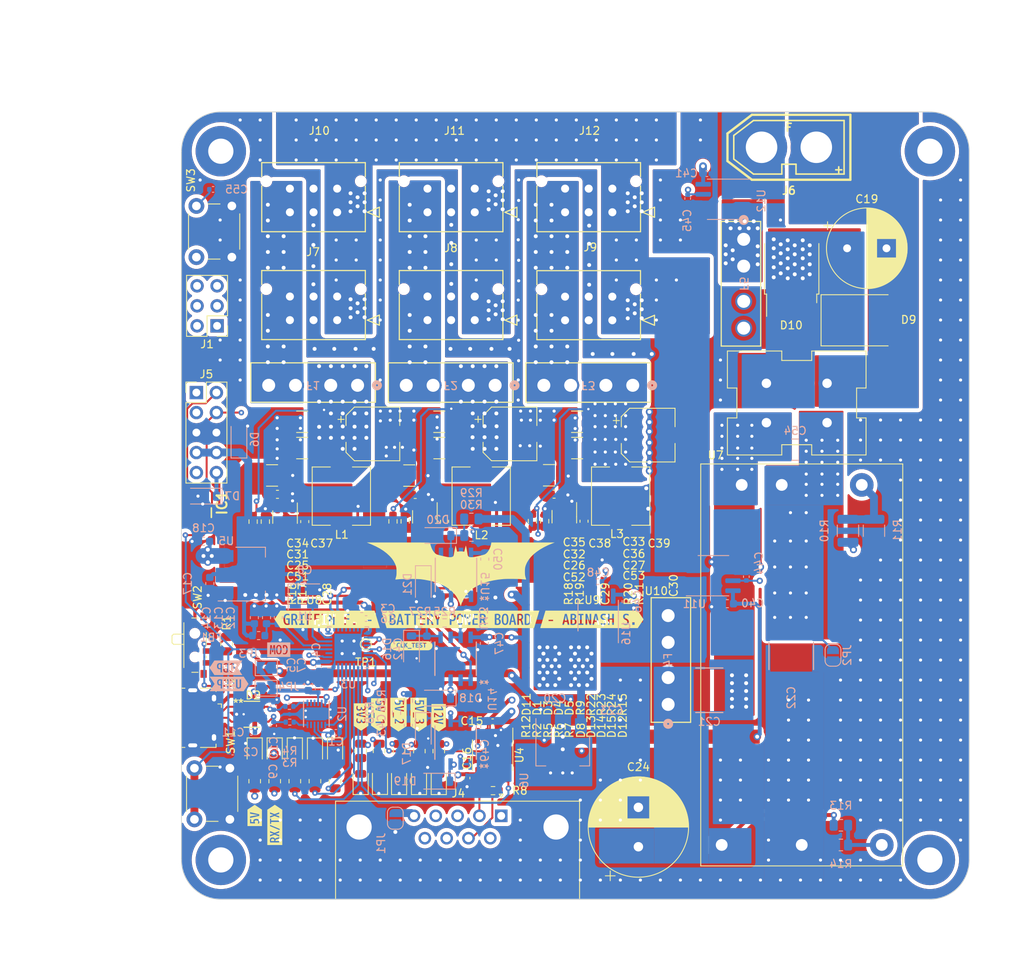
<source format=kicad_pcb>
(kicad_pcb (version 20221018) (generator pcbnew)
  (title_block (title "Batt Bord") (date "2024-03-08") (rev "2"))
  (layers (0 "F.Cu" signal) (1 "In1.Cu" power) (2 "In2.Cu" power) (31 "B.Cu" signal) (34 "B.Paste" user) (35 "F.Paste" user) (36 "B.SilkS" user "B.Silkscreen") (37 "F.SilkS" user "F.Silkscreen") (38 "B.Mask" user) (39 "F.Mask" user) (44 "Edge.Cuts" user))
  (net 0 "")
  (net 1 "+3V3")
  (net 2 "GND")
  (net 3 "/NRST")
  (net 4 "+5V")
  (net 5 "Net-(C9-Pad2)")
  (net 6 "Net-(C10-Pad2)")
  (net 7 "VBUS_UP")
  (net 8 "+3.3VA")
  (net 9 "Net-(D10-K)")
  (net 10 "/Power/Battery_Terminal_2")
  (net 11 "/Power/DCDC_V_{in}")
  (net 12 "/Power/12V_Unsensed")
  (net 13 "Net-(JP2-B)")
  (net 14 "/Power/12V_Buck")
  (net 15 "Net-(U8-SW)")
  (net 16 "Net-(U8-BST)")
  (net 17 "Net-(U9-SW)")
  (net 18 "Net-(U9-BST)")
  (net 19 "Net-(U10-SW)")
  (net 20 "Net-(U10-BST)")
  (net 21 "/Power/5V_1")
  (net 22 "/Power/5V_2")
  (net 23 "/Power/5V_3")
  (net 24 "Net-(D16-K)")
  (net 25 "Net-(D17-K)")
  (net 26 "Net-(D18-K)")
  (net 27 "Net-(D19-K)")
  (net 28 "Net-(D21-K)")
  (net 29 "Net-(D1-K)")
  (net 30 "Net-(J2-D-)")
  (net 31 "Net-(J2-D+)")
  (net 32 "Net-(D3-A)")
  (net 33 "Net-(D4-A)")
  (net 34 "Net-(D5-A)")
  (net 35 "Net-(D8-A)")
  (net 36 "Net-(D9-K)")
  (net 37 "Net-(D11-A)")
  (net 38 "Net-(D12-A)")
  (net 39 "Net-(D13-A)")
  (net 40 "Net-(D14-A)")
  (net 41 "Net-(D15-A)")
  (net 42 "/Power/Current & Voltage Senseing/u11_unused")
  (net 43 "/Power/outputs/5V_1")
  (net 44 "/Power/outputs/5V_2")
  (net 45 "/Power/outputs/5V_3")
  (net 46 "/Power/12V_PCBs")
  (net 47 "/Power/Current & Voltage Senseing/12V_Unsensed")
  (net 48 "/Power/Battery_Terminal_1")
  (net 49 "/DEBUG_SWO")
  (net 50 "/DEBUG_SWCLK")
  (net 51 "/DEBUG_SWDIO")
  (net 57 "/GPIO1")
  (net 62 "/CAN_L")
  (net 65 "Net-(JP1-A)")
  (net 67 "/CAN_H")
  (net 72 "/Power/Battery_Terminal_1_Unsensed")
  (net 73 "Net-(SW2-B)")
  (net 74 "/BOOT0")
  (net 75 "Net-(U2-CBUS0)")
  (net 76 "Net-(U2-USBDP)")
  (net 77 "Net-(U2-USBDM)")
  (net 78 "/GPLED1")
  (net 79 "/GPLED2")
  (net 80 "/GPLED3")
  (net 81 "/Power/DCDC_CTRL")
  (net 82 "Net-(U7-Trim)")
  (net 83 "Net-(U8-FB)")
  (net 84 "Net-(U9-FB)")
  (net 85 "Net-(U10-FB)")
  (net 86 "Net-(U3-PA8)")
  (net 87 "/XCLK")
  (net 90 "/UART_RX")
  (net 92 "/UART_TX")
  (net 94 "/ADC_Battery_Voltage")
  (net 95 "/Battery_Curr")
  (net 96 "/12V_Current_Out")
  (net 97 "/ADC_12V_Voltage_Out")
  (net 98 "/12V_Current_Buck")
  (net 99 "/CAN_RX")
  (net 100 "/CAN_TX")
  (net 101 "/CAN_STBY")
  (net 102 "Net-(U15B-+)")
  (net 110 "Net-(JP3-B)")
  (footprint "Resistor_SMD:R_0805_2012Metric" (layer "F.Cu") (at 98.263 108.446 90)
    (fp_text reference "R1")
    (fp_text value "10k")
  )
  (footprint "Resistor_SMD:R_0805_2012Metric" (layer "F.Cu") (at 106.918333 125.85 -90)
    (fp_text reference "R5")
    (fp_text value "390R")
  )
  (footprint "LED_SMD:LED_0805_2012Metric" (layer "F.Cu") (at 125.189 125.8675 90)
    (fp_text reference "D12")
    (fp_text value "BLUE")
  )
  (footprint "Capacitor_SMD:C_0402_1005Metric" (layer "F.Cu") (at 132.025 118.3 180)
    (fp_text reference "C15")
    (fp_text value "100n")
  )
  (footprint "Package_TO_SOT_SMD:TSOT-23-6" (layer "F.Cu") (at 141.125 92.2625 -90)
    (fp_text reference "U10")
    (fp_text value "AP62250WU-7")
  )
  (footprint "Resistor_SMD:R_0805_2012Metric" (layer "F.Cu") (at 117.609 122.0075 -90)
    (fp_text reference "R22")
    (fp_text value "1k")
  )
  (footprint "kibuzzard-65BDD733" (layer "F.Cu") (at 127.925 105.3)
    (fp_text reference "kibuzzard-65BDD733" hide)
    (fp_text value "G***" hide)
  )
  (footprint "LOGO" (layer "F.Cu") (at 127.975 99.6)
    (fp_text reference "G***")
    (fp_text value "LOGO" hide)
  )
  (footprint "Resistor_SMD:R_0805_2012Metric" (layer "F.Cu") (at 101.825 125.85 90)
    (fp_text reference "R12")
    (fp_text value "1k")
  )
  (footprint "Resistor_SMD:R_0805_2012Metric" (layer "F.Cu") (at 120.149 122.0325 -90)
    (fp_text reference "R23")
    (fp_text value "1k")
  )
  (footprint "Resistor_SMD:R_0603_1608Metric" (layer "F.Cu") (at 132.075 127.05 180)
    (fp_text reference "R8")
    (fp_text value "120R")
  )
  (footprint "Capacitor_SMD:CP_Elec_6.3x7.7" (layer "F.Cu") (at 116.825 81.75)
    (fp_text reference "C37")
    (fp_text value "100u")
  )
  (footprint "Capacitor_SMD:C_1210_3225Metric" (layer "F.Cu") (at 125.25 80.20825 180)
    (fp_text reference "C35")
    (fp_text value "22u")
  )
  (footprint "BP_FTP:CMC" (layer "F.Cu") (at 169.122 76.572 -90)
    (fp_text reference "FL1" hide)
    (fp_text value "Filter_EMI_LL_1423" hide)
  )
  (footprint "Button_Switch_THT:SW_PUSH_6mm_H5mm" (layer "F.Cu") (at 98.925 52.8 -90)
    (fp_text reference "SW3")
    (fp_text value "GPBTN")
  )
  (footprint "kibuzzard-65BEF952" (layer "F.Cu") (at 121.725 108.65)
    (fp_text reference "kibuzzard-65BEF952" hide)
    (fp_text value "G***" hide)
  )
  (footprint "kibuzzard-65C1D3ED" (layer "F.Cu") (at 120.075 117.4 -90)
    (fp_text reference "kibuzzard-65C1D3ED" hide)
    (fp_text value "G***" hide)
  )
  (footprint "Button_Switch_THT:SW_PUSH_6mm_H5mm" (layer "F.Cu") (at 98.675 124.2 -90)
    (fp_text reference "SW1")
    (fp_text value "RESET")
  )
  (footprint "LED_SMD:LED_0805_2012Metric" (layer "F.Cu") (at 101.825 122.0375 -90)
    (fp_text reference "D11")
    (fp_text value "BLUE")
  )
  (footprint "Capacitor_SMD:C_1210_3225Metric" (layer "F.Cu") (at 142.73825 80.20825 180)
    (fp_text reference "C33")
    (fp_text value "22u")
  )
  (footprint "Package_TO_SOT_SMD:TSOT-23-6" (layer "F.Cu") (at 123.425 92.28 -90)
    (fp_text reference "U9")
    (fp_text value "AP62250WU-7")
  )
  (footprint "BP_FTP:CON_430450612_MOL" (layer "F.Cu") (at 147.217104 67.3185)
    (fp_text reference "J9")
    (fp_text value "STD_PWR_HEADER")
  )
  (footprint "Capacitor_SMD:C_1210_3225Metric" (layer "F.Cu") (at 125.26175 83.55 180)
    (fp_text reference "C32")
    (fp_text value "22u")
  )
  (footprint "Resistor_SMD:R_0805_2012Metric" (layer "F.Cu") (at 109.471666 125.85 -90)
    (fp_text reference "R6")
    (fp_text value "390R")
  )
  (footprint "BP_FTP:XT-60_female" (layer "F.Cu") (at 169.6314 45.35 180)
    (fp_text reference "J6")
    (fp_text value "AMASS XT60-F Vertical" hide)
  )
  (footprint "BP_FTP:CON_430450612_MOL" (layer "F.Cu") (at 147.220117 53.601)
    (fp_text reference "J12")
    (fp_text value "STD_PWR_HEADER")
  )
  (footprint "Connector_PinHeader_2.54mm:PinHeader_2x05_P2.54mm_Vertical" (layer "F.Cu") (at 94.425 76.5)
    (fp_text reference "J5")
    (fp_text value "GPIO")
  )
  (footprint "Capacitor_SMD:C_0603_1608Metric" (layer "F.Cu") (at 125.925 92.85 -90)
    (fp_text reference "C29")
    (fp_text value "100n")
  )
  (footprint "kibuzzard-65C1D405" (layer "F.Cu") (at 122.625 117.4 -90)
    (fp_text reference "kibuzzard-65C1D405" hide)
    (fp_text value "G***" hide)
  )
  (footprint "Resistor_SMD:R_0805_2012Metric" (layer "F.Cu") (at 125.189 122.0325 -90)
    (fp_text reference "R15")
    (fp_text value "3k3")
  )
  (footprint "Resistor_SMD:R_0603_1608Metric" (layer "F.Cu") (at 119.375 92.85 -90)
    (fp_text reference "R18")
    (fp_text value "52.3k")
  )
  (footprint "Capacitor_SMD:C_0603_1608Metric" (layer "F.Cu") (at 104.71225 89.423)
    (fp_text reference "C51")
    (fp_text value "100n")
  )
  (footprint "kibuzzard-65C1D40B" (layer "F.Cu") (at 125.175 117.8 -90)
    (fp_text reference "kibuzzard-65C1D40B" hide)
    (fp_text value "G***" hide)
  )
  (footprint "Capacitor_SMD:C_1210_3225Metric" (layer "F.Cu") (at 104.02825 87.023)
    (fp_text reference "C25")
    (fp_text value "10u")
  )
  (footprint "BP_FTP:L_7.3x7.3_H3.5" (layer "F.Cu") (at 148.275 89.65 90)
    (fp_text reference "L3")
    (fp_text value "2.2u")
  )
  (footprint "kibuzzard-65BDD721" (layer "F.Cu") (at 144.625 105.3)
    (fp_text reference "kibuzzard-65BDD721" hide)
    (fp_text value "G***" hide)
  )
  (footprint "Capacitor_SMD:C_0402_1005Metric" (layer "F.Cu") (at 128.775 125.45 90)
    (fp_text reference "C16")
    (fp_text value "100n")
  )
  (footprint "BP_FTP:SOT65P210X110-5N" (layer "F.Cu") (at 95.225 92.7 -90)
    (fp_text reference "IC1")
    (fp_text value "ESDALC6V1W5" hide)
  )
  (footprint "MountingHole:MountingHole_3.2mm_M3_Pad" (layer "F.Cu") (at 187.525 135.85)
    (fp_text reference "H7" hide)
    (fp_text value "MountingHole_Pad")
  )
  (footprint "Resistor_SMD:R_0805_2012Metric" (layer "F.Cu") (at 115.275 122 -90)
    (fp_text reference "R9")
    (fp_text value "390R")
  )
  (footprint "Package_TO_SOT_SMD:TO-252-2" (layer "F.Cu") (at 169.981 60.683 90)
    (fp_text reference "D10")
    (fp_text value "MBRD835")
  )
  (footprint "Resistor_SMD:R_0805_2012Metric" (layer "F.Cu") (at 112.025 125.85 -90)
    (fp_text reference "R7")
    (fp_text value "390R")
  )
  (footprint "TestPoint:TestPoint_Pad_D1.0mm" (layer "F.Cu") (at 115.925 108.45 90)
    (fp_text reference "TP1")
    (fp_text value "MCO")
  )
  (footprint "Resistor_SMD:R_0603_1608Metric" (layer "F.Cu") (at 120.925 92.85 -90)
    (fp_text reference "R19")
    (fp_text value "10k")
  )
  (footprint "BP_FTP:CONN_3544-2_KEY" (layer "F.Cu") (at 163.891 57.038449 -90)
    (fp_text reference "F5")
    (fp_text value "3544-2")
  )
  (footprint "Resistor_SMD:R_0603_1608Metric" (layer "F.Cu") (at 138.625 92.8325 -90)
    (fp_text reference "R21")
    (fp_text value "10k")
  )
  (footprint "Connector_PinHeader_2.54mm:PinHeader_2x03_P2.54mm_Vertical" (layer "F.Cu") (at 97.05 68.025 180)
    (fp_text reference "J1")
    (fp_text value "Conn_01x06_Pin")
  )
  (footprint "BP_FTP:CONN_3544-2_KEY" (layer "F.Cu") (at 132.344504 75.576 180)
    (fp_text reference "F2")
    (fp_text value "3544-2")
  )
  (footprint "Capacitor_SMD:C_1210_3225Metric" (layer "F.Cu") (at 121.44 87.03775)
    (fp_text reference "C26")
    (fp_text value "10u")
  )
  (footprint "Capacitor_SMD:C_1210_3225Metric" (layer "F.Cu") (at 107.85 83.55 180)
    (fp_text reference "C31")
    (fp_text value "22u")
  )
  (footprint "MountingHole:MountingHole_3.2mm_M3_Pad" (layer "F.Cu") (at 187.525 45.85)
    (fp_text reference "H6" hide)
    (fp_text value "MountingHole_Pad")
  )
  (footprint "Connector_USB:USB_Micro-B_Amphenol_10118194_Horizontal" (layer "F.Cu") (at 95.258 117.8 -90)
    (fp_text reference "J2")
    (fp_text value "USB_B_Micro")
  )
  (footprint "LED_SMD:LED_0805_2012Metric" (layer "F.Cu") (at 117.725 125.85 90)
    (fp_text reference "D13")
    (fp_text value "BLUE")
  )
  (footprint "BP_FTP:SOT23-6L_STM-L" (layer "F.Cu") (at 101.46135 117.349999)
    (fp_text reference "D2")
    (fp_text value "USBLC6-2SC6")
  )
  (footprint "LED_SMD:LED_0805_2012Metric" (layer "F.Cu") (at 109.471666 122.04 -90)
    (fp_text reference "D4")
    (fp_text value "RED")
  )
  (footprint "BP_FTP:L_7.3x7.3_H3.5" (layer "F.Cu") (at 130.575 89.65 90)
    (fp_text reference "L2")
    (fp_text value "2.2u")
  )
  (footprint "Capacitor_SMD:C_1210_3225Metric" (layer "F.Cu") (at 139.175 87)
    (fp_text reference "C27")
    (fp_text value "10u")
  )
  (footprint "MountingHole:MountingHole_3.2mm_M3_Pad" (layer "F.Cu") (at 97.525 45.85)
    (fp_text reference "H5" hide)
    (fp_text value "MountingHole_Pad")
  )
  (footprint "LED_SMD:LED_0805_2012Metric" (layer "F.Cu") (at 122.675 125.8675 90)
    (fp_text reference "D15")
    (fp_text value "BLUE")
  )
  (footprint "Package_TO_SOT_SMD:TSOT-23-6" (layer "F.Cu") (at 105.675 92.3125 -90)
    (fp_text reference "U8")
    (fp_text value "AP62250WU-7")
  )
  (footprint "Resistor_SMD:R_0603_1608Metric" (layer "F.Cu") (at 103.175 92.8825 -90)
    (fp_text reference "R17")
    (fp_text value "10k")
  )
  (footprint "BP_FTP:L_7.3x7.3_H3.5" (layer "F.Cu") (at 112.825 89.65 90)
    (fp_text reference "L1")
    (fp_text value "2.2u")
  )
  (footprint "Capacitor_SMD:C_0603_1608Metric" (layer "F.Cu") (at 139.825 89.4)
    (fp_text reference "C53")
    (fp_text value "100n")
  )
  (footprint "Resistor_SMD:R_0603_1608Metric" (layer "F.Cu") (at 101.625 92.8825 -90)
    (fp_text reference "R16")
    (fp_text value "52.3k")
  )
  (footprint "BP_FTP:CON_430450612_MOL" (layer "F.Cu") (at 129.75611 53.601)
    (fp_text reference "J11")
    (fp_text value "STD_PWR_HEADER")
  )
  (footprint "BP_FTP:CONN_3544-2_KEY" (layer "F.Cu") (at 114.882004 75.576 180)
    (fp_text reference "F1")
    (fp_text value "3544-2")
  )
  (footprint "BP_FTP:CON_430450612_MOL" (layer "F.Cu") (at 129.754604 67.3)
    (fp_text reference "J8")
    (fp_text value "STD_PWR_HEADER")
  )
  (footprint "Package_SO:SOIC-8_3.9x4.9mm_P1.27mm" (layer "F.Cu") (at 132.025 122.55 -90)
    (fp_text reference "U4")
    (fp_text value "MCP2542FD-E/SN")
  )
  (footprint "kibuzzard-65C1D419" (layer "F.Cu") (at 101.825 130.2 90)
    (fp_text reference "kibuzzard-65C1D419" hide)
    (fp_text value "G***" hide)
  )
  (footprint "Capacitor_SMD:C_0603_1608Metric" (layer "F.Cu") (at 108.175 92.8825 -90)
    (fp_text reference "C28")
    (fp_text value "100n")
  )
  (footprint "MountingHole:MountingHole_3.2mm_M3_Pad" (layer "F.Cu") (at 97.525 135.85)
    (fp_text reference "H8" hide)
    (fp_text value "MountingHole_Pad")
  )
  (footprint "Resistor_SMD:R_0805_2012Metric" (layer "F.Cu") (at 104.365 125.85 90)
    (fp_text reference "R2")
    (fp_text value "220R")
  )
  (footprint "Capacitor_SMD:CP_Elec_6.3x7.7" (layer "F.Cu") (at 134.225 81.75)
    (fp_text reference "C38")
    (fp_text value "100u")
  )
  (footprint "BP_FTP:CON_430450612_MOL" (layer "F.Cu") (at 112.292104 67.3005)
    (fp_text reference "J7")
    (fp_text value "STD_PWR_HEADER")
  )
  (footprint "Capacitor_SMD:C_0603_1608Metric" (layer "F.Cu") (at 122.19675 89.43775)
    (fp_text reference "C52")
    (fp_text value "100n")
  )
  (footprint "kibuzzard-65BDD72B" (layer "F.Cu") (at 111.025 105.3)
    (fp_text reference "kibuzzard-65BDD72B" hide)
    (fp_text value "G***" hide)
  )
  (footprint "Capacitor_THT:CP_Radial_D12.5mm_P5.00mm" (layer "F.Cu") (at 150.525 134.173959 90)
    (fp_text reference "C24")
    (fp_text value "1m")
  )
  (footprint "Capacitor_SMD:C_1210_3225Metric" (layer "F.Cu") (at 107.85 80.20825 180)
    (fp_text reference "C34")
    (fp_text value "22u")
  )
  (footprint "Converter_DCDC:Converter_DCDC_RECOM_RPA60-xxxxSFW" (layer "F.Cu") (at 163.637 88.2252)
    (fp_text reference "U7")
    (fp_text value "RPA60-2412SFW")
  )
  (footprint "LED_SMD:LED_0805_2012Metric" (layer "F.Cu") (at 106.918333 122.04 -90)
    (fp_text reference "D3")
    (fp_text value "AMBER")
  )
  (footprint "Capacitor_SMD:CP_Elec_6.3x7.7" (layer "F.Cu") (at 151.767 81.89975)
    (fp_text reference "C39")
    (fp_text value "100u")
  )
  (footprint "Diode_SMD:D_SMC" (layer "F.Cu") (at 178.623 67.321)
    (fp_text reference "D9")
    (fp_text value "S10ML-TP")
  )
  (footprint "Button_Switch_SMD:SW_SPDT_PCM12" (layer "F.Cu") (at 94.56 108.574 -90)
    (fp_text reference "SW2")
    (fp_text value "SW_SPDT")
  )
  (footprint "Connector_Dsub:DSUB-9_Female_Horizontal_P2.77x2.84mm_EdgePinOffset7.70mm_Housed_MountingHolesOffset9.12mm" (layer "F.Cu") (at 133.115 130.25)
    (fp_text reference "J4")
    (fp_text value "DE9_Receptacle_MountingHoles")
  )
  (footprint "Capacitor_SMD:C_0603_1608Metric" (layer "F.Cu") (at 143.625 92.8325 -90)
    (fp_text reference "C30")
    (fp_text value "100n")
  )
  (footprint "BP_FTP:CON_430450612_MOL" (layer "F.Cu") (at 112.292104 53.601)
    (fp_text reference "J10")
    (fp_text value "STD_PWR_HEADER")
  )
  (footprint "kibuzzard-65C1D3E6" (layer "F.Cu") (at 117.625 117.4 -90)
    (fp_text reference "kibuzzard-65C1D3E6" hide)
    (fp_text value "G***" hide)
  )
  (footprint "Capacitor_THT:CP_Radial_D10.0mm_P5.00mm" (layer "F.Cu") (at 177.017323 58.177)
    (fp_text reference "C19")
    (fp_text value "100u")
  )
  (footprint "LED_SMD:LED_0805_2012Metric" (layer "F.Cu") (at 115.275 125.8575 90)
    (fp_text reference "D8")
    (fp_text value "BLUE")
  )
  (footprint "kibuzzard-65C1D3DC" (layer "F.Cu") (at 115.325 117.7 -90)
    (fp_text reference "kibuzzard-65C1D3DC" hide)
    (fp_text value "G***" hide)
  )
  (footprint "BP_FTP:CONN_3544-2_KEY" (layer "F.Cu") (at 154.3 116.1 90)
    (fp_text reference "F4")
    (fp_text value "3544-2")
  )
  (footprint "Resistor_SMD:R_0603_1608Metric" (layer "F.Cu") (at 137.075 92.8325 -90)
    (fp_text reference "R20")
    (fp_text value "52.3k")
  )
  (footprint "kibuzzard-65C1D412" (layer "F.Cu") (at 104.375 131.4 90)
    (fp_text reference "kibuzzard-65C1D412" hide)
    (fp_text value "G***" hide)
  )
  (footprint "LED_SMD:LED_0805_2012Metric" (layer "F.Cu") (at 120.149 125.8675 90)
    (fp_text reference "D14")
    (fp_text value "BLUE")
  )
  (footprint "Capacitor_SMD:C_1210_3225Metric" (layer "F.Cu") (at 142.75 83.55 180)
    (fp_text reference "C36")
    (fp_text value "22u")
  )
  (footprint "Resistor_SMD:R_0805_2012Metric" (layer "F.Cu") (at 122.725 122.0325 -90)
    (fp_text reference "R24")
    (fp_text value "1k")
  )
  (footprint "BP_FTP:CONN_3544-2_KEY" (layer "F.Cu") (at 149.807004 75.576 180)
    (fp_text reference "F3")
    (fp_text value "3544-2")
  )
  (footprint "LED_SMD:LED_0805_2012Metric" (layer "F.Cu") (at 112.025 122.04 -90)
    (fp_text reference "D5")
    (fp_text value "GREEN")
  )
  (footprint "LED_SMD:LED_0805_2012Metric" (layer "F.Cu") (at 104.365 122.0375 -90)
    (fp_text reference "D1")
    (fp_text value "AMBER")
  )
  (footprint "Jumper:SolderJumper-2_P1.3mm_Open_TrianglePad1.0x1.5mm" (layer "B.Cu") (at 103.3 111.45 180)
    (fp_text reference "JP3")
    (fp_text value "POWER SEL")
  )
  (footprint "Capacitor_SMD:C_0603_1608Metric" (layer "B.Cu") (at 121.325 118.75 -90)
    (fp_text reference "C43")
    (fp_text value "6.8u")
  )
  (footprint "Resistor_SMD:R_1210_3225Metric" (layer "B.Cu") (at 177.125 94.05 90)
    (fp_text reference "R10")
    (fp_text value "47k")
  )
  (footprint "Capacitor_SMD:C_0603_1608Metric" (layer "B.Cu") (at 103.325 105.075 90)
    (fp_text reference "C13")
    (fp_text value "1u")
  )
  (footprint "Capacitor_SMD:C_0603_1608Metric" (layer "B.Cu") (at 95.325 95.4 180)
    (fp_text reference "C18")
    (fp_text value "10u")
  )
  (footprint "Capacitor_SMD:C_0603_1608Metric" (layer "B.Cu") (at 144.025 116.85)
    (fp_text reference "C23")
    (fp_text value "10u")
  )
  (footprint "Diode_SMD:D_SOD-123" (layer "B.Cu") (at 124.925 125.85 180)
    (fp_text reference "D19")
    (fp_text value "MMSZ5226B-7-F")
  )
  (footprint "Capacitor_SMD:C_0402_1005Metric" (layer "B.Cu") (at 101.375 119.65)
    (fp_text reference "C11")
    (fp_text value "100n")
  )
  (footprint "BP_FTP:CAP_2220_AVX" (layer "B.Cu") (at 169.925 109.95 -90)
    (fp_text reference "C22")
    (fp_text value "6.8n")
  )
  (footprint "BP_FTP:SO8_STM" (layer "B.Cu") (at 127.325 120.95 90)
    (fp_text reference "U14")
    (fp_text value "TSV912IDT")
  )
  (footprint "Package_SO:SOIC-8_3.9x4.9mm_P1.27mm" (layer "B.Cu") (at 160.05 99.755)
    (fp_text reference "U11")
    (fp_text value "ACS723xLCTR-10AU")
  )
  (footprint "Crystal:Crystal_SMD_3225-4Pin_3.2x2.5mm" (layer "B.Cu") (at 108.075 102.45)
    (fp_text reference "U1")
    (fp_text value "8MHz")
  )
  (footprint "Capacitor_SMD:C_0603_1608Metric" (layer "B.Cu") (at 104.826 105.075 90)
    (fp_text reference "C12")
    (fp_text value "10u")
  )
  (footprint "Resistor_SMD:R_1210_3225Metric" (layer "B.Cu") (at 180.425 94.05 -90)
    (fp_text reference "R11")
    (fp_text value "18k")
  )
  (footprint "Diode_SMD:D_SOD-123" (layer "B.Cu") (at 95.325 89.65 180)
    (fp_text reference "D7")
    (fp_text value "MMSZ5231B-7-F")
  )
  (footprint "BP_FTP:SO8_STM" (layer "B.Cu") (at 127.375 99.65 90)
    (fp_text reference "U15")
    (fp_text value "TSV912IDT")
  )
  (footprint "BP_FTP:SO8_STM" (layer "B.Cu") (at 127.325 110.3 90)
    (fp_text reference "U13")
    (fp_text value "TSV912IDT")
  )
  (footprint "Package_TO_SOT_SMD:SOT-223-3_TabPin2" (layer "B.Cu") (at 140.925 122 -90)
    (fp_text reference "U6")
    (fp_text value "AZ1117IH-5.0")
  )
  (footprint "Resistor_SMD:R_0805_2012Metric" (layer "B.Cu") (at 129.3375 94.65)
    (fp_text reference "R30")
    (fp_text value "47k")
  )
  (footprint "Capacitor_SMD:C_0603_1608Metric" (layer "B.Cu") (at 148.976 103.047 90)
    (fp_text reference "C46")
    (fp_text value "100n")
  )
  (footprint "Capacitor_SMD:C_0603_1608Metric" (layer "B.Cu") (at 123.675 108.2 -90)
    (fp_text reference "C42")
    (fp_text value "1u")
  )
  (footprint "Capacitor_SMD:C_0402_1005Metric" (layer "B.Cu") (at 109.875 114.1 90)
    (fp_text reference "C7")
    (fp_text value "100n")
  )
  (footprint "Resistor_SMD:R_0805_2012Metric" (layer "B.Cu") (at 176.225 131.45)
    (fp_text reference "R13")
    (fp_text value "R")
  )
  (footprint "BP_FTP:FT234XD-R" (layer "B.Cu") (at 109.649999 117.303 -90)
    (fp_text reference "U2")
    (fp_text value "FT234XD-R")
  )
  (footprint "Capacitor_SMD:C_0402_1005Metric" (layer "B.Cu") (at 145.42 100.507 180)
    (fp_text reference "C48")
    (fp_text value "1n")
  )
  (footprint "Jumper:SolderJumper-2_P1.3mm_Open_TrianglePad1.0x1.5mm" (layer "B.Cu") (at 103.275 114.05)
    (fp_text reference "JP4")
    (fp_text value "POWER SEL")
  )
  (footprint "Package_SO:SOIC-8_3.9x4.9mm_P1.27mm" (layer "B.Cu") (at 161.224 51.954 180)
    (fp_text reference "U12")
    (fp_text value "ACS723xLCTR-10AU")
  )
  (footprint "Resistor_SMD:R_0805_2012Metric" (layer "B.Cu") (at 129.325 92.55 180)
    (fp_text reference "R29")
    (fp_text value "47k")
  )
  (footprint "Capacitor_SMD:C_0603_1608Metric" (layer "B.Cu") (at 115.412 103.9215 180)
    (fp_text reference "C3")
    (fp_text value "10u")
  )
  (footprint "Capacitor_SMD:C_0402_1005Metric" (layer "B.Cu") (at 156.779 51.855 -90)
    (fp_text reference "C45")
    (fp_text value "1n")
  )
  (footprint "Capacitor_SMD:C_0603_1608Metric" (layer "B.Cu") (at 131.025 118.95 -90)
    (fp_text reference "C49")
    (fp_text value "100n")
  )
  (footprint "Diode_SMD:D_SOD-123" (layer "B.Cu") (at 125.075 94.65 180)
    (fp_text reference "D20")
    (fp_text value "MMSZ5226B-7-F")
  )
  (footprint "Capacitor_SMD:C_0402_1005Metric" (layer "B.Cu") (at 115.961 105.1915 180)
    (fp_text reference "C6")
    (fp_text value "100n")
  )
  (footprint "Capacitor_SMD:C_0402_1005Metric" (layer "B.Cu") (at 96.545 50.7 180)
    (fp_text reference "C55")
    (fp_text value "100n")
  )
  (footprint "Capacitor_SMD:C_0402_1005Metric" (layer "B.Cu") (at 109.925 111.25 -90)
    (fp_text reference "C4")
    (fp_text value "100n")
  )
  (footprint "Jumper:SolderJumper-2_P1.3mm_Open_RoundedPad1.0x1.5mm" (layer "B.Cu") (at 119.675 130.55 -90)
    (fp_text reference "JP1")
    (fp_text value "SolderJumper_2_Open")
  )
  (footprint "Resistor_SMD:R_0603_1608Metric" (layer "B.Cu") (at 122.825 105.75 180)
    (fp_text reference "R27")
    (fp_text value "4k7")
  )
  (footprint "Capacitor_SMD:C_0603_1608Metric" (layer "B.Cu") (at 101.778 105.075 90)
    (fp_text reference "C14")
    (fp_text value "1u")
  )
  (footprint "Capacitor_SMD:C_0603_1608Metric" (layer "B.Cu") (at 108.625 113.55 90)
    (fp_text reference "C5")
    (fp_text value "4u7")
  )
  (footprint "kibuzzard-65BDE8C6" (layer "B.Cu") (at 104.875 109.15 180)
    (fp_text reference "kibuzzard-65BDE8C6" hide)
    (fp_text value "G***" hide)
  )
  (footprint "Capacitor_SMD:C_0402_1005Metric" (layer "B.Cu") (at 164.228 99.882 90)
    (fp_text reference "C44")
    (fp_text value "1n")
  )
  (footprint "Capacitor_SMD:C_0402_1005Metric" (layer "B.Cu") (at 104.225 116.3 -90)
    (fp_text reference "C10")
    (fp_text value "47p")
  )
  (footprint "BP_FTP:CAP_2220_AVX" (layer "B.Cu") (at 159.525 114.3 180)
    (fp_text reference "C21")
    (fp_text value "6.8n")
  )
  (footprint "Capacitor_SMD:C_0402_1005Metric" (layer "B.Cu") (at 159.225 48.7 180)
    (fp_text reference "C41")
    (fp_text value "100n")
  )
  (footprint "Jumper:SolderJumper-2_P1.3mm_Open_RoundedPad1.0x1.5mm" (layer "B.Cu") (at 175.225 109.85 90)
    (fp_text reference "JP2")
    (fp_text value "SolderJumper_2_Open")
  )
  (footprint "Resistor_SMD:R_0805_2012Metric" (layer "B.Cu") (at 176.225 133.95 180)
    (fp_text reference "R14")
    (fp_text value "R")
  )
  (footprint "Capacitor_SMD:C_0603_1608Metric" (layer "B.Cu") (at 161.815 103.311 180)
    (fp_text reference "C40")
    (fp_text value "100n")
  )
  (footprint "Diode_SMD:D_SOD-123" (layer "B.Cu") (at 125.025 115.3 180)
    (fp_text reference "D18")
    (fp_text value "MMSZ5226B-7-F")
  )
  (footprint "kibuzzard-65BDE858" (layer "B.Cu") (at 98.175 111.45 180)
    (fp_text reference "kibuzzard-65BDE858" hide)
    (fp_text value "G***" hide)
  )
  (footprint "Resistor_SMD:R_0603_1608Metric" (layer "B.Cu") (at 121.325 115.625 -90)
    (fp_text reference "R26")
    (fp_text value "10k")
  )
  (footprint "Diode_SMD:D_SOD-123" (layer "B.Cu") (at 121.725 109.05 -90)
    (fp_text reference "D16")
    (fp_text value "MMSZ5226B-7-F")
  )
  (footprint "Capacitor_SMD:C_0603_1608Metric" (layer "B.Cu") (at 96.125 100.75 -90)
    (fp_text reference "C17")
    (fp_text value "22u")
  )
  (footprint "Capacitor_SMD:C_0402_1005Metric" (layer "B.Cu") (at 104.225 118.8 90)
    (fp_text reference "C9")
    (fp_text value "47p")
  )
  (footprint "Capacitor_SMD:C_0402_1005Metric" (layer "B.Cu") (at 99.025 122.15 180)
    (fp_text reference "C2")
    (fp_text value "100n")
  )
  (footprint "Diode_SMD:D_SOD-123" (layer "B.Cu") (at 123.225 100.85 -90)
    (fp_text reference "D21")
    (fp_text value "MMSZ5226B-7-F")
  )
  (footprint "Capacitor_SMD:C_0402_1005Metric" (layer "B.Cu") (at 108.175 100.2 180)
    (fp_text reference "C8")
    (fp_text value "100n")
  )
  (footprint "Resistor_SMD:R_0402_1005Metric" (layer "B.Cu") (at 106.225 116.35 180)
    (fp_text reference "R4")
    (fp_text value "27R")
  )
  (footprint "Resistor_SMD:R_0603_1608Metric" (layer "B.Cu") (at 119.825 117.15 90)
    (fp_text reference "R28")
    (fp_text value "1k02")
  )
  (footprint "Diode_SMD:D_SOD-123" (layer "B.Cu") (at 123.225 119.5 -90)
    (fp_text reference "D17")
    (fp_text value "MMSZ5226B-7-F")
  )
  (footprint "kibuzzard-65BDE861" (layer "B.Cu") (at 98.575 113.5 180)
    (fp_text reference "kibuzzard-65BDE861" hide)
    (fp_text value "G***" hide)
  )
  (footprint "Diode_SMD:D_SOD-123" (layer "B.Cu") (at 99.825 82.45 90)
    (fp_text reference "D6")
    (fp_text value "MMSZ5226B-7-F")
  )
  (footprint "Capacitor_SMD:C_0603_1608Metric" (layer "B.Cu") (at 139.925 116.75 180)
    (fp_text reference "C20")
    (fp_text value "22u")
  )
  (footprint "Capacitor_SMD:C_0402_1005Metric" (layer "B.Cu") (at 112.125 119.65)
    (fp_text reference "C1")
    (fp_text value "100n")
  )
  (footprint "Package_DFN_QFN:QFN-32-1EP_5x5mm_P0.5mm_EP3.45x3.45mm" (layer "B.Cu") (at 113.675 108.85)
    (fp_text reference "U3")
    (fp_text value "STM32L432KCUx")
  )
  (footprint "Inductor_SMD:L_0603_1608Metric" (layer "B.Cu") (at 102.325 107.361 180)
    (fp_text reference "FB1")
    (fp_text value "300R")
  )
  (footprint "BP_FTP:CAPC3225X270N" (layer "B.Cu") (at 170.404 83.75)
    (fp_text reference "C54")
    (fp_text value "10u")
  )
  (footprint "Resistor_SMD:R_0603_1608Metric" (layer "B.Cu") (at 125.925 105.75 180)
    (fp_text reference "R25")
    (fp_text value "28k7")
  )
  (footprint "Resistor_SMD:R_0402_1005Metric" (layer "B.Cu") (at 106.275 118.35 180)
    (fp_text reference "R3")
    (fp_text value "27R")
  )
  (footprint "Capacitor_SMD:C_0603_1608Metric" (layer "B.Cu") (at 131.025 97.65 -90)
    (fp_text reference "C50")
    (fp_text value "100n")
  )
  (footprint "Package_TO_SOT_SMD:SOT-223-3_TabPin2" (layer "B.Cu") (at 101.275 99.55)
    (fp_text reference "U5")
    (fp_text value "AZ1117-3.3")
  )
  (footprint "Capacitor_SMD:C_0603_1608Metric" (layer "B.Cu") (at 130.975 108.35 -90)
    (fp_text reference "C47")
    (fp_text value "100n")
  )
  (footprint "Package_SO:SOIC-8_3.9x4.9mm_P1.27mm" (layer "B.Cu") (at 145.42 104.825 90)
    (fp_text reference "U16")
    (fp_text value "ACS723xLCTR-10AU")
  )
  (gr_arc (start 92.525 45.85) (mid 93.989466 42.314466) (end 97.525 40.85) (stroke (width 0.1)) (layer "Edge.Cuts"))
  (gr_line (start 187.525 140.85) (end 97.525 140.85) (stroke (width 0.1)) (layer "Edge.Cuts"))
  (gr_arc (start 187.525 40.85) (mid 191.060534 42.314466) (end 192.525 45.85) (stroke (width 0.1)) (layer "Edge.Cuts"))
  (gr_line (start 92.525 135.85) (end 92.525 45.85) (stroke (width 0.1)) (layer "Edge.Cuts"))
  (gr_arc (start 192.525 135.85) (mid 191.060534 139.385534) (end 187.525 140.85) (stroke (width 0.1)) (layer "Edge.Cuts"))
  (gr_arc (start 97.525 140.85) (mid 93.989466 139.385534) (end 92.525 135.85) (stroke (width 0.1)) (layer "Edge.Cuts"))
  (gr_line (start 97.525 40.85) (end 187.525 40.85) (stroke (width 0.1)) (layer "Edge.Cuts"))
  (gr_line (start 192.525 45.85) (end 192.525 135.85) (stroke (width 0.1)) (layer "Edge.Cuts"))
  (segment (start 101.675 109.8245) (end 102.6505 110.8) (width 0.5) (layer "F.Cu") (net 1))
  (segment (start 116.194185 121.259667) (end 116.022018 121.0875) (width 0.5) (layer "F.Cu") (net 1))
  (segment (start 115.382337 103.164) (end 115.719814 103.501477) (width 0.5) (layer "F.Cu") (net 1))
  (segment (start 102.6505 110.8) (end 109.245 110.8) (width 0.5) (layer "F.Cu") (net 1))
  (segment (start 130.065 124.97) (end 130.12 125.025) (width 0.5) (layer "F.Cu") (net 1))
  (segment (start 104.525 102.25) (end 105.439 103.164) (width 0.5) (layer "F.Cu") (net 1))
  (segment (start 99.325 111.15) (end 98.999 110.824) (width 0.5) (layer "F.Cu") (net 1))
  (segment (start 128.775 124.97) (end 130.065 124.97) (width 0.5) (layer "F.Cu") (net 1))
  (segment (start 104.575 102.25) (end 104.625 102.2) (width 0.5) (layer "F.Cu") (net 1))
  (segment (start 105.439 103.164) (end 115.382337 103.164) (width 0.5) (layer "F.Cu") (net 1))
  (segment (start 116.022018 121.0875) (end 115.275 121.0875) (width 0.5) (layer "F.Cu") (net 1))
  (segment (start 109.245 110.8) (end 109.275 110.77) (width 0.5) (layer "F.Cu") (net 1))
  (segment (start 104.365 122.3015) (end 104.351 122.2875) (width 1) (layer "F.Cu") (net 1))
  (segment (start 104.365 122.975) (end 104.365 122.3015) (width 1) (layer "F.Cu") (net 1))
  (segment (start 98.999 110.824) (end 95.99 110.824) (width 0.5) (layer "F.Cu") (net 1))
  (segment (start 104.525 102.25) (end 104.575 102.25) (width 0.5) (layer "F.Cu") (net 1))
  (segment (start 127.701321 124.97) (end 128.775 124.97) (width 0.5) (layer "F.Cu") (net 1))
  (segment (start 127.620231 125.05109) (end 127.701321 124.97) (width 0.5) (layer "F.Cu") (net 1))
  (segment (start 104.351 122.2875) (end 104.2505 122.2875) (width 1) (layer "F.Cu") (net 1))
  (via (at 101.975 102.2) (size 0.9) (drill 0.5) (layers "F.Cu" "B.Cu") (net 1))
  (via (at 115.719814 103.501477) (size 0.9) (drill 0.5) (layers "F.Cu" "B.Cu") (net 1))
  (via (at 116.194185 121.259667) (size 0.8) (drill 0.4) (layers "F.Cu" "B.Cu") (net 1))
  (via (at 100.625 102.2) (size 0.9) (drill 0.5) (layers "F.Cu" "B.Cu") (net 1))
  (via (at 127.620231 125.05109) (size 0.9) (drill 0.5) (layers "F.Cu" "B.Cu") (net 1))
  (via (at 99.325 111.15) (size 0.8) (drill 0.4) (layers "F.Cu" "B.Cu") (net 1))
  (via (at 104.2505 122.2875) (size 0.8) (drill 0.4) (layers "F.Cu" "B.Cu") (net 1))
  (via (at 103.325 102.2) (size 0.9) (drill 0.5) (layers "F.Cu" "B.Cu") (net 1))
  (via (at 101.675 109.8245) (size 0.8) (drill 0.4) (layers "F.Cu" "B.Cu") (net 1))
  (via (at 104.625 102.2) (size 0.8) (drill 0.4) (layers "F.Cu" "B.Cu") (net 1))
  (via (at 111.175 120.0155) (size 0.8) (drill 0.4) (layers "F.Cu" "B.Cu") (net 1))
  (via (at 109.275 110.77) (size 0.9) (drill 0.5) (layers "F.Cu" "B.Cu") (net 1))
  (segment (start 96.965 84.12) (end 94.425 84.12) (width 1) (layer "B.Cu") (net 1))
  (segment (start 116.187 103.9215) (end 116.441 104.1755) (width 0.5) (layer "B.Cu") (net 1))
  (segment (start 109.875 119.370701) (end 109.875 118.7) (width 0.2) (layer "B.Cu") (net 1))
  (segment (start 100.725 105.85) (end 100.475 105.6) (width 0.5) (layer "B.Cu") (net 1))
  (segment (start 106.975 101.6) (end 106.975 103.3) (width 0.5) (layer "B.Cu") (net 1))
  (segment (start 106.975 101.6) (end 106.975 100.92) (width 0.5) (layer "B.Cu") (net 1))
  (segment (start 99.925 84.1) (end 101.001944 85.176944) (width 1) (layer "B.Cu") (net 1))
  (segment (start 109.925 110.77) (end 110.02 110.675) (width 0.5) (layer "B.Cu") (net 1))
  (segment (start 116.441 105.1915) (end 116.441 106.7715) (width 0.5) (layer "B.Cu") (net 1))
  (segment (start 100.475 107) (end 100.475 105.6) (width 0.5) (layer "B.Cu") (net 1))
  (segment (start 96.985 84.1) (end 96.965 84.12) (width 1) (layer "B.Cu") (net 1))
  (segment (start 96.55 99.55) (end 98.125 99.55) (width 0.5) (layer "B.Cu") (net 1))
  (segment (start 116.441 104.1755) (end 116.441 105.1915) (width 0.5) (layer "B.Cu") (net 1))
  (segment (start 100.475 105.6) (end 100.475 99.85) (width 0.5) (layer "B.Cu") (net 1))
  (segment (start 107.125 99.55) (end 104.425 99.55) (width 0.5) (layer "B.Cu") (net 1))
  (segment (start 99.825 84.1) (end 99.925 84.1) (width 1) (layer "B.Cu") (net 1))
  (segment (start 107.695 100.12) (end 107.125 99.55) (width 0.5) (layer "B.Cu") (net 1))
  (segment (start 116.441 106.7715) (end 116.1875 107.025) (width 0.5) (layer "B.Cu") (net 1))
  (segment (start 100.175 99.55) (end 100.475 99.85) (width 0.5) (layer "B.Cu") (net 1))
  (segment (start 111.2375 110.6) (end 110.095 110.6) (width 0.254) (layer "B.Cu") (net 1))
  (segment (start 115.719814 103.501477) (end 115.766977 103.501477) (width 0.5) (layer "B.Cu") (net 1))
  (segment (start 101.001944 85.176944) (end 101.001944 99.176944) (width 1) (layer "B.Cu") (net 1))
  (segment (start 100.836 107.361) (end 100.475 107) (width 0.5) (layer "B.Cu") (net 1))
  (segment (start 99.825 84.1) (end 96.985 84.1) (width 1) (layer "B.Cu") (net 1))
  (segment (start 106.975 100.92) (end 107.695 100.2) (width 0.5) (layer "B.Cu") (net 1))
  (segment (start 104.625 99.75) (end 104.425 99.55) (width 0.5) (layer "B.Cu") (net 1))
  (segment (start 111.2795 120.0155) (end 111.645 119.65) (width 0.5) (layer "B.Cu") (net 1))
  (segment (start 101.5375 107.361) (end 100.836 107.361) (width 0.5) (layer "B.Cu") (net 1))
  (segment (start 110.02 110.675) (end 111.2375 110.675) (width 0.5) (layer "B.Cu") (net 1))
  (segment (start 110.154299 119.65) (end 109.875 119.370701) (width 0.2) (layer "B.Cu") (net 1))
  (segment (start 101.778 107.1205) (end 101.5375 107.361) (width 0.5) (layer "B.Cu") (net 1))
  (segment (start 107.695 100.2) (end 107.695 100.12) (width 0.5) (layer "B.Cu") (net 1))
  (segment (start 115.766977 103.501477) (end 116.187 103.9215) (width 0.5) (layer "B.Cu") (net 1))
  (segment (start 100.475 99.85) (end 101.075 99.25) (width 0.5) (layer "B.Cu") (net 1))
  (segment (start 96.125 99.975) (end 96.55 99.55) (width 0.5) (layer "B.Cu") (net 1))
  (segment (start 110.095 110.6) (end 109.925 110.77) (width 0.254) (layer "B.Cu") (net 1))
  (segment (start 101.778 105.85) (end 100.725 105.85) (width 0.5) (layer "B.Cu") (net 1))
  (segment (start 109.275 110.77) (end 109.925 110.77) (width 0.5) (layer "B.Cu") (net 1))
  (segment (start 98.125 99.55) (end 100.175 99.55) (width 0.5) (layer "B.Cu") (net 1))
  (segment (start 111.175 120.0155) (end 111.2795 120.0155) (width 0.5) (layer "B.Cu") (net 1))
  (segment (start 101.778 105.85) (end 101.778 107.1205) (width 0.5) (layer "B.Cu") (net 1))
  (segment (start 111.645 119.65) (end 110.154299 119.65) (width 0.2) (layer "B.Cu") (net 1))
  (segment (start 116.1875 107.025) (end 116.1125 107.025) (width 0.5) (layer "B.Cu") (net 1))
  (segment (start 104.625 102.2) (end 104.625 99.75) (width 0.5) (layer "B.Cu") (net 1))
  (segment (start 120.28 126.805) (end 120.325 126.85) (width 0.5) (layer "F.Cu") (net 2))
  (segment (start 122.97175 89.43775) (end 123.71275 89.43775) (width 0.5) (layer "F.Cu") (net 2))
  (segment (start 140.65 87) (end 140.65 89.35) (width 0.5) (layer "F.Cu") (net 2))
  (segment (start 123.78675 80.36175) (end 123.775 80.35) (width 0.5) (layer "F.Cu") (net 2))
  (segment (start 101.825 121.1) (end 100.725 121.1) (width 0.254) (layer "F.Cu") (net 2))
  (segment (start 140.65 87) (end 141.525 87) (width 0.5) (layer "F.Cu") (net 2))
  (segment (start 105.50325 84.42175) (end 106.375 83.55) (width 0.5) (layer "F.Cu") (net 2))
  (segment (start 140.65 84.30275) (end 141.275 83.67775) (width 0.5) (layer "F.Cu") (net 2))
  (segment (start 105.50325 87.023) (end 105.50325 89.407) (width 0.5) (layer "F.Cu") (net 2))
  (segment (start 133.0805 119.35) (end 132.505 118.7745) (width 0.5) (layer "F.Cu") (net 2))
  (segment (start 123.875 89.43775) (end 122.97175 89.43775) (width 0.5) (layer "F.Cu") (net 2))
  (segment (start 106.875 120.35) (end 106.875 121.059167) (width 0.5) (layer "F.Cu") (net 2))
  (segment (start 105.50325 89.407) (end 105.48725 89.423) (width 0.5) (layer "F.Cu") (net 2))
  (segment (start 93.958 114.9) (end 93.958 116.8) (width 1) (layer "F.Cu") (net 2))
  (segment (start 99.5255 117.35) (end 100.197699 117.35) (width 0.5) (layer "F.Cu") (net 2))
  (segment (start 140.65 87) (end 140.65 84.30275) (width 0.5) (layer "F.Cu") (net 2))
  (segment (start 123.71275 89.43775) (end 124.375 90.1) (width 0.5) (layer "F.Cu") (net 2))
  (segment (start 124.375 90.1) (end 124.375 91.1425) (width 0.5) (layer "F.Cu") (net 2))
  (segment (start 106.375 83.55) (end 106.375 80.20825) (width 0.5) (layer "F.Cu") (net 2))
  (segment (start 125.229 126.805) (end 122.689 126.805) (width 0.5) (layer "F.Cu") (net 2))
  (segment (start 117.575 127.4) (end 117.725 127.25) (width 0.5) (layer "F.Cu") (net 2))
  (segment (start 141.26325 83.666) (end 141.275 83.67775) (width 0.5) (layer "F.Cu") (net 2))
  (segment (start 123.81275 87.03775) (end 123.825 87.05) (width 0.5) (layer "F.Cu") (net 2))
  (segment (start 125.189 127.364) (end 125.189 126.805) (width 0.5) (layer "F.Cu") (net 2))
  (segment (start 141.575 89.5) (end 140.7 89.5) (width 0.5) (layer "F.Cu") (net 2))
  (segment (start 125.225 127.4) (end 125.189 127.364) (width 0.5) (layer "F.Cu") (net 2))
  (segment (start 138.625 91.3) (end 138.625 92.0075) (width 0.5) (layer "F.Cu") (net 2))
  (segment (start 140.7 89.5) (end 140.6 89.4) (width 0.5) (layer "F.Cu") (net 2))
  (segment (start 122.97175 87.0945) (end 122.915 87.03775) (width 0.5) (layer "F.Cu") (net 2))
  (segment (start 132.505 118.7745) (end 132.505 118.3) (width 0.5) (layer "F.Cu") (net 2))
  (segment (start 122.915 84.4365) (end 123.78675 83.56475) (width 0.5) (layer "F.Cu") (net 2))
  (segment (start 126.756111 50.686002) (end 126.756111 53.686001) (width 1) (layer "F.Cu") (net 2))
  (segment (start 128.775 126.55) (end 128.775 125.93) (width 0.5) (layer "F.Cu") (net 2))
  (segment (start 109.471666 120.621264) (end 109.471666 121.1025) (width 0.5) (layer "F.Cu") (net 2))
  (segment (start 98.925 52.8) (end 98.925 52.6) (width 0.5) (layer "F.Cu") (net 2))
  (segment (start 93.958 116.8) (end 93.958 118.8) (width 1) (layer "F.Cu") (net 2))
  (segment (start 117.725 127.25) (end 117.725 126.7875) (width 0.5) (layer "F.Cu") (net 2))
  (segment (start 122.915 87.03775) (end 123.81275 87.03775) (width 0.5) (layer "F.Cu") (net 2))
  (segment (start 123.78675 83.56475) (end 123.78675 80.36175) (width 0.5) (layer "F.Cu") (net 2))
  (segment (start 132.687701 121.312701) (end 133.0805 120.919902) (width 0.5) (layer "F.Cu") (net 2))
  (segment (start 122.97175 89.43775) (end 122.97175 87.0945) (width 0.5) (layer "F.Cu") (net 2))
  (segment (start 100.725 121.1) (end 100.675 121.05) (width 0.254) (layer "F.Cu") (net 2))
  (segment (start 106.648 87.023) (end 105.50325 87.023) (width 0.5) (layer "F.Cu") (net 2))
  (segment (start 142.075 91.125) (end 142.075 90.3) (width 0.5) (layer "F.Cu") (net 2))
  (segment (start 120.925 92.025) (end 120.925 91.36899) (width 0.5) (layer "F.Cu") (net 2))
  (segment (start 95.225 91.75) (end 95.225 90.65) (width 0.5) (layer "F.Cu") (net 2))
  (segment (start 109.471666 121.1025) (end 112.025 121.1025) (width 0.254) (layer "F.Cu") (net 2))
  (segment (start 105.48725 89.423) (end 106.552 89.423) (width 0.5) (layer "F.Cu") (net 2))
  (segment (start 109.292105 53.583) (end 109.292105 50.583001) (width 1) (layer "F.Cu") (net 2))
  (segment (start 141.26325 80.463) (end 141.26325 83.666) (width 0.5) (layer "F.Cu") (net 2))
  (segment (start 98.925 52.8) (end 98.925 59.3) (width 0.5) (layer "F.Cu") (net 2))
  (segment (start 120.149 126.805) (end 122.689 126.805) (width 0.5) (layer "F.Cu") (net 2))
  (segment (start 94.358 120.3) (end 93.958 120.7) (width 1) (layer "F.Cu") (net 2))
  (segment (start 93.958 118.8) (end 93.958 120.7) (width 1) (layer "F.Cu") (net 2))
  (segment (start 141.525 87) (end 141.625 87.1) (width 0.5) (layer "F.Cu") (net 2))
  (segment (start 112.425 121.8905) (end 112.425 121.5025) (width 0.5) (layer "F.Cu") (net 2))
  (segment (start 106.552 89.423) (end 106.625 89.35) (width 0.5) (layer "F.Cu") (net 2))
  (segment (start 141.175 89.4) (end 142.075 90.3) (width 0.5) (layer "F.Cu") (net 2))
  (segment (start 98.675 130.7) (end 98.675 124.2) (width 1) (layer "F.Cu") (net 2))
  (segment (start 138.675 91.25) (end 138.625 91.3) (width 0.5) (layer "F.Cu") (net 2))
  (segment (start 120.925 91.36899) (end 120.989862 91.304128) (width 0.5) (layer "F.Cu") (net 2))
  (segment (start 96.658 120.3) (end 94.358 120.3) (width 1) (layer "F.Cu") (net 2))
  (segment (start 133.0805 120.919902) (end 133.0805 119.35) (width 0.5) (layer "F.Cu") (net 2))
  (segment (start 100.197699 117.35) (end 100.1977 117.349999) (width 0.5) (layer "F.Cu") (net 2))
  (segment (start 140.65 89.35) (end 140.6 89.4) (width 0.5) (layer "F.Cu") (net 2))
  (segment (start 120.175 127.4) (end 120.149 127.374) (width 0.5) (layer "F.Cu") (net 2))
  (segment (start 117.7425 126.805) (end 117.725 126.7875) (width 0.5) (layer "F.Cu") (net 2))
  (segment (start 106.918333 121.1025) (end 109.471666 121.1025) (width 0.254) (layer "F.Cu") (net 2))
  (segment (start 103.175 92.025) (end 103.175 91.25) (width 0.5) (layer "F.Cu") (net 2))
  (segment (start 100.425 117.35) (end 99.5255 117.35) (width 0.5) (layer "F.Cu") (net 2))
  (segment (start 120.149 126.805) (end 117.7425 126.805) (width 0.5) (layer "F.Cu") (net 2))
  (segment (start 112.425 121.5025) (end 112.025 121.1025) (width 0.5) (layer "F.Cu") (net 2))
  (segment (start 122.915 87.03775) (end 122.915 84.4365) (width 0.5) (layer "F.Cu") (net 2))
  (segment (start 106.875 121.059167) (end 106.918333 121.1025) (width 0.5) (layer "F.Cu") (net 2))
  (segment (start 140.6 89.4) (end 141.175 89.4) (width 0.5) (layer "F.Cu") (net 2))
  (segment (start 106.625 90.25) (end 106.625 91.175) (width 0.5) (layer "F.Cu") (net 2))
  (segment (start 109.237701 120.387299) (end 109.471666 120.621264) (width 0.5) (layer "F.Cu") (net 2))
  (segment (start 105.50325 87.023) (end 105.50325 84.42175) (width 0.5) (layer "F.Cu") (net 2))
  (segment (start 117.7175 126.795) (end 117.725 126.7875) (width 0.5) (layer "F.Cu") (net 2))
  (segment (start 122.675 127.3) (end 122.675 126.805) (width 0.5) (layer "F.Cu") (net 2))
  (segment (start 115.275 127.4) (end 115.275 126.795) (width 0.5) (layer "F.Cu") (net 2))
  (segment (start 120.149 127.374) (end 120.149 126.805) (width 0.5) (layer "F.Cu") (net 2))
  (segment (start 122.775 127.4) (end 122.675 127.3) (width 0.5) (layer "F.Cu") (net 2))
  (via (at 186.33643 82.526) (size 0.8) (drill 0.4) (layers "F.Cu" "B.Cu") (net 2))
  (via (at 176.17643 115.546) (size 0.8) (drill 0.4) (layers "F.Cu" "B.Cu") (net 2))
  (via (at 102.51643 138.406) (size 0.8) (drill 0.4) (layers "F.Cu" "B.Cu") (net 2))
  (via (at 114.95 90.95) (size 0.8) (drill 0.4) (layers "F.Cu" "B.Cu") (net 2))
  (via (at 188.87643 90.146) (size 0.8) (drill 0.4) (layers "F.Cu" "B.Cu") (net 2))
  (via (at 106.625 90.25) (size 0.8) (drill 0.4) (layers "F.Cu" "B.Cu") (net 2))
  (via (at 178.71643 128.246) (size 0.8) (drill 0.4) (layers "F.Cu" "B.Cu") (net 2))
  (via (at 181.25643 79.986) (size 0.8) (drill 0.4) (layers "F.Cu" "B.Cu") (net 2))
  (via (at 191.41643 82.526) (size 0.8) (drill 0.4) (layers "F.Cu" "B.Cu") (net 2))
  (via (at 105.05643 135.866) (size 0.8) (drill 0.4) (layers "F.Cu" "B.Cu") (net 2))
  (via (at 167.039162 135.866) (size 0.8) (drill 0.4) (layers "F.Cu" "B.Cu") (net 2))
  (via (at 117.575 127.4) (size 0.8) (drill 0.4) (layers "F.Cu" "B.Cu") (net 2))
  (via (at 186.33643 123.166) (size 0.8) (drill 0.4) (layers "F.Cu" "B.Cu") (net 2))
  (via (at 183.79643 100.306) (size 0.8) (drill 0.4) (layers "F.Cu" "B.Cu") (net 2))
  (via (at 173.63643 138.406) (size 0.8) (drill 0.4) (layers "F.Cu" "B.Cu") (net 2))
  (via (at 149.925 103.85) (size 0.8) (drill 0.4) (layers "F.Cu" "B.Cu") (net 2))
  (via (at 172.119162 120.626) (size 0.8) (drill 0.4) (layers "F.Cu" "B.Cu") (net 2))
  (via (at 181.25643 125.706) (size 0.8) (drill 0.4) (layers "F.Cu" "B.Cu") (net 2))
  (via (at 104.675 79.7) (size 0.8) (drill 0.4) (layers "F.Cu" "B.Cu") (net 2))
  (via (at 181.25643 85.066) (size 0.8) (drill 0.4) (layers "F.Cu" "B.Cu") (net 2))
  (via (at 178.71643 100.306) (size 0.8) (drill 0.4) (layers "F.Cu" "B.Cu") (net 2))
  (via (at 112.7005 118.85) (size 0.8) (drill 0.4) (layers "F.Cu" "B.Cu") (net 2))
  (via (at 183.79643 113.006) (size 0.8) (drill 0.4) (layers "F.Cu" "B.Cu") (net 2))
  (via (at 153.31643 52.046) (size 0.8) (drill 0.4) (layers "F.Cu" "B.Cu") (net 2))
  (via (at 138.07643 135.866) (size 0.8) (drill 0.4) (layers "F.Cu" "B.Cu") (net 2))
  (via (at 112.425 121.8905) (size 0.8) (drill 0.4) (layers "F.Cu" "B.Cu") (net 2))
  (via (at 181.25643 123.166) (size 0.8) (drill 0.4) (layers "F.Cu" "B.Cu") (net 2))
  (via (at 117.75643 64.746) (size 0.8) (drill 0.4) (layers "F.Cu" "B.Cu") (net 2))
  (via (at 117.75643 62.206) (size 0.8) (drill 0.4) (layers "F.Cu" "B.Cu") (net 2))
  (via (at 135.53643 135.866) (size 0.8) (drill 0.4) (layers "F.Cu" "B.Cu") (net 2))
  (via (at 191.41643 120.626) (size 0.8) (drill 0.4) (layers "F.Cu" "B.Cu") (net 2))
  (via (at 172.119162 125.706) (size 0.8) (drill 0.4) (layers "F.Cu" "B.Cu") (net 2))
  (via (at 107.59643 135.866) (size 0.8) (drill 0.4) (layers "F.Cu" "B.Cu") (net 2))
  (via (at 176.17643 120.626) (size 0.8) (drill 0.4) (layers "F.Cu" "B.Cu") (net 2))
  (via (at 191.41643 57.126) (size 0.8) (drill 0.4) (layers "F.Cu" "B.Cu") (net 2))
  (via (at 93.875 95.4) (size 0.8) (drill 0.4) (layers "F.Cu" "B.Cu") (net 2))
  (via (at 106.648 87.023) (size 0.8) (drill 0.4) (layers "F.Cu" "B.Cu") (net 2))
  (via (at 135.275 74.9) (size 0.8) (drill 0.4) (layers "F.Cu" "B.Cu") (net 2))
  (via (at 169.579162 115.546) (size 0.8) (drill 0.4) (layers "F.Cu" "B.Cu") (net 2))
  (via (at 188.87643 115.546) (size 0.8) (drill 0.4) (layers "F.Cu" "B.Cu") (net 2))
  (via (at 127.91643 138.406) (size 0.8) (drill 0.4) (layers "F.Cu" "B.Cu") (net 2))
  (via (at 150.77643 138.406) (size 0.8) (drill 0.4) (layers "F.Cu" "B.Cu") (net 2))
  (via (at 143.15643 135.866) (size 0.8) (drill 0.4) (layers "F.Cu" "B.Cu") (net 2))
  (via (at 150.77643 125.706) (size 0.8) (drill 0.4) (layers "F.Cu" "B.Cu") (net 2))
  (via (at 108.302487 117.706203) (size 0.7) (drill 0.3) (layers "F.Cu" "B.Cu") (net 2))
  (via (at 117.75643 67.286) (size 0.8) (drill 0.4) (layers "F.Cu" "B.Cu") (net 2))
  (via (at 122.375 110.25) (size 0.7) (drill 0.3) (layers "F.Cu" "B.Cu") (net 2))
  (via (at 186.33643 115.546) (size 0.8) (drill 0.4) (layers "F.Cu" "B.Cu") (net 2))
  (via (at 181.25643 130.786) (size 0.8) (drill 0.4) (layers "F.Cu" "B.Cu") (net 2))
  (via (at 188.87643 52.046) (size 0.8) (drill 0.4) (layers "F.Cu" "B.Cu") (net 2))
  (via (at 191.41643 90.146) (size 0.8) (drill 0.4) (layers "F.Cu" "B.Cu") (net 2))
  (via (at 105.05643 133.326) (size 0.8) (drill 0.4) (layers "F.Cu" "B.Cu") (net 2))
  (via (at 191.41643 59.666) (size 0.8) (drill 0.4) (layers "F.Cu" "B.Cu") (net 2))
  (via (at 144.275 62.8) (size 0.9) (drill 0.5) (layers "F.Cu" "B.Cu") (net 2))
  (via (at 113.625 104.2) (size 0.8) (drill 0.4) (layers "F.Cu" "B.Cu") (net 2))
  (via (at 176.17643 138.406) (size 0.8) (drill 0.4) (layers "F.Cu" "B.Cu") (net 2))
  (via (at 148.23643 113.006) (size 0.8) (drill 0.4) (layers "F.Cu" "B.Cu") (net 2))
  (via (at 191.41643 92.686) (size 0.8) (drill 0.4) (layers "F.Cu" "B.Cu") (net 2))
  (via (at 135.325 62.3) (size 0.8) (drill 0.4) (layers "F.Cu" "B.Cu") (net 2))
  (via (at 130.45643 115.546) (size 0.8) (drill 0.4) (layers "F.Cu" "B.Cu") (net 2))
  (via (at 151.527345 88.652345) (size 0.9) (drill 0.5) (layers "F.Cu" "B.Cu") (net 2))
  (via (at 178.71643 102.846) (size 0.8) (drill 0.4) (layers "F.Cu" "B.Cu") (net 2))
  (via (at 188.87643 110.466) (size 0.8) (drill 0.4) (layers "F.Cu" "B.Cu") (net 2))
  (via (at 117.75643 52.046) (size 0.8) (drill 0.4) (layers "F.Cu" "B.Cu") (net 2))
  (via (at 95.912 102.25) (size 0.8) (drill 0.4) (layers "F.Cu" "B.Cu") (net 2))
  (via (at 171.09643 138.406) (size 0.8) (drill 0.4) (layers "F.Cu" "B.Cu") (net 2))
  (via (at 186.33643 120.626) (size 0.8) (drill 0.4) (layers "F.Cu" "B.Cu") (net 2))
  (via (at 150.77643 113.006) (size 0.8) (drill 0.4) (layers "F.Cu" "B.Cu") (net 2))
  (via (at 97.43643 72.366) (size 0.8) (drill 0.4) (layers "F.Cu" "B.Cu") (net 2))
  (via (at 104.675 82.5) (size 0.8) (drill 0.4) (layers "F.Cu" "B.Cu") (net 2))
  (via (at 99.97643 69.826) (size 0.8) (drill 0.4) (layers "F.Cu" "B.Cu") (net 2))
  (via (at 153.31643 49.506) (size 0.8) (drill 0.4) (layers "F.Cu" "B.Cu") (net 2))
  (via (at 188.87643 62.206) (size 0.8) (drill 0.4) (layers "F.Cu" "B.Cu") (net 2))
  (via (at 144.275 57.6) (size 0.9) (drill 0.5) (layers "F.Cu" "B.Cu") (net 2))
  (via (at 188.87643 92.686) (size 0.8) (drill 0.4) (layers "F.Cu" "B.Cu") (net 2))
  (via (at 135.53643 133.326) (size 0.8) (drill 0.4) (layers "F.Cu" "B.Cu") (net 2))
  (via (at 97.43643 57.126) (size 0.8) (drill 0.4) (layers "F.Cu" "B.Cu") (net 2))
  (via (at 110.13643 138.406) (size 0.8) (drill 0.4) (layers "F.Cu" "B.Cu") (net 2))
  (via (at 117.75643 54.586) (size 0.8) (drill 0.4) (layers "F.Cu" "B.Cu") (net 2))
  (via (at 120.175 127.4) (size 0.8) (drill 0.4) (layers "F.Cu" "B.Cu") (net 2))
  (via (at 120.29643 138.406) (size 0.8) (drill 0.4) (layers "F.Cu" "B.Cu") (net 2))
  (via (at 168.55643 138.406) (size 0.8) (drill 0.4) (layers "F.Cu" "B.Cu") (net 2))
  (via (at 114.425 108.05) (size 0.8) (drill 0.4) (layers "F.Cu" "B.Cu") (net 2))
  (via (at 160.93643 138.406) (size 0.8) (drill 0.4) (layers "F.Cu" "B.Cu") (net 2))
  (via (at 128.775 126.55) (size 0.8) (drill 0.4) (layers "F.Cu" "B.Cu") (net 2))
  (via (at 117.75643 59.666) (size 0.8) (drill 0.4) (layers "F.Cu" "B.Cu") (net 2))
  (via (at 181.25643 128.246) (size 0.8) (drill 0.4) (layers "F.Cu" "B.Cu") (net 2))
  (via (at 167.039162 125.706) (size 0.8) (drill 0.4) (layers "F.Cu" "B.Cu") (net 2))
  (via (at 143.325 122) (size 0.8) (drill 0.4) (layers "F.Cu" "B.Cu") (net 2))
  (via (at 191.41643 102.846) (size 0.8) (drill 0.4) (layers "F.Cu" "B.Cu") (net 2))
  (via (at 112.925 108.05) (size 0.8) (drill 0.4) (layers "F.Cu" "B.Cu") (net 2))
  (via (at 181.25643 110.466) (size 0.8) (drill 0.4) (layers "F.Cu" "B.Cu") (net 2))
  (via (at 119.825 115.65) (size 0.8) (drill 0.4) (layers "F.Cu" "B.Cu") (net 2))
  (via (at 142.5 82.525) (size 0.8) (drill 0.4) (layers "F.Cu" "B.Cu") (net 2))
  (via (at 186.33643 110.466) (size 0.8) (drill 0.4) (layers "F.Cu" "B.Cu") (net 2))
  (via (at 138.075 83.3) (size 0.8) (drill 0.4) (layers "F.Cu" "B.Cu") (net 2))
  (via (at 160.93643 72.366) (size 0.8) (drill 0.4) (layers "F.Cu" "B.Cu") (net 2))
  (via (at 112.67643 138.406) (size 0.8) (drill 0.4) (layers "F.Cu" "B.Cu") (net 2))
  (via (at 188.87643 105.386) (size 0.8) (drill 0.4) (layers "F.Cu" "B.Cu") (net 2))
  (via (at 136.725 83.25) (size 0.8) (drill 0.4) (layers "F.Cu" "B.Cu") (net 2))
  (via (at 107.59643 138.406) (size 0.8) (drill 0.4) (layers "F.Cu" "B.Cu") (net 2))
  (via (at 191.41643 49.506) (size 0.8) (drill 0.4) (layers "F.Cu" "B.Cu") (net 2))
  (via (at 135.575 78.85) (size 0.8) (drill 0.4) (layers "F.Cu" "B.Cu") (net 2))
  (via (at 104.3005 119.85) (size 0.7) (drill 0.3) (layers "F.Cu" "B.Cu") (net 2))
  (via (at 142.075 90.3) (size 0.8) (drill 0.4) (layers "F.Cu" "B.Cu") (net 2))
  (via (at 191.41643 62.206) (size 0.8) (drill 0.4) (layers "F.Cu" "B.Cu") (net 2))
  (via (at 122.025 83.8) (size 0.8) (drill 0.4) (layers "F.Cu" "B.Cu") (net 2))
  (via (at 191.41643 123.166) (size 0.8) (drill 0.4) (layers "F.Cu" "B.Cu") (net 2))
  (via (at 100.425 117.35) (size 0.7) (drill 0.3) (layers "F.Cu" "B.Cu") (net 2))
  (via (at 124.975 79.6) (size 0.8) (drill 0.4) (layers "F.Cu" "B.Cu") (net 2))
  (via (at 117.75643 135.866) (size 0.8) (drill 0.4) (layers "F.Cu" "B.Cu") (net 2))
  (via (at 119.025 78.85) (size 0.8) (drill 0.4) (layers "F.Cu" "B.Cu") (net 2))
  (via (at 107.9495 106.6) (size 0.8) (drill 0.4) (layers "F.Cu" "B.Cu") (net 2))
  (via (at 107.59643 130.786) (size 0.8) (drill 0.4) (layers "F.Cu" "B.Cu") (net 2))
  (via (at 181.25643 138.406) (size 0.8) (drill 0.4) (layers "F.Cu" "B.Cu") (net 2))
  (via (at 144.275 55.3) (size 0.9) (drill 0.5) (layers "F.Cu" "B.Cu") (net 2))
  (via (at 178.71643 105.386) (size 0.8) (drill 0.4) (layers "F.Cu" "B.Cu") (net 2))
  (via (at 186.33643 128.246) (size 0.8) (drill 0.4) (layers "F.Cu" "B.Cu") (net 2))
  (via (at 129.175 70.95) (size 0.9) (drill 0.5) (layers "F.Cu" "B.Cu") (net 2))
  (via (at 186.33643 85.066) (size 0.8) (drill 0.4) (layers "F.Cu" "B.Cu") (net 2))
  (via (at 183.79643 79.986) (size 0.8) (drill 0.4) (layers "F.Cu" "B.Cu") (net 2))
  (via (at 109.425 70.95) (size 0.9) (drill 0.5) (layers "F.Cu" "B.Cu") (net 2))
  (via (at 145.69643 125.706) (size 0.8) (drill 0.4) (layers "F.Cu" "B.Cu") (net 2))
  (via (at 99.97643 64.746) (size 0.8) (drill 0.4) (layers "F.Cu" "B.Cu") (net 2))
  (via (at 183.79643 123.166) (size 0.8) (drill 0.4) (layers "F.Cu" "B.Cu") (net 2))
  (via (at 135.325 69.85) (size 0.8) (drill 0.4) (layers "F.Cu" "B.Cu") (net 2))
  (via (at 188.87643 123.166) (size 0.8) (drill 0.4) (layers "F.Cu" "B.Cu") (net 2))
  (via (at 138.075 78.85) (size 0.8) (drill 0.4) (layers "F.Cu" "B.Cu") (net 2))
  (via (at 183.79643 102.846) (size 0.8) (drill 0.4) (layers "F.Cu" "B.Cu") (net 2))
  (via (at 97.425 124.05) (size 0.8) (drill 0.4) (layers "F.Cu" "B.Cu") (net 2))
  (via (at 160.93643 77.446) (size 0.8) (drill 0.4) (layers "F.Cu" "B.Cu") (net 2))
  (via (at 119.025 80) (size 0.8) (drill 0.4) (layers "F.Cu" "B.Cu") (net 2))
  (via (at 112.67643 135.866) (size 0.8) (drill 0.4) (layers "F.Cu" "B.Cu") (net 2))
  (via (at 186.33643 97.766) (size 0.8) (drill 0.4) (layers "F.Cu" "B.Cu") (net 2))
  (via (at 160.93643 125.706) (size 0.8) (drill 0.4) (layers "F.Cu" "B.Cu") (net 2))
  (via (at 135.525 83.25) (size 0.8) (drill 0.4) (layers "F.Cu" "B.Cu") (net 2))
  (via (at 134.175 70.95) (size 0.9) (drill 0.5) (layers "F.Cu" "B.Cu") (net 2))
  (via (at 186.33643 87.606) (size 0.8) (drill 0.4) (layers "F.Cu" "B.Cu") (net 2))
  (via (at 183.79643 87.606) (size 0.8) (drill 0.4) (layers "F.Cu" "B.Cu") (net 2))
  (via (at 101.775 103.6) (size 0.8) (drill 0.4) (layers "F.Cu" "B.Cu") (net 2))
  (via (at 111.425 116.75) (size 0.7) (drill 0.3) (layers "F.Cu" "B.Cu") (net 2))
  (via (at 94.89643 49.506) (size 0.8) (drill 0.4) (layers "F.Cu" "B.Cu") (net 2))
  (via (at 123.825 87.05) (size 0.8) (drill 0.4) (layers "F.Cu" "B.Cu") (net 2))
  (via (at 191.41643 113.006) (size 0.8) (drill 0.4) (layers "F.Cu" "B.Cu") (net 2))
  (via (at 178.71643 125.706) (size 0.8) (drill 0.4) (layers "F.Cu" "B.Cu") (net 2))
  (via (at 176.17643 123.166) (size 0.8) (drill 0.4) (layers "F.Cu" "B.Cu") (net 2))
  (via (at 138.675 91.25) (size 0.8) (drill 0.4) (layers "F.Cu" "B.Cu") (net 2))
  (via (at 97.43643 69.826) (size 0.8) (drill 0.4) (layers "F.Cu" "B.Cu") (net 2))
  (via (at 178.71643 123.166) (size 0.8) (drill 0.4) (layers "F.Cu" "B.Cu") (net 2))
  (via (at 123.8495 120.4245) (size 0.7) (drill 0.3) (layers "F.Cu" "B.Cu") (net 2))
  (via (at 138.075 80) (size 0.8) (drill 0.4) (layers "F.Cu" "B.Cu") (net 2))
  (via (at 169.579162 123.166) (size 0.8) (drill 0.4) (layers "F.Cu" "B.Cu") (net 2))
  (via (at 125.37643 135.866) (size 0.8) (drill 0.4) (layers "F.Cu" "B.Cu") (net 2))
  (via (at 183.79643 97.766) (size 0.8) (drill 0.4) (layers "F.Cu" "B.Cu") (net 2))
  (via (at 102.51643 135.866) (size 0.8) (drill 0.4) (layers "F.Cu" "B.Cu") (net 2))
  (via (at 158.39643 44.426) (size 0.8) (drill 0.4) (layers "F.Cu" "B.Cu") (net 2))
  (via (at 188.87643 107.926) (size 0.8) (drill 0.4) (layers "F.Cu" "B.Cu") (net 2))
  (via (at 183.79643 110.466) (size 0.8) (drill 0.4) (layers "F.Cu" "B.Cu") (net 2))
  (via (at 126.775 62.7) (size 0.9) (drill 0.5) (layers "F.Cu" "B.Cu") (net 2))
  (via (at 181.25643 118.086) (size 0.8) (drill 0.4) (layers "F.Cu" "B.Cu") (net 2))
  (via (at 115.21643 138.406) (size 0.8) (drill 0.4) (layers "F.Cu" "B.Cu") (net 2))
  (via (at 191.41643 107.926) (size 0.8) (drill 0.4) (layers "F.Cu" "B.Cu") (net 2))
  (via (at 186.33643 105.386) (size 0.8) (drill 0.4) (layers "F.Cu" "B.Cu") (net 2))
  (via (at 183.79643 95.226) (size 0.8) (drill 0.4) (layers "F.Cu" "B.Cu") (net 2))
  (via (at 183.79643 85.066) (size 0.8) (drill 0.4) (layers "F.Cu" "B.Cu") (net 2))
  (via (at 109.275 62.75) (size 0.9) (drill 0.5) (layers "F.Cu" "B.Cu") (net 2))
  (via (at 183.79643 118.086) (size 0.8) (drill 0.4) (layers "F.Cu" "B.Cu") (net 2))
  (via (at 109.275 60.45) (size 0.9) (drill 0.5) (layers "F.Cu" "B.Cu") (net 2))
  (via (at 191.41643 52.046) (size 0.8) (drill 0.4) (layers "F.Cu" "B.Cu") (net 2))
  (via (at 181.25643 113.006) (size 0.8) (drill 0.4) (layers "F.Cu" "B.Cu") (net 2))
  (via (at 167.039162 128.246) (size 0.8) (drill 0.4) (layers "F.Cu" "B.Cu") (net 2))
  (via (at 117.75643 57.126) (size 0.8) (drill 0.4) (layers "F.Cu" "B.Cu") (net 2))
  (via (at 183.79643 82.526) (size 0.8) (drill 0.4) (layers "F.Cu" "B.Cu") (net 2))
  (via (at 148.23643 115.546) (size 0.8) (drill 0.4) (layers "F.Cu" "B.Cu") (net 2))
  (via (at 166.025 98.65) (size 0.9) (drill 0.5) (layers "F.Cu" "B.Cu") (net 2))
  (via (at 172.119162 123.166) (size 0.8) (drill 0.4) (layers "F.Cu" "B.Cu") (net 2))
  (via (at 105.05643 107.926) (size 0.8) (drill 0.4) (layers "F.Cu" "B.Cu") (net 2))
  (via (at 139.825 78.85) (size 0.8) (drill 0.4) (layers "F.Cu" "B.Cu") (net 2))
  (via (at 102.51643 133.326) (size 0.8) (drill 0.4) (layers "F.Cu" "B.Cu") (net 2))
  (via (at 168.55643 54.586) (size 0.8) (drill 0.4) (layers "F.Cu" "B.Cu") (net 2))
  (via (at 155.85643 138.406) (size 0.8) (drill 0.4) (layers "F.Cu" "B.Cu") (net 2))
  (via (at 150.77643 115.546) (size 0.8) (drill 0.4) (layers "F.Cu" "B.Cu") (net 2))
  (via (at 158.39643 138.406) (size 0.8) (drill 0.4) (layers "F.Cu" "B.Cu") (net 2))
  (via (at 191.41643 97.766) (size 0.8) (drill 0.4) (layers "F.Cu" "B.Cu") (net 2))
  (via (at 188.87643 128.246) (size 0.8) (drill 0.4) (layers "F.Cu" "B.Cu") (net 2))
  (via (at 120.989862 91.304128) (size 0.8) (drill 0.4) (layers "F.Cu" "B.Cu") (net 2))
  (via (at 105.05643 138.406) (size 0.8) (drill 0.4) (layers "F.Cu" "B.Cu") (net 2))
  (via (at 167.039162 123.166) (size 0.8) (drill 0.4) (layers "F.Cu" "B.Cu") (net 2))
  (via (at 125.425 114.15) (size 0.8) (drill 0.4) (layers "F.Cu" "B.Cu") (net 2))
  (via (at 188.87643 82.526) (size 0.8) (drill 0.4) (layers "F.Cu" "B.Cu") (net 2))
  (via (at 188.87643 74.906) (size 0.8) (drill 0.4) (layers "F.Cu" "B.Cu") (net 2))
  (via (at 122.3495 106.25) (size 0.8) (drill 0.4) (layers "F.Cu" "B.Cu") (net 2))
  (via (at 118.525 84.55) (size 0.8) (drill 0.4) (layers "F.Cu" "B.Cu") (net 2))
  (via (at 144.725 71.6) (size 0.9) (drill 0.5) (layers "F.Cu" "B.Cu") (net 2))
  (via (at 132.99643 135.866) (size 0.8) (drill 0.4) (layers "F.Cu" "B.Cu") (net 2))
  (via (at 191.41643 128.246) (size 0.8) (drill 0.4) (layers "F.Cu" "B.Cu") (net 2))
  (via (at 150.77643 123.166) (size 0.8) (drill 0.4) (layers "F.Cu" "B.Cu") (net 2))
  (via (at 132.382942 120.059657) (size 0.8) (drill 0.4) (layers "F.Cu" "B.Cu") (net 2))
  (via (at 167.039162 133.326) (size 0.8) (drill 0.4) (layers "F.Cu" "B.Cu") (net 2))
  (via (at 116.425 116.95) (size 0.8) (drill 0.4) (layers "F.Cu" "B.Cu") (net 2))
  (via (at 145.69643 130.786) (size 0.8) (drill 0.4) (layers "F.Cu" "B.Cu") (net 2))
  (via (at 183.79643 115.546) (size 0.8) (drill 0.4) (layers "F.Cu" "B.Cu") (net 2))
  (via (at 191.41643 54.586) (size 0.8) (drill 0.4) (layers "F.Cu" "B.Cu") (net 2))
  (via (at 125.37643 138.406) (size 0.8) (drill 0.4) (layers "F.Cu" "B.Cu") (net 2))
  (via (at 188.87643 59.666) (size 0.8) (drill 0.4) (layers "F.Cu" "B.Cu") (net 2))
  (via (at 163.47643 125.706) (size 0.8) (drill 0.4) (layers "F.Cu" "B.Cu") (net 2))
  (via (at 166.01643 138.406) (size 0.8) (drill 0.4) (layers "F.Cu" "B.Cu") (net 2))
  (via (at 186.33643 113.006) (size 0.8) (drill 0.4) (layers "F.Cu" "B.Cu") (net 2))
  (via (at 130.45643 138.406) (size 0.8) (drill 0.4) (layers "F.Cu" "B.Cu") (net 2))
  (via (at 181.25643 102.846) (size 0.8) (drill 0.4) (layers "F.Cu" "B.Cu") (net 2))
  (via (at 132.375 102.525) (size 0.9) (drill 0.5) (layers "F.Cu" "B.Cu") (net 2))
  (via (at 163.47643 128.246) (size 0.8) (drill 0.4) (layers "F.Cu" "B.Cu") (net 2))
  (via (at 110.075 101.55) (size 0.8) (drill 0.4) (layers "F.Cu" "B.Cu") (net 2))
  (via (at 144.275 60.3) (size 0.9) (drill 0.5) (layers "F.Cu" "B.Cu") (net 2))
  (via (at 188.87643 118.086) (size 0.8) (drill 0.4) (layers "F.Cu" "B.Cu") (net 2))
  (via (at 117.75643 138.406) (size 0.8) (drill 0.4) (layers "F.Cu" "B.Cu") (net 2))
  (via (at 135.275 64.75) (size 0.8) (drill 0.4) (layers "F.Cu" "B.Cu") (net 2))
  (via (at 107.625 82.5) (size 0.8) (drill 0.4) (layers "F.Cu" "B.Cu") (net 2))
  (via (at 104.625 103.6) (size 0.8) (drill 0.4) (layers "F.Cu" "B.Cu") (net 2))
  (via (at 97.43643 54.586) (size 0.8) (drill 0.4) (layers "F.Cu" "B.Cu") (net 2))
  (via (at 169.579162 118.086) (size 0.8) (drill 0.4) (layers "F.Cu" "B.Cu") (net 2))
  (via (at 107.59643 133.326) (size 0.8) (drill 0.4) (layers "F.Cu" "B.Cu") (net 2))
  (via (at 191.41643 67.286) (size 0.8) (drill 0.4) (layers "F.Cu" "B.Cu") (net 2))
  (via (at 178.71643 85.066) (size 0.8) (drill 0.4) (layers "F.Cu" "B.Cu") (net 2))
  (via (at 147.225 71.6) (size 0.9) (drill 0.5) (layers "F.Cu" "B.Cu") (net 2))
  (via (at 183.79643 90.146) (size 0.8) (drill 0.4) (layers "F.Cu" "B.Cu") (net 2))
  (via (at 141.575 89.5) (size 0.8) (drill 0.4) (layers "F.Cu" "B.Cu") (net 2))
  (via (at 191.41643 87.606) (size 0.8) (drill 0.4) (layers "F.Cu" "B.Cu") (net 2))
  (via (at 181.25643 100.306) (size 0.8) (drill 0.4) (layers "F.Cu" "B.Cu") (net 2))
  (via (at 151.925 80.25) (size 0.9) (drill 0.5) (layers "F.Cu" "B.Cu") (net 2))
  (via (at 136.825 80) (size 0.8) (drill 0.4) (layers "F.Cu" "B.Cu") (net 2))
  (via (at 163.47643 138.406) (size 0.8) (drill 0.4) (layers "F.Cu" "B.Cu") (net 2))
  (via (at 124.975 82.4) (size 0.8) (drill 0.4) (layers "F.Cu" "B.Cu") (net 2))
  (via (at 127.91643 135.866) (size 0.8) (drill 0.4) (layers "F.Cu" "B.Cu") (net 2))
  (via (at 191.41643 72.366) (size 0.8) (drill 0.4) (layers "F.Cu" "B.Cu") (net 2))
  (via (at 124.875 109) (size 0.8) (drill 0.4) (layers "F.Cu" "B.Cu") (net 2))
  (via (at 99.97643 74.906) (size 0.8) (drill 0.4) (layers "F.Cu" "B.Cu") (net 2))
  (via (at 188.87643 57.126) (size 0.8) (drill 0.4) (layers "F.Cu" "B.Cu") (net 2))
  (via (at 143.15643 138.406) (size 0.8) (drill 0.4) (layers "F.Cu" "B.Cu") (net 2))
  (via (at 141.625 87.1) (size 0.8) (drill 0.4) (layers "F.Cu" "B.Cu") (net 2))
  (via (at 186.33643 92.686) (size 0.8) (drill 0.4) (layers "F.Cu" "B.Cu") (net 2))
  (via (at 143.15643 130.786) (size 0.8) (drill 0.4) (layers "F.Cu" "B.Cu") (net 2))
  (via (at 111.925 70.95) (size 0.9) (drill 0.5) (layers "F.Cu" "B.Cu") (net 2))
  (via (at 142.5 79.725) (size 0.8) (drill 0.4) (layers "F.Cu" "B.Cu") (net 2))
  (via (at 99.97643 41.886) (size 0.8) (drill 0.4) (layers "F.Cu" "B.Cu") (net 2))
  (via (at 135.325 72.45) (size 0.8) (drill 0.4) (layers "F.Cu" "B.Cu") (net 2))
  (via (at 109.275 57.75) (size 0.9) (drill 0.5) (layers "F.Cu" "B.Cu") (net 2))
  (via (at 186.33643 118.086) (size 0.8) (drill 0.4) (layers "F.Cu" "B.Cu") (net 2))
  (via (at 135.275 57.1) (size 0.8) (drill 0.4) (layers "F.Cu" "B.Cu") (net 2))
  (via (at 181.25643 107.926) (size 0.8) (drill 0.4) (layers "F.Cu" "B.Cu") (net 2))
  (via (at 172.119162 128.246) (size 0.8) (drill 0.4) (layers "F.Cu" "B.Cu") (net 2))
  (via (at 188.87643 54.586) (size 0.8) (drill 0.4) (layers "F.Cu" "B.Cu") (net 2))
  (via (at 181.25643 115.546) (size 0.8) (drill 0.4) (layers "F.Cu" "B.Cu") (net 2))
  (via (at 188.87643 130.786) (size 0.8) (drill 0.4) (layers "F.Cu" "B.Cu") (net 2))
  (via (at 173.63643 135.866) (size 0.8) (drill 0.4) (layers "F.Cu" "B.Cu") (net 2))
  (via (at 110.13643 135.866) (size 0.8) (drill 0.4) (layers "F.Cu" "B.Cu") (net 2))
  (via (at 120.29643 135.866) (size 0.8) (drill 0.4) (layers "F.Cu" "B.Cu") (net 2))
  (via (at 122.4505 119.15) (size 0.8) (drill 0.4) (layers "F.Cu" "B.Cu") (net 2))
  (via (at 104.675 83.65) (size 0.8) (drill 0.4) (layers "F.Cu" "B.Cu") (net 2))
  (via (at 135.275 77.45) (size 0.8) (drill 0.4) (layers "F.Cu" "B.Cu") (net 2))
  (via (at 116.925 70.95) (size 0.9) (drill 0.5) (layers "F.Cu" "B.Cu") (net 2))
  (via (at 186.33643 125.706) (size 0.8) (drill 0.4) (layers "F.Cu" "B.Cu") (net 2))
  (via (at 178.71643 113.006) (size 0.8) (drill 0.4) (layers "F.Cu" "B.Cu") (net 2))
  (via (at 99.5255 117.35) (size 0.8) (drill 0.4) (layers "F.Cu" "B.Cu") (net 2))
  (via (at 178.71643 82.526) (size 0.8) (drill 0.4) (layers "F.Cu" "B.Cu") (net 2))
  (via (at 114.425 109.65) (size 0.8) (drill 0.4) (layers "F.Cu" "B.Cu") (net 2))
  (via (at 176.17643 118.086) (size 0.8) (drill 0.4) (layers "F.Cu" "B.Cu") (net 2))
  (via (at 188.87643 125.706) (size 0.8) (drill 0.4) (layers "F.Cu" "B.Cu") (net 2))
  (via (at 183.79643 107.926) (size 0.8) (drill 0.4) (layers "F.Cu" "B.Cu") (net 2))
  (via (at 178.71643 130.786) (size 0.8) (drill 0.4) (layers "F.Cu" "B.Cu") (net 2))
  (via (at 186.33643 79.986) (size 0.8) (drill 0.4) (layers "F.Cu" "B.Cu") (net 2))
  (via (at 178.71643 79.986) (size 0.8) (drill 0.4) (layers "F.Cu" "B.Cu") (net 2))
  (via (at 178.71643 120.626) (size 0.8) (drill 0.4) (layers "F.Cu" "B.Cu") (net 2))
  (via (at 181.25643 105.386) (size 0.8) (drill 0.4) (layers "F.Cu" "B.Cu") (net 2))
  (via (at 169.579162 128.246) (size 0.8) (drill 0.4) (layers "F.Cu" "B.Cu") (net 2))
  (via (at 178.71643 135.866) (size 0.8) (drill 0.4) (layers "F.Cu" "B.Cu") (net 2))
  (via (at 117.775 78.85) (size 0.8) (drill 0.4) (layers "F.Cu" "B.Cu") (net 2))
  (via (at 112.925 109.65) (size 0.8) (drill 0.4) (layers "F.Cu" "B.Cu") (net 2))
  (via (at 122.025 78.85) (size 0.8) (drill 0.4) (layers "F.Cu" "B.Cu") (net 2))
  (via (at 191.41643 85.066) (size 0.8) (drill 0.4) (layers "F.Cu" "B.Cu") (net 2))
  (via (at 111.475 117.75) (size 0.7) (drill 0.3) (layers "F.Cu" "B.Cu") (net 2))
  (via (at 108.298637 116.900527) (size 0.7) (drill 0.3) (layers "F.Cu" "B.Cu") (net 2))
  (via (at 129.575 94.15) (size 0.7) (drill 0.3) (layers "F.Cu" "B.Cu") (net 2))
  (via (at 159.825 103.7) (size 0.8) (drill 0.4) (layers "F.Cu" "B.Cu") (net 2))
  (via (at 188.87643 95.226) (size 0.8) (drill 0.4) (layers "F.Cu" "B.Cu") (net 2))
  (via (at 140.61643 138.406) (size 0.8) (drill 0.4) (layers "F.Cu" "B.Cu") (net 2))
  (via (at 186.33643 130.786) (size 0.8) (drill 0.4) (layers "F.Cu" "B.Cu") (net 2))
  (via (at 176.17643 128.246) (size 0.8) (drill 0.4) (layers "F.Cu" "B.Cu") (net 2))
  (via (at 183.79643 105.386) (size 0.8) (drill 0.4) (layers "F.Cu" "B.Cu") (net 2))
  (via (at 102.51643 130.786) (size 0.8) (drill 0.4) (layers "F.Cu" "B.Cu") (net 2))
  (via (at 124.625 102.37415) (size 0.8) (drill 0.4) (layers "F.Cu" "B.Cu") (net 2))
  (via (at 148.23643 118.086) (size 0.8) (drill 0.4) (layers "F.Cu" "B.Cu") (net 2))
  (via (at 104.625 115.5) (size 0.7) (drill 0.3) (layers "F.Cu" "B.Cu") (net 2))
  (via (at 135.325 52.1) (size 0.8) (drill 0.4) (layers "F.Cu" "B.Cu") (net 2))
  (via (at 104.675 84.85) (size 0.8) (drill 0.4) (layers "F.Cu" "B.Cu") (net 2))
  (via (at 188.87643 79.986) (size 0.8) (drill 0.4) (layers "F.Cu" "B.Cu") (net 2))
  (via (at 122.83643 135.866) (size 0.8) (drill 0.4) (layers "F.Cu" "B.Cu") (net 2))
  (via (at 191.41643 125.706) (size 0.8) (drill 0.4) (layers "F.Cu" "B.Cu") (net 2))
  (via (at 152.225 71.6) (size 0.9) (drill 0.5) (layers "F.Cu" "B.Cu") (net 2))
  (via (at 191.41643 133.326) (size 0.8) (drill 0.4) (layers "F.Cu" "B.Cu") (net 2))
  (via (at 104.675 81.05) (size 0.8) (drill 0.4) (layers "F.Cu" "B.Cu") (net 2))
  (via (at 120.275 80.05) (size 0.8) (drill 0.4) (layers "F.Cu" "B.Cu") (net 2))
  (via (at 188.87643 77.446) (size 0.8) (drill 0.4) (layers "F.Cu" "B.Cu") (net 2))
  (via (at 126.775 55.2) (size 0.9) (drill 0.5) (layers "F.Cu" "B.Cu") (net 2))
  (via (at 120.275 78.85) (size 0.8) (drill 0.4) (layers "F.Cu" "B.Cu") (net 2))
  (via (at 132.687701 121.312701) (size 0.8) (drill 0.4) (layers "F.Cu" "B.Cu") (net 2))
  (via (at 178.71643 138.406) (size 0.8) (drill 0.4) (layers "F.Cu" "B.Cu") (net 2))
  (via (at 183.79643 128.246) (size 0.8) (drill 0.4) (layers "F.Cu" "B.Cu") (net 2))
  (via (at 151.925 86.45) (size 0.9) (drill 0.5) (layers "F.Cu" "B.Cu") (net 2))
  (via (at 124.375 90.1) (size 0.8) (drill 0.4) (layers "F.Cu" "B.Cu") (net 2))
  (via (at 191.41643 74.906) (size 0.8) (drill 0.4) (layers "F.Cu" "B.Cu") (net 2))
  (via (at 153.31643 54.586) (size 0.8) (drill 0.4) (layers "F.Cu" "B.Cu") (net 2))
  (via (at 135.325 49.5) (size 0.8) (drill 0.4) (layers "F.Cu" "B.Cu") (net 2))
  (via (at 158.39643 41.886) (size 0.8) (drill 0.4) (layers "F.Cu" "B.Cu") (net 2))
  (via (at 169.579162 120.626) (size 0.8) (drill 0.4) (layers "F.Cu" "B.Cu") (net 2))
  (via (at 148.23643 128.246) (size 0.8) (drill 0.4) (layers "F.Cu" "B.Cu") (net 2))
  (via (at 176.17643 125.706) (size 0.8) (drill 0.4) (layers "F.Cu" "B.Cu") (net 2))
  (via (at 125.225 127.4) (size 0.8) (drill 0.4) (layers "F.Cu" "B.Cu") (net 2))
  (via (at 105.05643 130.786) (size 0.8) (drill 0.4) (layers "F.Cu" "B.Cu") (net 2))
  (via (at 99.97643 62.206) (size 0.8) (drill 0.4) (layers "F.Cu" "B.Cu") (net 2))
  (via (at 106.875 120.35) (size 0.8) (drill 0.4) (layers "F.Cu" "B.Cu") (net 2))
  (via (at 183.79643 125.706) (size 0.8) (drill 0.4) (layers "F.Cu" "B.Cu") (net 2))
  (via (at 122.775 127.4) (size 0.8) (drill 0.4) (layers "F.Cu" "B.Cu") (net 2))
  (via (at 178.71643 110.466) (size 0.8) (drill 0.4) (layers "F.Cu" "B.Cu") (net 2))
  (via (at 178.71643 115.546) (size 0.8) (drill 0.4) (layers "F.Cu" "B.Cu") (net 2))
  (via (at 188.87643 97.766) (size 0.8) (drill 0.4) (layers "F.Cu" "B.Cu") (net 2))
  (via (at 145.69643 138.406) (size 0.8) (drill 0.4) (layers "F.Cu" "B.Cu") (net 2))
  (via (at 126.675 70.95) (size 0.9) (drill 0.5) (layers "F.Cu" "B.Cu") (net 2))
  (via (at 155.85643 54.586) (size 0.8) (drill 0.4) (layers "F.Cu" "B.Cu") (net 2))
  (via (at 148.23643 138.406) (size 0.8) (drill 0.4) (layers "F.Cu" "B.Cu") (net 2))
  (via (at 160.93643 128.246) (size 0.8) (drill 0.4) (layers "F.Cu" "B.Cu") (net 2))
  (via (at 153.31643 57.126) (size 0.8) (drill 0.4) (layers "F.Cu" "B.Cu") (net 2))
  (via (at 98.075 102.9) (size 0.8) (drill 0.4) (layers "F.Cu" "B.Cu") (net 2))
  (via (at 176.17643 113.006) (size 0.8) (drill 0.4) (layers "F.Cu" "B.Cu") (net 2))
  (via (at 118.525 83.45) (size 0.8) (drill 0.4) (layers "F.Cu" "B.Cu") (net 2))
  (via (at 138.125 116.75) (size 0.8) (drill 0.4) (layers "F.Cu" "B.Cu") (net 2))
  (via (at 138.575 120.6495) (size 0.8) (drill 0.4) (layers "F.Cu" "B.Cu") (net 2))
  (via (at 178.71643 107.926) (size 0.8) (drill 0.4) (layers "F.Cu" "B.Cu") (net 2))
  (via (at 106.625 89.35) (size 0.8) (drill 0.4) (layers "F.Cu" "B.Cu") (net 2))
  (via (at 110.13643 133.326) (size 0.8) (drill 0.4) (layers "F.Cu" "B.Cu") (net 2))
  (via (at 131.875 70.95) (size 0.9) (drill 0.5) (layers "F.Cu" "B.Cu") (net 2))
  (via (at 107.625 79.7) (size 0.8) (drill 0.4) (layers "F.Cu" "B.Cu") (net 2))
  (via (at 160.93643 123.166) (size 0.8) (drill 0.4) (layers "F.Cu" "B.Cu") (net 2))
  (via (at 181.25643 97.766) (size 0.8) (drill 0.4) (layers "F.Cu" "B.Cu") (net 2))
  (via (at 186.33643 102.846) (size 0.8) (drill 0.4) (layers "F.Cu" "B.Cu") (net 2))
  (via (at 122.83643 138.406) (size 0.8) (drill 0.4) (layers "F.Cu" "B.Cu") (net 2))
  (via (at 188.87643 67.286) (size 0.8) (drill 0.4) (layers "F.Cu" "B.Cu") (net 2))
  (via (at 119.675 132.3) (size 0.9) (drill 0.5) (layers "F.Cu" "B.Cu") (net 2))
  (via (at 109.237701 120.387299) (size 0.8) (drill 0.4) (layers "F.Cu" "B.Cu") (net 2))
  (via (at 130.125 109.15) (size 0.8) (drill 0.4) (layers "F.Cu" "B.Cu") (net 2))
  (via (at 186.33643 90.146) (size 0.8) (drill 0.4) (layers "F.Cu" "B.Cu") (net 2))
  (via (at 181.25643 82.526) (size 0.8) (drill 0.4) (layers "F.Cu" "B.Cu") (net 2))
  (via (at 103.175 91.25) (size 0.8) (drill 0.4) (layers "F.Cu" "B.Cu") (net 2))
  (via (at 110.13643 130.786) (size 0.8) (drill 0.4) (layers "F.Cu" "B.Cu") (net 2))
  (via (at 119.575 83.45) (size 0.8) (drill 0.4) (layers "F.Cu" "B.Cu") (net 2))
  (via (at 183.79643 120.626) (size 0.8) (drill 0.4) (layers "F.Cu" "B.Cu") (net 2))
  (via (at 191.41643 105.386) (size 0.8) (drill 0.4) (layers "F.Cu" "B.Cu") (net 2))
  (via (at 149.925 71.6) (size 0.9) (drill 0.5) (layers "F.Cu" "B.Cu") (net 2))
  (via (at 115.21643 135.866) (size 0.8) (drill 0.4) (layers "F.Cu" "B.Cu") (net 2))
  (via (at 114.625 70.95) (size 0.9) (drill 0.5) (layers "F.Cu" "B.Cu") (net 2))
  (via (at 135.275 54.55) (size 0.8) (drill 0.4) (layers "F.Cu" "B.Cu") (net 2))
  (via (at 191.41643 69.826) (size 0.8) (drill 0.4) (layers "F.Cu" "B.Cu") (net 2))
  (via (at 123.775 124.1) (size 0.8) (drill 0.4) (layers "F.Cu" "B.Cu") (net 2))
  (via (at 135.275 67.3) (size 0.8) (drill 0.4) (layers "F.Cu" "B.Cu") (net 2))
  (via (at 94.625 89.65) (size 0.8) (drill 0.4) (layers "F.Cu" "B.Cu") (net 2))
  (via (at 139.825 80) (size 0.8) (drill 0.4) (layers "F.Cu" "B.Cu") (net 2))
  (via (at 178.71643 118.086) (size 0.8) (drill 0.4) (layers "F.Cu" "B.Cu") (net 2))
  (via (at 122.025 80) (size 0.8) (drill 0.4) (layers "F.Cu" "B.Cu") (net 2))
  (via (at 181.25643 120.626) (size 0.8) (drill 0.4) (layers "F.Cu" "B.Cu") (net 2))
  (via (at 191.41643 95.226) (size 0.8) (drill 0.4) (layers "F.Cu" "B.Cu") (net 2))
  (via (at 159.825 98) (size 0.8) (drill 0.4) (layers "F.Cu" "B.Cu") (net 2))
  (via (at 188.87643 87.606) (size 0.8) (drill 0.4) (layers "F.Cu" "B.Cu") (net 2))
  (via (at 135.325 59.7) (size 0.8) (drill 0.4) (layers "F.Cu" "B.Cu") (net 2))
  (via (at 132.375 90.45) (size 0.8) (drill 0.4) (layers "F.Cu" "B.Cu") (net 2))
  (via (at 146.525 104.85) (size 0.8) (drill 0.4) (layers "F.Cu" "B.Cu") (net 2))
  (via (at 188.87643 100.306) (size 0.8) (drill 0.4) (layers "F.Cu" "B.Cu") (net 2))
  (via (at 124.975 80.95) (size 0.8) (drill 0.4) (layers "F.Cu" "B.Cu") (net 2))
  (via (at 126.775 57.5) (size 0.9) (drill 0.5) (layers "F.Cu" "B.Cu") (net 2))
  (via (at 191.41643 110.466) (size 0.8) (drill 0.4) (layers "F.Cu" "B.Cu") (net 2))
  (via (at 120.575 83.45) (size 0.8) (drill 0.4) (layers "F.Cu" "B.Cu") (net 2))
  (via (at 160.93643 130.786) (size 0.8) (drill 0.4) (layers "F.Cu" "B.Cu") (net 2))
  (via (at 151.925 78.95) (size 0.9) (drill 0.5) (layers "F.Cu" "B.Cu") (net 2))
  (via (at 145.69643 128.246) (size 0.8) (drill 0.4) (layers "F.Cu" "B.Cu") (net 2))
  (via (at 191.41643 100.306) (size 0.8) (drill 0.4) (layers "F.Cu" "B.Cu") (net 2))
  (via (at 142.5 81.075) (size 0.8) (drill 0.4) (layers "F.Cu" "B.Cu") (net 2))
  (via (at 138.07643 138.406) (size 0.8) (drill 0.4) (layers "F.Cu" "B.Cu") (net 2))
  (via (at 151.925 81.45) (size 0.9) (drill 0.5) (layers "F.Cu" "B.Cu") (net 2))
  (via (at 191.41643 118.086) (size 0.8) (drill 0.4) (layers "F.Cu" "B.Cu") (net 2))
  (via (at 95.225 90.65) (size 0.8) (drill 0.4) (layers "F.Cu" "B.Cu") (net 2))
  (via (at 169.579162 125.706) (size 0.8) (drill 0.4) (layers "F.Cu" "B.Cu") (net 2))
  (via (at 186.33643 95.226) (size 0.8) (drill 0.4) (layers "F.Cu" "B.Cu") (net 2))
  (via (at 145.925 97.75) (size 0.8) (drill 0.4) (layers "F.Cu" "B.Cu") (net 2))
  (via (at 153.31643 138.406) (size 0.8) (drill 0.4) (layers "F.Cu" "B.Cu") (net 2))
  (via (at 188.87643 69.826) (size 0.8) (drill 0.4) (layers "F.Cu" "B.Cu") (net 2))
  (via (at 188.87643 120.626) (size 0.8) (drill 0.4) (layers "F.Cu" "B.Cu") (net 2))
  (via (at 191.41643 79.986) (size 0.8) (drill 0.4) (layers "F.Cu" "B.Cu") (net 2))
  (via (at 186.33643 100.306) (size 0.8) (drill 0.4) (layers "F.Cu" "B.Cu") (net 2))
  (via (at 115.275 127.4) (size 0.8) (drill 0.4) (layers "F.Cu" "B.Cu") (net 2))
  (via (at 136.825 78.85) (size 0.8) (drill 0.4) (layers "F.Cu" "B.Cu") (net 2))
  (via (at 191.41643 130.786) (size 0.8) (drill 0.4) (layers "F.Cu" "B.Cu") (net 2))
  (via (at 160.93643 74.906) (size 0.8) (drill 0.4) (layers "F.Cu" "B.Cu") (net 2))
  (via (at 141.925 115.45) (size 0.8) (drill 0.4) (layers "F.Cu" "B.Cu") (net 2))
  (via (at 183.79643 130.786) (size 0.8) (drill 0.4) (layers "F.Cu" "B.Cu") (net 2))
  (via (at 117.75643 49.506) (size 0.8) (drill 0.4) (layers "F.Cu" "B.Cu") (net 2))
  (via (at 107.625 81.05) (size 0.8) (drill 0.4) (layers "F.Cu" "B.Cu") (net 2))
  (via (at 135.675 80) (size 0.8) (drill 0.4) (layers "F.Cu" "B.Cu") (net 2))
  (via (at 102.51643 41.886) (size 0.8) (drill 0.4) (layers "F.Cu" "B.Cu") (net 2))
  (via (at 172.119162 118.086) (size 0.8) (drill 0.4) (layers "F.Cu" "B.Cu") (net 2))
  (via (at 186.33643 107.926) (size 0.8) (drill 0.4) (layers "F.Cu" "B.Cu") (net 2))
  (via (at 183.79643 138.406) (size 0.8) (drill 0.4) (layers "F.Cu" "B.Cu") (net 2))
  (via (at 151.925 82.85) (size 0.9) (drill 0.5) (layers "F.Cu" "B.Cu") (net 2))
  (via (at 99.97643 72.366) (size 0.8) (drill 0.4) (layers "F.Cu" "B.Cu") (net 2))
  (via (at 188.87643 113.006) (size 0.8) (drill 0.4) (layers "F.Cu" "B.Cu") (net 2))
  (via (at 100.675 121.05) (size 0.8) (drill 0.4) (layers "F.Cu" "B.Cu") (net 2))
  (via (at 126.775 60.2) (size 0.9) (drill 0.5) (layers "F.Cu" "B.Cu") (net 2))
  (via (at 122.4505 115.45) (size 0.8) (drill 0.4) (layers "F.Cu" "B.Cu") (net 2))
  (via (at 117.75643 74.906) (size 0.8) (drill 0.4) (layers "F.Cu" "B.Cu") (net 2))
  (via (at 135.53643 138.406) (size 0.8) (drill 0.4) (layers "F.Cu" "B.Cu") (net 2))
  (via (at 188.87643 72.366) (size 0.8) (drill 0.4) (layers "F.Cu" "B.Cu") (net 2))
  (via (at 183.79643 92.686) (size 0.8) (drill 0.4) (layers "F.Cu" "B.Cu") (net 2))
  (via (at 100.925 80.75) (size 0.8) (drill 0.4) (layers "F.Cu" "B.Cu") (net 2))
  (via (at 176.17643 135.866) (size 0.8) (drill 0.4) (layers "F.Cu" "B.Cu") (net 2))
  (via (at 135.53643 130.786) (size 0.8) (drill 0.4) (layers "F.Cu" "B.Cu") (net 2))
  (via (at 102.51643 44.426) (size 0.8) (drill 0.4) (layers "F.Cu" "B.Cu") (net 2))
  (via (at 172.119162 115.546) (size 0.8) (drill 0.4) (layers "F.Cu" "B.Cu") (net 2))
  (via (at 133.0805 119.35) (size 0.7) (drill 0.3) (layers "F.Cu" "B.Cu") (net 2))
  (via (at 188.87643 102.846) (size 0.8) (drill 0.4) (layers "F.Cu" "B.Cu") (net 2))
  (via (at 148.23643 130.786) (size 0.8) (drill 0.4) (layers "F.Cu" "B.Cu") (net 2))
  (via (at 151.775 91.25) (size 0.9) (drill 0.5) (layers "F.Cu" "B.Cu") (net 2))
  (via (at 143.15643 128.246) (size 0.8) (drill 0.4) (layers "F.Cu" "B.Cu") (net 2))
  (via (at 122.3495 103.0635) (size 0.8) (drill 0.4) (layers "F.Cu" "B.Cu") (net 2))
  (via (at 130.45643 135.866) (size 0.8) (drill 0.4) (layers "F.Cu" "B.Cu") (net 2))
  (via (at 188.87643 64.746) (size 0.8) (drill 0.4) (layers "F.Cu" "B.Cu") (net 2))
  (via (at 151.925 85.35) (size 0.9) (drill 0.5) (layers "F.Cu" "B.Cu") (net 2))
  (via (at 103.275 103.6) (size 0.8) (drill 0.4) (layers "F.Cu" "B.Cu") (net 2))
  (via (at 163.47643 123.166) (size 0.8) (drill 0.4) (layers "F.Cu" "B.Cu") (net 2))
  (via (at 155.85643 57.126) (size 0.8) (drill 0.4) (layers "F.Cu" "B.Cu") (net 2))
  (via (at 140.61643 135.866) (size 0.8) (drill 0.4) (layers "F.Cu" "B.Cu") (net 2))
  (via (at 123.875 89.43775) (size 0.8) (drill 0.4) (layers "F.Cu" "B.Cu") (net 2))
  (via (at 109.275 55.25) (size 0.9) (drill 0.5) (layers "F.Cu" "B.Cu") (net 2))
  (via (at 117.775 80.1) (size 0.8) (drill 0.4) (layers "F.Cu" "B.Cu") (net 2))
  (via (at 148.23643 125.706) (size 0.8) (drill 0.4) (layers "F.Cu" "B.Cu") (net 2))
  (via (at 132.99643 138.406) (size 0.8) (drill 0.4) (layers "F.Cu" "B.Cu") (net 2))
  (via (at 102.51643 46.966) (size 0.8) (drill 0.4) (layers "F.Cu" "B.Cu") (net 2))
  (via (at 188.87643 85.066) (size 0.8) (drill 0.4) (layers "F.Cu" "B.Cu") (net 2))
  (via (at 99.97643 67.286) (size 0.8) (drill 0.4) (layers "F.Cu" "B.Cu") (net 2))
  (via (at 108.575 113.2755) (size 0.8) (drill 0.4) (layers "F.Cu" "B.Cu") (net 2))
  (via (at 143.15643 133.326) (size 0.8) (drill 0.4) (layers "F.Cu" "B.Cu") (net 2))
  (via (at 191.41643 115.546) (size 0.8) (drill 0.4) (layers "F.Cu" "B.Cu") (net 2))
  (via (at 191.41643 64.746) (size 0.8) (drill 0.4) (layers "F.Cu" "B.Cu") (net 2))
  (via (at 191.41643 77.446) (size 0.8) (drill 0.4) (layers "F.Cu" "B.Cu") (net 2))
  (via (at 151.925 84.15) (size 0.9) (drill 0.5) (layers "F.Cu" "B.Cu") (net 2))
  (segment (start 109.925 111.73) (end 111.4825 111.73) (width 0.5) (layer "B.Cu") (net 2))
  (segment (start 173.0572 112.6678) (end 175.225 110.5) (width 0.5) (layer "B.Cu") (net 2))
  (segment (start 110.324999 115.906) (end 110.324999 116.628) (width 0.2) (layer "B.Cu") (net 2))
  (segment (start 102.475 104.3) (end 103.325 104.3) (width 0.5) (layer "B.Cu") (net 2))
  (segment (start 98.075 101.9635) (end 98.0615 101.95) (width 0.5) (layer "B.Cu") (net 2))
  (segment (start 110.152999 116.8) (end 109.649999 117.303) (width 0.5) (layer "B.Cu") (net 2))
  (segment (start 108.625 112.775) (end 109.03 112.775) (width 0.5) (layer "B.Cu") (net 2))
  (segment (start 125.425 113.02915) (end 125.42 113.02415) (width 0.5) (layer "B.Cu") (net 2))
  (segment (start 103.325 103.65) (end 103.275 103.6) (width 0.5) (layer "B.Cu") (net 2))
  (segment (start 164.228 99.402) (end 162.807 99.402) (width 0.5) (layer "B.Cu") (net 2))
  (segment (start 139.15 118.325) (end 138.625 118.85) (width 0.5) (layer "B.Cu") (net 2))
  (segment (start 122.6615 103.0635) (end 123.225 102.5) (width 0.5) (layer "B.Cu") (net 2))
  (segment (start 108.302487 117.706203) (end 109.246796 117.706203) (width 0.5) (layer "B.Cu") (net 2))
  (segment (start 159.705 48.7) (end 160.175 49.17) (width 0.5) (layer "B.Cu") (net 2))
  (segment (start 110.075 101.55) (end 110.005 101.55) (width 0.2) (layer "B.Cu") (net 2))
  (segment (start 123.7 109) (end 123.675 108.975) (width 0.5) (layer "B.Cu") (net 2))
  (segment (start 161.04 103.311) (end 160.214 103.311) (width 0.5) (layer "B.Cu") (net 2))
  (segment (start 144.94 100.507) (end 144.94 102.195) (width 0.5) (layer "B.Cu") (net 2))
  (segment (start 115.481 104.7655) (end 114.637 103.9215) (width 0.5) (layer "B.Cu") (net 2))
  (segment (start 103.325 104.3) (end 103.325 103.65) (width 0.5) (layer "B.Cu") (net 2))
  (segment (start 95.912 101.738) (end 96.125 101.525) (width 0.5) (layer "B.Cu") (net 2))
  (segment (start 100.895 119.65) (end 100.895 117.82) (width 0.5) (layer "B.Cu") (net 2))
  (segment (start 160.705 99.12) (end 162.525 99.12) (width 0.5) (layer "B.Cu") (net 2))
  (segment (start 122 105.75) (end 122 105.9005) (width 0.5) (layer "B.Cu") (net 2))
  (segment (start 122 105.9005) (end 122.3495 106.25) (width 0.5) (layer "B.Cu") (net 2))
  (segment (start 93.958 114.3) (end 93.958 121.3) (width 1) (layer "B.Cu") (net 2))
  (segment (start 162.525 97.85) (end 162.525 99.12) (width 0.5) (layer "B.Cu") (net 2))
  (segment (start 148.976 103.822) (end 145.703472 103.822) (width 0.5) (layer "B.Cu") (net 2))
  (segment (start 143.515 102.35) (end 143.515 103.84) (width 1) (layer "B.Cu") (net 2))
  (segment (start 129.75 94.15) (end 130.25 94.65) (width 0.5) (layer "B.Cu") (net 2))
  (segment (start 109.247526 116.900527) (end 109.649999 117.303) (width 0.5) (layer "B.Cu") (net 2))
  (segment (start 97.025 50.7) (end 97.025 50.9) (width 0.5) (layer "B.Cu") (net 2))
  (segment (start 144.94 102.195) (end 144.785 102.35) (width 0.5) (layer "B.Cu") (net 2))
  (segment (start 122.375 110.25) (end 122.175 110.25) (width 0.5) (layer "B.Cu") (net 2))
  (segment (start 159.925 102.196) (end 159.925 99.9) (width 0.5) (layer "B.Cu") (net 2))
  (segment (start 143.515 102.35) (end 144.785 102.35) (width 1) (layer "B.Cu") (net 2))
  (segment (start 109.175 100.72) (end 108.655 100.2) (width 0.5) (layer "B.Cu") (net 2))
  (segment (start 119.675 131.2) (end 119.675 132.3) (width 1) (layer "B.Cu") (net 2))
  (segment (start 98.125 101.85) (end 97.8 101.525) (width 0.5) (layer "B.Cu") (net 2))
  (segment (start 104.625 103.6) (end 104.625 104.099) (width 0.5) (layer "B.Cu") (net 2))
  (segment (start 149.897 103.822) (end 149.925 103.85) (width 0.5) (layer "B.Cu") (net 2))
  (segment (start 99.825 80.8) (end 100.875 80.8) (width 0.5) (layer "B.Cu") (net 2))
  (segment (start 104.225 115.82) (end 104.305 115.82) (width 0.5) (layer "B.Cu") (net 2))
  (segment (start 109.03 112.775) (end 109.875 113.62) (width 0.5) (layer "B.Cu") (net 2))
  (segment (start 159.975 97.85) (end 159.825 98) (width 0.5) (layer "B.Cu") (net 2))
  (segment (start 100.895 117.82) (end 100.425 117.35) (width 0.5) (layer "B.Cu") (net 2))
  (segment (start 110.096999 117.75) (end 109.649999 117.303) (width 0.5) (layer "B.Cu") (net 2))
  (segment (start 148.976 103.822) (end 149.897 103.822) (width 0.5) (layer "B.Cu") (net 2))
  (segment (start 115.481 105.1915) (end 115.481 104.7655) (width 0.5) (layer "B.Cu") (net 2))
  (segment (start 104.3005 119.3555) (end 104.225 119.28) (width 0.5) (layer "B.Cu") (net 2))
  (segment (start 124.875 109) (end 123.7 109) (width 0.5) (layer "B.Cu") (net 2))
  (segment (start 122.4505 119.15) (end 122.0755 119.525) (width 0.5) (layer "B.Cu") (net 2))
  (segment (start 104.826 104.3) (end 103.975 104.3) (width 0.5) (layer "B.Cu") (net 2))
  (segment (start 144.525 104.85) (end 146.525 104.85) (width 1) (layer "B.Cu") (net 2))
  (segment (start 111.475 116.8) (end 110.152999 116.8) (width 0.5) (layer "B.Cu") (net 2))
  (segment (start 125.425 114.15) (end 125.425 113.02915) (width 0.5) (layer "B.Cu") (net 2))
  (segment (start 109.246796 117.706203) (end 109.649999 117.303) (width 0.5) (layer "B.Cu") (net 2))
  (segment (start 139.15 116.75) (end 138.125 116.75) (width 0.5) (layer "B.Cu") (net 2))
  (segment (start 111.925 111.2875) (end 111.975 111.2375) (width 0.2) (layer "B.Cu") (net 2))
  (segment (start 124.99415 124.1) (end 125.42 123.67415) (width 1) (layer "B.Cu") (net 2))
  (segment (start 156.779 52.335) (end 158.495 52.335) (width 0.5) (layer "B.Cu") (net 2))
  (segment (start 100.875 80.8) (end 100.925 80.75) (width 0.5) (layer "B.Cu") (net 2))
  (segment (start 94.958 120.3) (end 93.958 121.3) (width 1) (layer "B.Cu") (net 2))
  (segment (start 159.925 99.9) (end 160.705 99.12) (width 0.5) (layer "B.Cu") (net 2))
  (segment (start 160.175 51.716528) (end 159.302528 52.589) (width 0.5) (layer "B.Cu") (net 2))
  (segment (start 143.515 103.84) (end 144.525 104.85) (width 1) (layer "B.Cu") (net 2))
  (segment (start 110.005 101.55) (end 108.655 100.2) (width 0.2) (layer "B.Cu") (net 2))
  (segment (start 109.146999 116.8) (end 109.649999 117.303) (width 0.5) (layer "B.Cu") (net 2))
  (segment (start 122.3495 103.0635) (end 122.6615 103.0635) (width 0.5) (layer "B.Cu") (net 2))
  (segment (start 139.15 116.75) (end 139.15 118.325) (width 0.5) (layer "B.Cu") (net 2))
  (segment (start 108.298637 116.900527) (end 109.247526 116.900527) (width 0.5) (layer "B.Cu") (net 2))
  (segment (start 99.045 81.58) (end 99.825 80.8) (width 0.5) (layer "B.Cu") (net 2))
  (segment (start 125.47 102.37415) (end 123.35085 102.37415) (width 0.5) (layer "B.Cu") (net 2))
  (segment (start 160.175 49.17) (end 160.175 51.716528) (width 0.5) (layer "B.Cu") (net 2))
  (segment (start 108.575 112.825) (end 108.625 112.775) (width 0.5) (layer "B.Cu") (net 2))
  (segment (start 93.875 95.4) (end 94.55 95.4) (width 0.5) (layer "B.Cu") (net 2))
  (segment (start 96.965 81.58) (end 94.425 81.58) (width 0.5) (layer "B.Cu") (net 2))
  (segment (start 144.785 102.903528) (end 144.785 102.35) (width 0.5) (layer "B.Cu") (net 2))
  (segment (start 130.975 109.125) (end 130.15 109.125) (width 0.5) (layer "B.Cu") (net 2))
  (segment (start 110.324999 116.628) (end 109.649999 117.303) (width 0.2) (layer "B.Cu") (net 2))
  (segment (start 131.672905 101.822905) (end 131.672905 99.072905) (width 1) (layer "B.Cu") (net 2))
  (segment (start 159.302528 52.589) (end 158.749 52.589) (width 0.5) (layer "B.Cu") (net 2))
  (segment (start 123.425 91.05) (end 123.425 94.65) (width 0.5) (layer "B.Cu") (net 2))
  (segment (start 109.175 101.6) (end 110.025 101.6) (width 0.5) (layer "B.Cu") (net 2))
  (segment (start 96.658 120.3) (end 94.958 120.3) (width 1) (layer "B.Cu") (net 2))
  (segment (start 111.475 117.75) (end 110.096999 117.75) (width 0.5) (layer "B.Cu") (net 2))
  (segment (start 131.672905 99.072905) (end 131.025 98.425) (width 1) (layer "B.Cu") (net 2))
  (segment (start 145.703472 103.822) (end 144.785 102.903528) (width 0.5) (layer "B.Cu") (net 2))
  (segment (start 122.6005 115.3) (end 122.4505 115.45) (width 0.5) (layer "B.Cu") (net 2))
  (segment (start 123.775 124.1) (end 123.275 124.6) (width 1) (layer "B.Cu") (net 2))
  (segment (start 104.625 104.099) (end 104.826 104.3) (width 0.5) (layer "B.Cu") (net 2))
  (segment (start 165.555 99.12) (end 162.525 99.12) (width 0.5) (layer "B.Cu") (net 2))
  (segment (start 158.495 52.335) (end 158.749 52.589) (width 0.5) (layer "B.Cu") (net 2))
  (segment (start 98.675 124.2) (end 99.505 123.37) (width 0.5) (layer "B.Cu") (net 2))
  (segment (start 93.675 89.65) (end 94.625 89.65) (width 0.5) (layer "B.Cu") (net 2))
  (segment (start 111.4825 111.73) (end 111.85 111.3625) (width 0.5) (layer "B.Cu") (net 2))
  (segment (start 111.85 111.3625) (end 111.85 111.2875) (width 0.5) (layer "B.Cu") (net 2))
  (segment (start 123.375 115.3) (end 122.6005 115.3) (width 0.5) (layer "B.Cu") (net 2))
  (segment (start 96.658 115.3) (end 94.958 115.3) (width 1) (layer "B.Cu") (net 2))
  (segment (start 112.605 119.65) (end 112.605 118.9455) (width 0.5) (layer "B.Cu") (net 2))
  (segment (start 111.975 110.55) (end 113.675 108.85) (width 0.2) (layer "B.Cu") (net 2))
  (segment (start 162.525 97.85) (end 159.975 97.85) (width 0.5) (layer "B.Cu") (net 2))
  (segment (start 97.025 50.9) (end 98.925 52.8) (width 0.5) (layer "B.Cu") (net 2))
  (segment (start 95.912 102.25) (end 95.912 101.738) (width 0.5) (layer "B.Cu") (net 2))
  (segment (start 103.975 104.3) (end 103.275 103.6) (width 0.5) (layer "B.Cu") (net 2))
  (segment (start 115.481 105.1915) (end 115.5 105.2105) (width 0.5) (layer "B.Cu") (net 2))
  (segment (start 101.775 103.6) (end 102.475 104.3) (width 0.5) (layer "B.Cu") (net 2))
  (segment (start 143.515 102.35) (end 143.515 100.16) (width 1) (layer "B.Cu") (net 2))
  (segment (start 132.048285 119.725) (end 132.382942 120.059657) (width 0.5) (layer "B.Cu") (net 2))
  (segment (start 104.3005 119.85) (end 104.3005 119.3555) (width 0.5) (layer "B.Cu") (net 2))
  (segment (start 119.825 116.325) (end 119.825 115.65) (width 0.5) (layer "B.Cu") (net 2))
  (segment (start 123.8495 120.5255) (end 123.225 121.15) (width 0.5) (layer "B.Cu") (net 2))
  (segment (start 108.575 113.2755) (end 108.575 112.825) (width 0.5) (layer "B.Cu") (net 2))
  (segment (start 130.15 109.125) (end 130.125 109.15) (width 0.5) (layer "B.Cu") (net 2))
  (segment (start 131.025 119.725) (end 132.048285 119.725) (width 0.5) (layer "B.Cu") (net 2))
  (segment (start 123.35085 102.37415) (end 123.225 102.5) (width 0.5) (layer "B.Cu") (net 2))
  (segment (start 161.04 103.311) (end 159.925 102.196) (width 0.5) (layer "B.Cu") (net 2))
  (segment (start 132.375 102.525) (end 131.672905 101.822905) (width 1) (layer "B.Cu") (net 2))
  (segment (start 123.8495 120.4245) (end 123.8495 120.5255) (width 0.5) (layer "B.Cu") (net 2))
  (segment (start 97.8 101.525) (end 96.125 101.525) (width 0.5) (layer "B.Cu") (net 2))
  (segment (start 101.778 103.603) (end 101.775 103.6) (width 0.5) (layer "B.Cu") (net 2))
  (segment (start 123.275 124.6) (end 123.275 125.85) (width 1) (layer "B.Cu") (net 2))
  (segment (start 115.425 106.4125) (end 115.375 106.4625) (width 0.2) (layer "B.Cu") (net 2))
  (segment (start 129.575 94.15) (end 129.75 94.15) (width 0.5) (layer "B.Cu") (net 2))
  (segment (start 101.778 104.3) (end 101.778 103.603) (width 0.5) (layer "B.Cu") (net 2))
  (segment (start 110.025 101.6) (end 110.075 101.55) (width 0.5) (layer "B.Cu") (net 2))
  (segment (start 113.9035 103.9215) (end 114.637 103.9215) (width 0.5) (layer "B.Cu") (net 2))
  (segment (start 115.5 105.2105) (end 115.5 106.4125) (width 0.5) (layer "B.Cu") (net 2))
  (segment (start 99.505 123.37) (end 99.505 122.15) (width 0.5) (layer "B.Cu") (net 2))
  (segment (start 109.175 101.6) (end 109.175 100.72) (width 0.5) (layer "B.Cu") (net 2))
  (segment (start 104.305 115.82) (end 104.625 115.5) (width 0.5) (layer "B.Cu") (net 2))
  (segment (start 160.214 103.311) (end 159.825 103.7) (width 0.5) (layer "B.Cu") (net 2))
  (segment (start 124.375 90.1) (end 123.425 91.05) (width 0.5) (layer "B.Cu") (net 2))
  (segment (start 162.807 99.402) (end 162.525 99.12) (width 0.5) (layer "B.Cu") (net 2))
  (segment (start 122.175 110.25) (end 121.725 110.7) (width 0.5) (layer "B.Cu") (net 2))
  (segment (start 169.925 112.6678) (end 173.0572 112.6678) (width 0.5) (layer "B.Cu") (net 2))
  (segment (start 115.375 106.4625) (end 115.375 107.15) (width 0.2) (layer "B.Cu") (net 2))
  (segment (start 113.625 104.2) (end 113.9035 103.9215) (width 0.5) (layer "B.Cu") (net 2))
  (segment (start 96.965 81.58) (end 99.045 81.58) (width 0.5) (layer "B.Cu") (net 2))
  (segment (start 111.975 111.2375) (end 111.975 110.55) (width 0.2) (layer "B.Cu") (net 2))
  (segment (start 123.775 124.1) (end 124.99415 124.1) (width 1) (layer "B.Cu") (net 2))
  (segment (start 166.025 98.65) (end 165.555 99.12) (width 0.5) (layer "B.Cu") (net 2))
  (segment (start 122.0755 119.525) (end 121.325 119.525) (width 0.5) (layer "B.Cu") (net 2))
  (segment (start 124.625 102.37415) (end 125.47 102.37415) (width 0.5) (layer "B.Cu") (net 2))
  (segment (start 143.515 100.16) (end 145.925 97.75) (width 1) (layer "B.Cu") (net 2))
  (segment (start 98.075 102.9) (end 98.075 101.9635) (width 0.5) (layer "B.Cu") (net 2))
  (segment (start 112.605 118.9455) (end 112.7005 118.85) (width 0.5) (layer "B.Cu") (net 2))
  (segment (start 115.375 107.15) (end 113.675 108.85) (width 0.2) (layer "B.Cu") (net 2))
  (segment (start 94.958 115.3) (end 93.958 114.3) (width 1) (layer "B.Cu") (net 2))
  (segment (start 94.175 130.7) (end 94.175 124.2) (width 1) (layer "F.Cu") (net 3))
  (segment (start 95.775 92.7) (end 95.875 92.6) (width 0.25) (layer "F.Cu") (net 3))
  (segment (start 95.35 94.575) (end 95.35 92.775) (width 0.25) (layer "F.Cu") (net 3))
  (segment (start 95.35 92.775) (end 95.425 92.7) (width 0.25) (layer "F.Cu") (net 3))
  (segment (start 95.425 92.7) (end 95.775 92.7) (width 0.25) (layer "F.Cu") (net 3))
  (segment (start 95.875 92.6) (end 95.875 91.75) (width 0.25) (layer "F.Cu") (net 3))
  (segment (start 93.025 94.6) (end 95.325 94.6) (width 0.25) (layer "F.Cu") (net 3))
  (segment (start 95.325 94.6) (end 95.35 94.575) (width 0.25) (layer "F.Cu") (net 3))
  (via (at 93.025 94.6) (size 0.7) (drill 0.3) (layers "F.Cu" "B.Cu") (net 3))
  (segment (start 93.025 94.6) (end 93.075 94.65) (width 0.25) (layer "B.Cu") (net 3))
  (segment (start 98.475 122.08) (end 98.545 122.15) (width 0.25) (layer "B.Cu") (net 3))
  (segment (start 93.075 103.1) (end 99.075 109.1) (width 0.25) (layer "B.Cu") (net 3))
  (segment (start 98.545 122.15) (end 96.225 122.15) (width 0.25) (layer "B.Cu") (net 3))
  (segment (start 98.475 109.7005) (end 98.475 122.08) (width 0.25) (layer "B.Cu") (net 3))
  (segment (start 99.075 109.1) (end 99.0755 109.1) (width 0.25) (layer "B.Cu") (net 3))
  (segment (start 93.075 94.65) (end 93.075 103.1) (width 0.25) (layer "B.Cu") (net 3))
  (segment (start 99.0755 109.1) (end 98.475 109.7005) (width 0.25) (layer "B.Cu") (net 3))
  (segment (start 96.225 122.15) (end 94.175 124.2) (width 0.25) (layer "B.Cu") (net 3))
  (segment (start 99.0755 109.1) (end 99.875 109.1) (width 0.25) (layer "B.Cu") (net 3))
  (segment (start 99.875 109.1) (end 111.2375 109.1) (width 0.25) (layer "B.Cu") (net 3))
  (segment (start 131.545 119.92) (end 131.39 120.075) (width 0.5) (layer "F.Cu") (net 4))
  (segment (start 104.975 111.85) (end 105.275 112.15) (width 1) (layer "F.Cu") (net 4))
  (segment (start 140.925 120.2) (end 140.925 121.8) (width 1) (layer "F.Cu") (net 4))
  (segment (start 134.110614 115.55) (end 134.475 115.55) (width 0.5) (layer "F.Cu") (net 4))
  (segment (start 134.425 107.6) (end 134.375 107.55) (width 0.5) (layer "F.Cu") (net 4))
  (segment (start 131.545 118.3) (end 131.545 119.92) (width 0.5) (layer "F.Cu") (net 4))
  (segment (start 140.925 120.2) (end 140.925 118.85) (width 1) (layer "F.Cu") (net 4))
  (segment (start 134.375 107.55) (end 131.625 107.55) (width 0.5) (layer "F.Cu") (net 4))
  (segment (start 101.825 127.75) (end 101.825 126.7625) (width 0.5) (layer "F.Cu") (net 4))
  (segment (start 165.6 120.2) (end 140.925 120.2) (width 1) (layer "F.Cu") (net 4))
  (segment (start 131.545 118.115614) (end 134.110614 115.55) (width 0.5) (layer "F.Cu") (net 4))
  (segment (start 105.275 112.15) (end 134.275 112.15) (width 1) (layer "F.Cu") (net 4))
  (segment (start 134.460002 112.335002) (end 134.460002 112.435002) (width 1) (layer "F.Cu") (net 4))
  (segment (start 131.545 118.3) (end 131.545 118.115614) (width 0.5) (layer "F.Cu") (net 4))
  (segment (start 134.275 112.15) (end 134.460002 112.335002) (width 1) (layer "F.Cu") (net 4))
  (via (at 134.475 115.55) (size 0.9) (drill 0.5) (layers "F.Cu" "B.Cu") (net 4))
  (via (at 95.875 96.45) (size 0.9) (drill 0.5) (layers "F.Cu" "B.Cu") (net 4))
  (via (at 104.975 111.85) (size 0.9) (drill 0.5) (layers "F.Cu" "B.Cu") (net 4))
  (via (at 140.925 124.8) (size 0.8) (drill 0.4) (layers "F.Cu" "B.Cu") (net 4))
  (via (at 95.325 97.25) (size 0.9) (drill 0.5) (layers "F.Cu" "B.Cu") (net 4))
  (via (at 95.875 98.05) (size 0.9) (drill 0.5) (layers "F.Cu" "B.Cu") (net 4))
  (via (at 134.425 107.6) (size 0.8) (drill 0.4) (layers "F.Cu" "B.Cu") (net 4))
  (via (at 140.925 118.85) (size 0.9) (drill 0.5) (layers "F.Cu" "B.Cu") (net 4))
  (via (at 96.375 97.25) (size 0.9) (drill 0.5) (layers "F.Cu" "B.Cu") (net 4))
  (via (at 149.925 102.35) (size 0.8) (drill 0.4) (layers "F.Cu" "B.Cu") (net 4))
  (via (at 142.125 124.8) (size 0.8) (drill 0.4) (layers "F.Cu" "B.Cu") (net 4))
  (via (at 165.6 120.2) (size 0.9) (drill 0.5) (layers "F.Cu" "B.Cu") (net 4))
  (via (at 158.725 47.75) (size 0.9) (drill 0.5) (layers "F.Cu" "B.Cu") (net 4))
  (via (at 140.925 120.2) (size 0.9) (drill 0.5) (layers "F.Cu" "B.Cu") (net 4))
  (via (at 101.825 127.75) (size 0.9) (drill 0.5) (layers "F.Cu" "B.Cu") (net 4))
  (via (at 134.425 117) (size 0.9) (drill 0.5) (layers "F.Cu" "B.Cu") (net 4))
  (via (at 134.460002 112.435002) (size 0.9) (drill 0.5) (layers "F.Cu" "B.Cu") (net 4))
  (via (at 134.425 102.15) (size 0.9) (drill 0.5) (layers "F.Cu" "B.Cu") (net 4))
  (via (at 139.375 124.8) (size 0.8) (drill 0.4) (layers "F.Cu" "B.Cu") (net 4))
  (via (at 140.925 121.8) (size 0.9) (drill 0.5) (layers "F.Cu" "B.Cu") (net 4))
  (via (at 131.625 107.55) (size 0.8) (drill 0.4) (layers "F.Cu" "B.Cu") (net 4))
  (segment (start 96.1 96.225) (end 95.875 96.45) (width 0.5) (layer "B.Cu") (net 4))
  (segment (start 95.325 97.25) (end 98.125 97.25) (width 2) (layer "B.Cu") (net 4))
  (segment (start 136.225 108.25) (end 136.225 103.45) (width 1) (layer "B.Cu") (net 4))
  (segment (start 142.225 125.6) (end 141.825 125.05) (width 0.5) (layer "B.Cu") (net 4))
  (segment (start 141.175 125.7) (end 140.925 125.15) (width 0.5) (layer "B.Cu") (net 4))
  (segment (start 134.460002 112.435002) (end 134.510002 112.435002) (width 1) (layer "B.Cu") (net 4))
  (segment (start 129.23085 107.575) (end 129.23 107.57585) (width 0.5) (layer "B.Cu") (net 4))
  (segment (start 162.525 101.66) (end 162.525 103.246) (width 0.5) (layer "B.Cu") (net 4))
  (segment (start 104.975 111.85) (end 104.425 111.85) (width 0.5) (layer "B.Cu") (net 4))
  (segment (start 158.745 50.045) (end 158.749 50.049) (width 0.5) (layer "B.Cu") (net 4))
  (segment (start 134.425 102.15) (end 134.925 102.15) (width 1) (layer "B.Cu") (net 4))
  (segment (start 135.575 107.6) (end 134.425 107.6) (width 0.5) (layer "B.Cu") (net 4))
  (segment (start 140.925 116.975) (end 140.7 116.75) (width 1) (layer "B.Cu") (net 4))
  (segment (start 141.725 125.15) (end 141.175 125.7) (width 0.5) (layer "B.Cu") (net 4))
  (segment (start 136.225 103.45) (end 136.225 98.25) (width 1) (layer "B.Cu") (net 4))
  (segment (start 131.334848 118.2) (end 131.308998 118.22585) (width 1) (layer "B.Cu") (net 4))
  (segment (start 165.925 119.875) (end 165.925 103.85) (width 0.5) (layer "B.Cu") (net 4))
  (segment (start 134.510002 112.435002) (end 136.225 114.15) (width 1) (layer "B.Cu") (net 4))
  (segment (start 136.225 94.25) (end 134.525 92.55) (width 1) (layer "B.Cu") (net 4))
  (segment (start 147.325 102.158) (end 148.862 102.158) (width 0.5) (layer "B.Cu") (net 4))
  (segment (start 131.308998 118.22585) (end 129.23 118.22585) (width 1) (layer "B.Cu") (net 4))
  (segment (start 140.925 124.8) (end 140.925 125.15) (width 0.5) (layer "B.Cu") (net 4))
  (segment (start 136.225 114.15) (end 137.65 115.575) (width 1) (layer "B.Cu") (net 4))
  (segment (start 131 107.55) (end 130.975 107.575) (width 0.5) (layer "B.Cu") (net 4))
  (segment (start 165.6 120.2) (end 165.925 119.875) (width 0.5) (layer "B.Cu") (net 4))
  (segment (start 133.225 118.2) (end 131.334848 118.2) (width 1) (layer "B.Cu") (net 4))
  (segment (start 130.975 107.575) (end 129.23085 107.575) (width 0.5) (layer "B.Cu") (net 4))
  (segment (start 149.925 102.35) (end 149.054 102.35) (width 0.5) (layer "B.Cu") (net 4))
  (segment (start 141.825 125.05) (end 142.125 124.8) (width 0.5) (layer "B.Cu") (net 4))
  (segment (start 104.425 111.85) (end 104.025 111.45) (width 0.5) (layer "B.Cu") (net 4))
  (segment (start 136.225 98.25) (end 136.225 94.25) (width 1) (layer "B.Cu") (net 4))
  (segment (start 134.90085 96.92585) (end 131.07585 96.92585) (width 1) (layer "B.Cu") (net 4))
  (segment (start 141.925 125.15) (end 142.225 125.6) (width 0.5) (layer "B.Cu") (net 4))
  (segment (start 165.386 103.311) (end 162.59 103.311) (width 0.5) (layer "B.Cu") (net 4))
  (segment (start 131.07585 96.92585) (end 131.025 96.875) (width 1) (layer "B.Cu") (net 4))
  (segment (start 136.225 111.45) (end 136.225 108.25) (width 1) (layer "B.Cu") (net 4))
  (segment (start 139.758148 115.575) (end 140.7 116.516852) (width 1) (layer "B.Cu") (net 4))
  (segment (start 162.525 103.246) (end 162.59 103.311) (width 0.5) (layer "B.Cu") (net 4))
  (segment (start 137.65 115.575) (end 139.758148 115.575) (width 1) (layer "B.Cu") (net 4))
  (segment (start 96.975 86.67) (end 96.965 86.66) (width 0.5) (layer "B.Cu") (net 4))
  (segment (start 149.054 102.35) (end 148.976 102.272) (width 0.5) (layer "B.Cu") (net 4))
  (segment (start 136.225 98.25) (end 134.90085 96.92585) (width 1) (layer "B.Cu") (net 4))
  (segment (start 140.925 118.85) (end 140.925 116.975) (width 1) (layer "B.Cu") (net 4))
  (segment (start 131.025 96.875) (end 129.33085 96.875) (width 0.5) (layer "B.Cu") (net 4))
  (segment (start 147.325 102.35) (end 147.325 102.158) (width 0.5) (layer "B.Cu") (net 4))
  (segment (start 142.175 124.55) (end 141.725 125.15) (width 0.5) (layer "B.Cu") (net 4))
  (segment (start 129.33085 96.875) (end 129.28 96.92585) (width 0.5) (layer "B.Cu") (net 4))
  (segment (start 142.125 124.8) (end 142.175 124.55) (width 0.5) (layer "B.Cu") (net 4))
  (segment (start 148.862 102.158) (end 148.976 102.272) (width 0.5) (layer "B.Cu") (net 4))
  (segment (start 134.525 92.55) (end 130.2375 92.55) (width 1) (layer "B.Cu") (net 4))
  (segment (start 96.975 89.65) (end 96.975 86.67) (width 0.5) (layer "B.Cu") (net 4))
  (segment (start 158.745 48.7) (end 158.745 50.045) (width 0.5) (layer "B.Cu") (net 4))
  (segment (start 140.7 116.516852) (end 140.7 116.75) (width 1) (layer "B.Cu") (net 4))
  (segment (start 134.925 102.15) (end 136.225 103.45) (width 1) (layer "B.Cu") (net 4))
  (segment (start 97.575 97.0385) (end 97.002 97.0385) (width 0.5) (layer "B.Cu") (net 4))
  (segment (start 165.925 103.85) (end 165.386 103.311) (width 0.5) (layer "B.Cu") (net 4))
  (segment (start 95.794 97.852) (end 95.681 97.739) (width 0.5) (layer "B.Cu") (net 4))
  (segment (start 96.1 95.4) (end 96.1 96.225) (width 0.5) (layer "B.Cu") (net 4))
  (segment (start 131.625 107.55) (end 131 107.55) (width 0.5) (layer "B.Cu") (net 4))
  (segment (start 136.225 108.25) (end 135.575 107.6) (width 0.5) (layer "B.Cu") (net 4))
  (segment (start 134.15 117.275) (end 133.225 118.2) (width 1) (layer "B.Cu") (net 4))
  (segment (start 134.425 117) (end 134.15 117.275) (width 1) (layer "B.Cu") (net 4))
  (segment (start 136.225 111.45) (end 136.225 114.15) (width 1) (layer "B.Cu") (net 4))
  (segment (start 158.725 47.75) (end 158.725 48.7) (width 1) (layer "B.Cu") (net 4))
  (segment (start 104.225 117.65) (end 103.575 118.3) (width 0.25) (layer "F.Cu") (net 5))
  (segment (start 103.575 118.3) (end 102.725 118.3) (width 0.25) (layer "F.Cu") (net 5))
  (via (at 104.225 117.65) (size 0.7) (drill 0.3) (layers "F.Cu" "B.Cu") (net 5))
  (segment (start 104.225 117.65) (end 104.225 118.32) (width 0.25) (layer "B.Cu") (net 5))
  (segment (start 104.225 118.32) (end 104.255 118.35) (width 0.25) (layer "B.Cu") (net 5))
  (segment (start 104.255 118.35) (end 105.45 118.35) (width 0.25) (layer "B.Cu") (net 5))
  (segment (start 103.776396 116.70237) (end 103.474024 116.399998) (width 0.25) (layer "F.Cu") (net 6))
  (segment (start 103.474024 116.399998) (end 102.725 116.399998) (width 0.25) (layer "F.Cu") (net 6))
  (via (at 103.776396 116.70237) (size 0.7) (drill 0.3) (layers "F.Cu" "B.Cu") (net 6))
  (segment (start 104.97 116.78) (end 104.225 116.78) (width 0.25) (layer "B.Cu") (net 6))
  (segment (start 103.776396 116.70237) (end 104.14737 116.70237) (width 0.25) (layer "B.Cu") (net 6))
  (segment (start 104.14737 116.70237) (end 104.225 116.78) (width 0.25) (layer "B.Cu") (net 6))
  (segment (start 105.4 116.35) (end 104.97 116.78) (width 0.25) (layer "B.Cu") (net 6))
  (segment (start 100.75 115) (end 98.633 115) (width 0.5) (layer "F.Cu") (net 7))
  (segment (start 101.775 116.2753) (end 101.775 116.025) (width 0.5) (layer "F.Cu") (net 7))
  (segment (start 101.775 116.025) (end 100.75 115) (width 0.5) (layer "F.Cu") (net 7))
  (segment (start 101.88765 117.596) (end 102.133651 117.349999) (width 0.5) (layer "F.Cu") (net 7))
  (segment (start 97.133 116.5) (end 96.658 116.5) (width 0.5) (layer "F.Cu") (net 7))
  (segment (start 98.633 115) (end 97.133 116.5) (width 0.5) (layer "F.Cu") (net 7))
  (segment (start 101.775 114.525) (end 101.775 116.2753) (width 0.5) (layer "F.Cu") (net 7))
  (segment (start 101.775 117.237348) (end 101.775 116.75) (width 0.5) (layer "F.Cu") (net 7))
  (segment (start 102.725 117.349999) (end 101.887651 117.349999) (width 0.5) (layer "F.Cu") (net 7))
  (segment (start 101.875 119.15) (end 101.775 119.05) (width 0.5) (layer "F.Cu") (net 7))
  (segment (start 101.875 119.15) (end 101.88765 119.13735) (width 0.5) (layer "F.Cu") (net 7))
  (segment (start 102.133651 117.349999) (end 102.725 117.349999) (width 0.5) (layer "F.Cu") (net 7))
  (segment (start 101.775 119.05) (end 101.775 116.75) (width 0.5) (layer "F.Cu") (net 7))
  (segment (start 101.887651 117.349999) (end 101.775 117.237348) (width 0.5) (layer "F.Cu") (net 7))
  (segment (start 101.775 116.75) (end 101.775 116.2753) (width 0.5) (layer "F.Cu") (net 7))
  (segment (start 101.88765 119.13735) (end 101.88765 117.596) (width 0.5) (layer "F.Cu") (net 7))
  (segment (start 101.7245 114.4745) (end 101.775 114.525) (width 0.5) (layer "F.Cu") (net 7))
  (via (at 101.7245 114.4745) (size 0.8) (drill 0.4) (layers "F.Cu" "B.Cu") (net 7))
  (via (at 101.875 119.15) (size 0.7) (drill 0.3) (layers "F.Cu" "B.Cu") (net 7))
  (segment (start 101.7245 114.4745) (end 102.149 114.05) (width 0.5) (layer "B.Cu") (net 7))
  (segment (start 101.855 119.17) (end 101.855 119.65) (width 0.5) (layer "B.Cu") (net 7))
  (segment (start 101.875 119.15) (end 101.855 119.17) (width 0.5) (layer "B.Cu") (net 7))
  (segment (start 102.149 114.05) (end 102.55 114.05) (width 0.5) (layer "B.Cu") (net 7))
  (segment (start 105.3 105.875) (end 108.025 108.6) (width 0.25) (layer "B.Cu") (net 8))
  (segment (start 104.826 105.85) (end 103.325 105.85) (width 0.25) (layer "B.Cu") (net 8))
  (segment (start 108.025 108.6) (end 111.2375 108.6) (width 0.25) (layer "B.Cu") (net 8))
  (segment (start 104.826 105.85) (end 104.851 105.875) (width 0.25) (layer "B.Cu") (net 8))
  (segment (start 104.851 105.875) (end 105.3 105.875) (width 0.25) (layer "B.Cu") (net 8))
  (segment (start 103.325 107.1485) (end 103.1125 107.361) (width 0.25) (layer "B.Cu") (net 8))
  (segment (start 103.325 105.85) (end 103.325 107.1485) (width 0.25) (layer "B.Cu") (net 8))
  (via (at 172.273 57.796) (size 0.9) (drill 0.5) (layers "F.Cu" "B.Cu") (net 9))
  (via (at 171.384 57.161) (size 0.9) (drill 0.5) (layers "F.Cu" "B.Cu") (net 9))
  (via (at 167.701 60.59) (size 0.9) (drill 0.5) (layers "F.Cu" "B.Cu") (net 9))
  (via (at 171.384 59.447) (size 0.9) (drill 0.5) (layers "F.Cu" "B.Cu") (net 9))
  (via (at 167.701 59.32) (size 0.9) (drill 0.5) (layers "F.Cu" "B.Cu") (net 9))
  (via (at 169.479 61.987) (size 0.9) (drill 0.5) (layers "F.Cu" "B.Cu") (net 9))
  (via (at 170.368 61.479) (size 0.9) (drill 0.5) (layers "F.Cu" "B.Cu") (net 9))
  (via (at 167.701 57.034) (size 0.9) (drill 0.5) (layers "F.Cu" "B.Cu") (net 9))
  (via (at 169.479 59.447) (size 0.9) (drill 0.5) (layers "F.Cu" "B.Cu") (net 9))
  (via (at 168.59 60.082) (size 0.9) (drill 0.5) (layers "F.Cu" "B.Cu") (net 9))
  (via (at 171.384 60.717) (size 0.9) (drill 0.5) (layers "F.Cu" "B.Cu") (net 9))
  (via (at 170.368 57.796) (size 0.9) (drill 0.5) (layers "F.Cu" "B.Cu") (net 9))
  (via (at 167.701 58.177) (size 0.9) (drill 0.5) (layers "F.Cu" "B.Cu") (net 9))
  (via (at 171.384 58.304) (size 0.9) (drill 0.5) (layers "F.Cu" "B.Cu") (net 9))
  (via (at 168.59 58.812) (size 0.9) (drill 0.5) (layers "F.Cu" "B.Cu") (net 9))
  (via (at 168.59 61.352) (size 0.9) (drill 0.5) (layers "F.Cu" "B.Cu") (net 9))
  (via (at 170.368 58.939) (size 0.9) (drill 0.5) (layers "F.Cu" "B.Cu") (net 9))
  (via (at 168.59 57.669) (size 0.9) (drill 0.5) (layers "F.Cu" "B.Cu") (net 9))
  (via (at 172.273 58.939) (size 0.9) (drill 0.5) (layers "F.Cu" "B.Cu") (net 9))
  (via (at 170.368 60.209) (size 0.9) (drill 0.5) (layers "F.Cu" "B.Cu") (net 9))
  (via (at 171.384 61.987) (size 0.9) (drill 0.5) (layers "F.Cu" "B.Cu") (net 9))
  (via (at 169.479 57.161) (size 0.9) (drill 0.5) (layers "F.Cu" "B.Cu") (net 9))
  (via (at 172.273 60.209) (size 0.9) (drill 0.5) (layers "F.Cu" "B.Cu") (net 9))
  (via (at 169.479 60.717) (size 0.9) (drill 0.5) (layers "F.Cu" "B.Cu") (net 9))
  (via (at 172.273 61.479) (size 0.9) (drill 0.5) (layers "F.Cu" "B.Cu") (net 9))
  (via (at 167.701 61.86) (size 0.9) (drill 0.5) (layers "F.Cu" "B.Cu") (net 9))
  (via (at 169.479 58.304) (size 0.9) (drill 0.5) (layers "F.Cu" "B.Cu") (net 9))
  (via (at 162.4 116.4) (size 0.9) (drill 0.5) (layers "F.Cu" "B.Cu") (net 11))
  (via (at 164.925 82.05) (size 0.8) (drill 0.4) (layers "F.Cu" "B.Cu") (net 11))
  (via (at 163.125 86.25) (size 0.8) (drill 0.4) (layers "F.Cu" "B.Cu") (net 11))
  (via (at 162.4 114.4) (size 0.9) (drill 0.5) (layers "F.Cu" "B.Cu") (net 11))
  (via (at 162.4 112.4) (size 0.9) (drill 0.5) (layers "F.Cu" "B.Cu") (net 11))
  (via (at 164.2 113.4) (size 0.9) (drill 0.5) (layers "F.Cu" "B.Cu") (net 11))
  (via (at 177.825 96.45) (size 0.9) (drill 0.5) (layers "F.Cu" "B.Cu") (net 11))
  (via (at 164.925 84.85) (size 0.8) (drill 0.4) (layers "F.Cu" "B.Cu") (net 11))
  (via (at 164.925 86.25) (size 0.8) (drill 0.4) (layers "F.Cu" "B.Cu") (net 11))
  (via (at 161.125 80.65) (size 0.8) (drill 0.4) (layers "F.Cu" "B.Cu") (net 11))
  (via (at 161.125 84.85) (size 0.8) (drill 0.4) (layers "F.Cu" "B.Cu") (net 11))
  (via (at 164.925 83.55) (size 0.8) (drill 0.4) (layers "F.Cu" "B.Cu") (net 11))
  (via (at 162.4 115.4) (size 0.9) (drill 0.5) (layers "F.Cu" "B.Cu") (net 11))
  (via (at 163.125 80.65) (size 0.8) (drill 0.4) (layers "F.Cu" "B.Cu") (net 11))
  (via (at 163.125 82.05) (size 0.8) (drill 0.4) (layers "F.Cu" "B.Cu") (net 11))
  (via (at 161.125 82.05) (size 0.8) (drill 0.4) (layers "F.Cu" "B.Cu") (net 11))
  (via (at 163.125 84.85) (size 0.8) (drill 0.4) (layers "F.Cu" "B.Cu") (net 11))
  (via (at 162.4 113.4) (size 0.9) (drill 0.5) (layers "F.Cu" "B.Cu") (net 11))
  (via (at 161.125 83.55) (size 0.8) (drill 0.4) (layers "F.Cu" "B.Cu") (net 11))
  (via (at 164.2 115.4) (size 0.9) (drill 0.5) (layers "F.Cu" "B.Cu") (net 11))
  (via (at 164.2 116.4) (size 0.9) (drill 0.5) (layers "F.Cu" "B.Cu") (net 11))
  (via (at 164.2 112.4) (size 0.9) (drill 0.5) (layers "F.Cu" "B.Cu") (net 11))
  (via (at 164.925 80.65) (size 0.8) (drill 0.4) (layers "F.Cu" "B.Cu") (net 11))
  (via (at 163.125 83.55) (size 0.8) (drill 0.4) (layers "F.Cu" "B.Cu") (net 11))
  (via (at 161.125 86.25) (size 0.8) (drill 0.4) (layers "F.Cu" "B.Cu") (net 11))
  (via (at 164.2 114.4) (size 0.9) (drill 0.5) (layers "F.Cu" "B.Cu") (net 11))
  (segment (start 177.825 96.45) (end 177.125 95.75) (width 0.5) (layer "B.Cu") (net 11))
  (segment (start 177.125 95.75) (end 177.125 95.5125) (width 0.5) (layer "B.Cu") (net 11))
  (segment (start 163.637 84.988) (end 163.637 88.2252) (width 1) (layer "B.Cu") (net 11))
  (segment (start 168.983 83.75) (end 168.983 82.533) (width 1) (layer "B.Cu") (net 11))
  (segment (start 164.875 83.75) (end 163.637 84.988) (width 1) (layer "B.Cu") (net 11))
  (segment (start 168.983 82.533) (end 166.772 80.322) (width 1) (layer "B.Cu") (net 11))
  (segment (start 164.875 82.219) (end 164.875 83.75) (width 1) (layer "B.Cu") (net 11))
  (segment (start 166.772 80.322) (end 164.875 82.219) (width 1) (layer "B.Cu") (net 11))
  (segment (start 126.175 121.12) (end 125.189 121.12) (width 0.25) (layer "F.Cu") (net 12))
  (segment (start 175.325 130.15) (end 164.8922 130.15) (width 0.5) (layer "F.Cu") (net 12))
  (segment (start 164.8922 130.15) (end 161.097 133.9452) (width 0.5) (layer "F.Cu") (net 12))
  (via (at 175.325 130.15) (size 0.8) (drill 0.4) (layers "F.Cu" "B.Cu") (net 12))
  (via (at 126.175 121.12) (size 0.7) (drill 0.3) (layers "F.Cu" "B.Cu") (net 12))
  (segment (start 175.3125 131.45) (end 175.3125 130.1625) (width 0.5) (layer "B.Cu") (net 12))
  (segment (start 175.3125 130.1625) (end 175.325 130.15) (width 0.5) (layer "B.Cu") (net 12))
  (via (at 175.825 83.95) (size 0.8) (drill 0.4) (layers "F.Cu" "B.Cu") (net 13))
  (via (at 171.825 105.05) (size 0.8) (drill 0.4) (layers "F.Cu" "B.Cu") (net 13))
  (via (at 175.825 86.85) (size 0.8) (drill 0.4) (layers "F.Cu" "B.Cu") (net 13))
  (via (at 169.825 98.65) (size 0.8) (drill 0.4) (layers "F.Cu" "B.Cu") (net 13))
  (via (at 173.825 82.55) (size 0.8) (drill 0.4) (layers "F.Cu" "B.Cu") (net 13))
  (via (at 171.825 82.55) (size 0.8) (drill 0.4) (layers "F.Cu" "B.Cu") (net 13))
  (via (at 175.825 82.55) (size 0.8) (drill 0.4) (layers "F.Cu" "B.Cu") (net 13))
  (via (at 171.825 98.65) (size 0.8) (drill 0.4) (layers "F.Cu" "B.Cu") (net 13))
  (via (at 171.825 86.85) (size 0.8) (drill 0.4) (layers "F.Cu" "B.Cu") (net 13))
  (via (at 169.825 101.95) (size 0.8) (drill 0.4) (layers "F.Cu" "B.Cu") (net 13))
  (via (at 175.825 89.55) (size 0.8) (drill 0.4) (layers "F.Cu" "B.Cu") (net 13))
  (via (at 173.825 89.55) (size 0.8) (drill 0.4) (layers "F.Cu" "B.Cu") (net 13))
  (via (at 171.825 83.95) (size 0.8) (drill 0.4) (layers "F.Cu" "B.Cu") (net 13))
  (via (at 171.825 88.15) (size 0.8) (drill 0.4) (layers "F.Cu" "B.Cu") (net 13))
  (via (at 171.825 101.95) (size 0.8) (drill 0.4) (layers "F.Cu" "B.Cu") (net 13))
  (via (at 175.825 88.15) (size 0.8) (drill 0.4) (layers "F.Cu" "B.Cu") (net 13))
  (via (at 169.825 105.05) (size 0.8) (drill 0.4) (layers "F.Cu" "B.Cu") (net 13))
  (via (at 171.825 95.35) (size 0.8) (drill 0.4) (layers "F.Cu" "B.Cu") (net 13))
  (via (at 171.825 91.75) (size 0.8) (drill 0.4) (layers "F.Cu" "B.Cu") (net 13))
  (via (at 167.825 101.95) (size 0.8) (drill 0.4) (layers "F.Cu" "B.Cu") (net 13))
  (via (at 175.825 85.35) (size 0.8) (drill 0.4) (layers "F.Cu" "B.Cu") (net 13))
  (via (at 171.825 89.55) (size 0.8) (drill 0.4) (layers "F.Cu" "B.Cu") (net 13))
  (via (at 173.825 86.85) (size 0.8) (drill 0.4) (layers "F.Cu" "B.Cu") (net 13))
  (via (at 169.825 95.35) (size 0.8) (drill 0.4) (layers "F.Cu" "B.Cu") (net 13))
  (via (at 173.825 88.15) (size 0.8) (drill 0.4) (layers "F.Cu" "B.Cu") (net 13))
  (via (at 167.825 95.35) (size 0.8) (drill 0.4) (layers "F.Cu" "B.Cu") (net 13))
  (via (at 167.825 105.05) (size 0.8) (drill 0.4) (layers "F.Cu" "B.Cu") (net 13))
  (via (at 169.825 91.75) (size 0.8) (drill 0.4) (layers "F.Cu" "B.Cu") (net 13))
  (via (at 173.825 83.95) (size 0.8) (drill 0.4) (layers "F.Cu" "B.Cu") (net 13))
  (via (at 167.825 98.65) (size 0.8) (drill 0.4) (layers "F.Cu" "B.Cu") (net 13))
  (via (at 171.825 85.35) (size 0.8) (drill 0.4) (layers "F.Cu" "B.Cu") (net 13))
  (via (at 173.825 85.35) (size 0.8) (drill 0.4) (layers "F.Cu" "B.Cu") (net 13))
  (segment (start 173.025 82.55) (end 173.025 82.55) (width 1) (layer "B.Cu") (net 13))
  (segment (start 173.825 82.55) (end 173.025 82.55) (width 1) (layer "B.Cu") (net 13))
  (segment (start 174.472 80.322) (end 174.472 81.103) (width 1) (layer "B.Cu") (net 13))
  (segment (start 175.225 109.2) (end 173.2572 107.2322) (width 0.25) (layer "B.Cu") (net 13))
  (segment (start 171.825 83.75) (end 171.825 86.85) (width 1) (layer "B.Cu") (net 13))
  (segment (start 171.825 82.55) (end 171.825 83.75) (width 1) (layer "B.Cu") (net 13))
  (segment (start 173.2572 107.2322) (end 169.925 107.2322) (width 0.25) (layer "B.Cu") (net 13))
  (segment (start 173.825 81.75) (end 173.825 82.55) (width 1) (layer "B.Cu") (net 13))
  (segment (start 170.4498 88.2252) (end 168.717 88.2252) (width 1) (layer "B.Cu") (net 13))
  (segment (start 171.825 86.85) (end 170.4498 88.2252) (width 1) (layer "B.Cu") (net 13))
  (segment (start 171.825 83.75) (end 171.825 83.75) (width 1) (layer "B.Cu") (net 13))
  (segment (start 174.472 81.103) (end 173.825 81.75) (width 1) (layer "B.Cu") (net 13))
  (segment (start 173.025 82.55) (end 171.825 82.55) (width 1) (layer "B.Cu") (net 13))
  (segment (start 119.965 87.03775) (end 120.86275 87.03775) (width 2) (layer "F.Cu") (net 14))
  (segment (start 140.175 90.725) (end 138.95 89.5) (width 0.5) (layer "F.Cu") (net 14))
  (segment (start 140.175 91.125) (end 140.175 90.725) (width 0.5) (layer "F.Cu") (net 14))
  (segment (start 104.725 90.21075) (end 103.93725 89.423) (width 0.5) (layer "F.Cu") (net 14))
  (segment (start 118.78725 87.03775) (end 116.875 88.95) (width 2) (layer "F.Cu") (net 14))
  (segment (start 103.72825 88.198) (end 103.72825 89.314) (width 2) (layer "F.Cu") (net 14))
  (segment (start 101.052 87.023) (end 99.35575 88.71925) (width 2) (layer "F.Cu") (net 14))
  (segment (start 134.375 89.45) (end 134.375 97.7) (width 2) (layer "F.Cu") (net 14))
  (segment (start 140.125 90.708148) (end 140.125 91.125) (width 1) (layer "F.Cu") (net 14))
  (segment (start 120.86275 87.03775) (end 121.14 87.315) (width 2) (layer "F.Cu") (net 14))
  (segment (start 121.42175 89.670898) (end 122.363602 90.61275) (width 1) (layer "F.Cu") (net 14))
  (segment (start 137.7 87) (end 136.825 87) (width 2) (layer "F.Cu") (net 14))
  (segment (start 122.475 90.491) (end 121.42175 89.43775) (width 0.5) (layer "F.Cu") (net 14))
  (segment (start 103.72825 89.314) (end 104.33725 89.923) (width 1) (layer "F.Cu") (net 14))
  (segment (start 137.7 87) (end 137.825 87) (width 2) (layer "F.Cu") (net 14))
  (segment (start 102.55325 87.023) (end 103.72825 88.198) (width 2) (layer "F.Cu") (net 14))
  (segment (start 121.42175 89.43775) (end 121.42175 89.670898) (width 1) (layer "F.Cu") (net 14))
  (segment (start 137.825 87) (end 138.875 88.05) (width 2) (layer "F.Cu") (net 14))
  (segment (start 139.05 89.633148) (end 140.125 90.708148) (width 1) (layer "F.Cu") (net 14))
  (segment (start 104.33725 90.13775) (end 104.675 90.4755) (width 1) (layer "F.Cu") (net 14))
  (segment (start 104.725 91.175) (end 104.725 90.21075) (width 0.5) (layer "F.Cu") (net 14))
  (segment (start 122.363602 90.61275) (end 122.425 90.61275) (width 1) (layer "F.Cu") (net 14))
  (segment (start 122.425 90.61275) (end 122.425 91.1425) (width 1) (layer "F.Cu") (net 14))
  (segment (start 116.875 88.95) (end 116.875 97.575) (width 2) (layer "F.Cu") (net 14))
  (segment (start 139.05 89.4) (end 139.05 89.633148) (width 1) (layer "F.Cu") (net 14))
  (segment (start 138.875 88.05) (end 138.875 89.325) (width 2) (layer "F.Cu") (net 14))
  (segment (start 136.825 87) (end 134.375 89.45) (width 2) (layer "F.Cu") (net 14))
  (segment (start 99.35575 88.71925) (end 99.35575 97.651375) (width 2) (layer "F.Cu") (net 14))
  (segment (start 121.14 89.256) (end 121.32175 89.43775) (width 2) (layer "F.Cu") (net 14))
  (segment (start 104.675 90.4755) (end 104.675 91.175) (width 1) (layer "F.Cu") (net 14))
  (segment (start 102.55325 87.023) (end 101.052 87.023) (width 2) (layer "F.Cu") (net 14))
  (segment (start 138.875 89.325) (end 138.95 89.4) (width 2) (layer "F.Cu") (net 14))
  (segment (start 104.33725 89.923) (end 104.33725 90.13775) (width 1) (layer "F.Cu") (net 14))
  (segment (start 121.14 87.315) (end 121.14 89.256) (width 2) (layer "F.Cu") (net 14))
  (segment (start 119.965 87.03775) (end 118.78725 87.03775) (width 2) (layer "F.Cu") (net 14))
  (segment (start 122.475 91.1425) (end 122.475 90.491) (width 0.5) (layer "F.Cu") (net 14))
  (via (at 142.475 109.65) (size 0.9) (drill 0.5) (layers "F.Cu" "B.Cu") (net 14))
  (via (at 144.025 113.65) (size 0.9) (drill 0.5) (layers "F.Cu" "B.Cu") (net 14))
  (via (at 138.975 110.45) (size 0.9) (drill 0.5) (layers "F.Cu" "B.Cu") (net 14))
  (via (at 140.475 112.85) (size 0.9) (drill 0.5) (layers "F.Cu" "B.Cu") (net 14))
  (via (at 138.975 113.65) (size 0.9) (drill 0.5) (layers "F.Cu" "B.Cu") (net 14))
  (via (at 142.975 112.05) (size 0.9) (drill 0.5) (layers "F.Cu" "B.Cu") (net 14))
  (via (at 140.475 109.65) (size 0.9) (drill 0.5) (layers "F.Cu" "B.Cu") (net 14))
  (via (at 142.975 110.45) (size 0.9) (drill 0.5) (layers "F.Cu" "B.Cu") (net 14))
  (via (at 144.575 111.25) (size 0.9) (drill 0.5) (layers "F.Cu" "B.Cu") (net 14))
  (via (at 144.025 108.85) (size 0.9) (drill 0.5) (layers "F.Cu" "B.Cu") (net 14))
  (via (at 143.475 111.25) (size 0.9) (drill 0.5) (layers "F.Cu" "B.Cu") (net 14))
  (via (at 144.025 112.05) (size 0.9) (drill 0.5) (layers "F.Cu" "B.Cu") (net 14))
  (via (at 142.475 112.85) (size 0.9) (drill 0.5) (layers "F.Cu" "B.Cu") (net 14))
  (via (at 138.975 112.05) (size 0.9) (drill 0.5) (layers "F.Cu" "B.Cu") (net 14))
  (via (at 137.975 112.05) (size 0.9) (drill 0.5) (layers "F.Cu" "B.Cu") (net 14))
  (via (at 138.475 109.65) (size 0.9) (drill 0.5) (layers "F.Cu" "B.Cu") (net 14))
  (via (at 144.575 109.65) (size 0.9) (drill 0.5) (layers "F.Cu" "B.Cu") (net 14))
  (via (at 144.575 112.85) (size 0.9) (drill 0.5) (layers "F.Cu" "B.Cu") (net 14))
  (via (at 141.975 112.05) (size 0.9) (drill 0.5) (layers "F.Cu" "B.Cu") (net 14))
  (via (at 137.975 108.85) (size 0.9) (drill 0.5) (layers "F.Cu" "B.Cu") (net 14))
  (via (at 142.975 113.65) (size 0.9) (drill 0.5) (layers "F.Cu" "B.Cu") (net 14))
  (via (at 141.975 113.65) (size 0.9) (drill 0.5) (layers "F.Cu" "B.Cu") (net 14))
  (via (at 142.975 108.85) (size 0.9) (drill 0.5) (layers "F.Cu" "B.Cu") (net 14))
  (via (at 142.475 111.25) (size 0.9) (drill 0.5) (layers "F.Cu" "B.Cu") (net 14))
  (via (at 137.975 113.65) (size 0.9) (drill 0.5) (layers "F.Cu" "B.Cu") (net 14))
  (via (at 139.975 113.65) (size 0.9) (drill 0.5) (layers "F.Cu" "B.Cu") (net 14))
  (via (at 139.525 111.25) (size 0.9) (drill 0.5) (layers "F.Cu" "B.Cu") (net 14))
  (via (at 138.475 111.25) (size 0.9) (drill 0.5) (layers "F.Cu" "B.Cu") (net 14))
  (via (at 144.025 110.45) (size 0.9) (drill 0.5) (layers "F.Cu" "B.Cu") (net 14))
  (via (at 141.975 108.85) (size 0.9) (drill 0.5) (layers "F.Cu" "B.Cu") (net 14))
  (via (at 139.975 110.45) (size 0.9) (drill 0.5) (layers "F.Cu" "B.Cu") (net 14))
  (via (at 138.975 108.85) (size 0.9) (drill 0.5) (layers "F.Cu" "B.Cu") (net 14))
  (via (at 139.975 112.05) (size 0.9) (drill 0.5) (layers "F.Cu" "B.Cu") (net 14))
  (via (at 141.975 110.45) (size 0.9) (drill 0.5) (layers "F.Cu" "B.Cu") (net 14))
  (via (at 138.475 112.85) (size 0.9) (drill 0.5) (layers "F.Cu" "B.Cu") (net 14))
  (via (at 137.975 110.45) (size 0.9) (drill 0.5) (layers "F.Cu" "B.Cu") (net 14))
  (via (at 139.975 108.85) (size 0.9) (drill 0.5) (layers "F.Cu" "B.Cu") (net 14))
  (via (at 140.475 111.25) (size 0.9) (drill 0.5) (layers "F.Cu" "B.Cu") (net 14))
  (segment (start 143.225 118.85) (end 143.225 116.875) (width 1) (layer "B.Cu") (net 14))
  (segment (start 143.25 116.85) (end 143.25 113.925) (width 1) (layer "B.Cu") (net 14))
  (segment (start 143.225 116.875) (end 143.25 116.85) (width 1) (layer "B.Cu") (net 14))
  (segment (start 143.25 113.925) (end 142.975 113.65) (width 1) (layer "B.Cu") (net 14))
  (segment (start 105.675 91.8) (end 106.175 92.3) (width 0.5) (layer "F.Cu") (net 15))
  (segment (start 108.175 92.125) (end 112.1 92.125) (width 0.5) (layer "F.Cu") (net 15))
  (segment (start 108 92.3) (end 106.3 92.3) (width 0.5) (layer "F.Cu") (net 15))
  (segment (start 105.675 91.175) (end 105.675 91.8) (width 0.5) (layer "F.Cu") (net 15))
  (segment (start 112.1 92.125) (end 112.825 92.85) (width 0.5) (layer "F.Cu") (net 15))
  (segment (start 112.0825 92.1075) (end 108.175 92.1075) (width 1) (layer "F.Cu") (net 15))
  (segment (start 112.825 92.85) (end 112.0825 92.1075) (width 1) (layer "F.Cu") (net 15))
  (segment (start 106.175 92.3) (end 106.3 92.3) (width 0.5) (layer "F.Cu") (net 15))
  (segment (start 108.175 92.125) (end 108 92.3) (width 0.5) (layer "F.Cu") (net 15))
  (segment (start 107.95 93.45) (end 108.175 93.675) (width 0.5) (layer "F.Cu") (net 16))
  (segment (start 106.625 93.45) (end 107.95 93.45) (width 0.5) (layer "F.Cu") (net 16))
  (segment (start 123.53 92.255) (end 125.745 92.255) (width 0.5) (layer "F.Cu") (net 17))
  (segment (start 123.475 92.2) (end 123.53 92.255) (width 0.5) (layer "F.Cu") (net 17))
  (segment (start 123.425 92.15) (end 123.475 92.2) (width 0.5) (layer "F.Cu") (net 17))
  (segment (start 123.425 91.1425) (end 123.425 92.15) (width 0.5) (layer "F.Cu") (net 17))
  (segment (start 125.745 92.255) (end 125.925 92.075) (width 0.5) (layer "F.Cu") (net 17))
  (segment (start 129.8 92.075) (end 130.575 92.85) (width 0.5) (layer "F.Cu") (net 17))
  (segment (start 125.925 92.075) (end 129.8 92.075) (width 0.5) (layer "F.Cu") (net 17))
  (segment (start 124.375 93.4175) (end 125.7175 93.4175) (width 0.5) (layer "F.Cu") (net 18))
  (segment (start 125.7175 93.4175) (end 125.925 93.625) (width 0.5) (layer "F.Cu") (net 18))
  (segment (start 141.125 91.125) (end 141.125 91.686028) (width 0.5) (layer "F.Cu") (net 19))
  (segment (start 141.125 91.686028) (end 141.676472 92.2375) (width 0.5) (layer "F.Cu") (net 19))
  (segment (start 143.445 92.2375) (end 143.625 92.0575) (width 0.5) (layer "F.Cu") (net 19))
  (segment (start 141.676472 92.2375) (end 143.445 92.2375) (width 0.5) (layer "F.Cu") (net 19))
  (segment (start 142.2825 93.6075) (end 142.075 93.4) (width 0.5) (layer "F.Cu") (net 20))
  (segment (start 143.625 93.6075) (end 142.2825 93.6075) (width 0.5) (layer "F.Cu") (net 20))
  (segment (start 102.051444 91.598556) (end 101.625 92.025) (width 0.25) (layer "F.Cu") (net 21))
  (segment (start 111.476003 75.576) (end 114.882004 75.576) (width 1) (layer "F.Cu") (net 21))
  (segment (start 116.825 120.55) (end 117.064 120.55) (width 0.25) (layer "F.Cu") (net 21))
  (segment (start 112.99643 83.125) (end 112.99643 82.87857) (width 0.5) (layer "F.Cu") (net 21))
  (segment (start 109.475 81.75) (end 109.325 81.9) (width 1) (layer "F.Cu") (net 21))
  (segment (start 112.99643 83.646) (end 112.99643 82.87857) (width 1) (layer "F.Cu") (net 21))
  (segment (start 109.325 81.9) (end 109.325 80.20825) (width 1) (layer "F.Cu") (net 21))
  (segment (start 112.825 86.45) (end 112.825 83.29643) (width 1) (layer "F.Cu") (net 21))
  (segment (start 117.064 120.55) (end 117.609 121.095) (width 0.25) (layer "F.Cu") (net 21))
  (segment (start 113.65 82.225) (end 113.625 82.25) (width 1) (layer "F.Cu") (net 21))
  (segment (start 114.5 82.25) (end 114.5 81.375) (width 1) (layer "F.Cu") (net 21))
  (segment (start 114.5 81.375) (end 114.125 81.75) (width 1) (layer "F.Cu") (net 21))
  (segment (start 114.49643 79.146) (end 114.49643 81.37857) (width 1) (layer "F.Cu") (net 21))
  (segment (start 112.825 83.29643) (end 112.99643 83.125) (width 1) (layer "F.Cu") (net 21))
  (segment (start 114.49643 81.37857) (end 114.125 81.75) (width 1) (layer "F.Cu") (net 21))
  (segment (start 112.825 83.81743) (end 112.99643 83.646) (width 0.5) (layer "F.Cu") (net 21))
  (segment (start 112.99643 83.646) (end 112.99643 83.125) (width 0.5) (layer "F.Cu") (net 21))
  (segment (start 113 82.875) (end 113 82.225) (width 1) (layer "F.Cu") (net 21))
  (segment (start 109.325 81.9) (end 109.325 83.55) (width 1) (layer "F.Cu") (net 21))
  (segment (start 102.051444 90.3) (end 102.051444 91.598556) (width 0.25) (layer "F.Cu") (net 21))
  (segment (start 114.882004 77.260426) (end 114.49643 77.646) (width 1) (layer "F.Cu") (net 21))
  (segment (start 113 82.225) (end 113.65 82.225) (width 1) (layer "F.Cu") (net 21))
  (segment (start 112.825 86.45) (end 112.825 83.81743) (width 0.5) (layer "F.Cu") (net 21))
  (segment (start 114.882004 75.576) (end 114.882004 77.260426) (width 1) (layer "F.Cu") (net 21))
  (segment (start 114.125 81.75) (end 109.475 81.75) (width 1) (layer "F.Cu") (net 21))
  (segment (start 113.625 82.25) (end 114.5 82.25) (width 1) (layer "F.Cu") (net 21))
  (segment (start 112.99643 82.87857) (end 113 82.875) (width 1) (layer "F.Cu") (net 21))
  (via (at 114.49643 73.146) (size 0.9) (drill 0.5) (layers "F.Cu" "B.Cu") (net 21))
  (via (at 114.49643 83.646) (size 0.9) (drill 0.5) (layers "F.Cu" "B.Cu") (net 21))
  (via (at 115.99643 79.146) (size 0.9) (drill 0.5) (layers "F.Cu" "B.Cu") (net 21))
  (via (at 111.49643 73.146) (size 0.9) (drill 0.5) (layers "F.Cu" "B.Cu") (net 21))
  (via (at 111.5 80.825) (size 0.9) (drill 0.5) (layers "F.Cu" "B.Cu") (net 21))
  (via (at 109.99643 73.146) (size 0.9) (drill 0.5) (layers "F.Cu" "B.Cu") (net 21))
  (via (at 114.5 82.25) (size 0.9) (drill 0.5) (layers "F.Cu" "B.Cu") (net 21))
  (via (at 110.625 78.7) (size 0.7) (drill 0.3) (layers "F.Cu" "B.Cu") (net 21))
  (via (at 112.99643 73.146) (size 0.9) (drill 0.5) (layers "F.Cu" "B.Cu") (net 21))
  (via (at 111.5 82.25) (size 0.9) (drill 0.5) (layers "F.Cu" "B.Cu") (net 21))
  (via (at 114.5 80.825) (size 0.9) (drill 0.5) (layers "F.Cu" "B.Cu") (net 21))
  (via (at 114.49643 77.646) (size 0.9) (drill 0.5) (layers "F.Cu" "B.Cu") (net 21))
  (via (at 112.99643 83.646) (size 0.9) (drill 0.5) (layers "F.Cu" "B.Cu") (net 21))
  (via (at 109.99643 77.646) (size 0.9) (drill 0.5) (layers "F.Cu" "B.Cu") (net 21))
  (via (at 116.825 120.55) (size 0.7) (drill 0.3) (layers "F.Cu" "B.Cu") (net 21))
  (via (at 113 82.225) (size 0.9) (drill 0.5) (layers "F.Cu" "B.Cu") (net 21))
  (via (at 111.49643 79.146) (size 0.9) (drill 0.5) (layers "F.Cu" "B.Cu") (net 21))
  (via (at 111.49643 77.646) (size 0.9) (drill 0.5) (layers "F.Cu" "B.Cu") (net 21))
  (via (at 116 82.25) (size 0.9) (drill 0.5) (layers "F.Cu" "B.Cu") (net 21))
  (via (at 115.99643 77.646) (size 0.9) (drill 0.5) (layers "F.Cu" "B.Cu") (net 21))
  (via (at 102.051444 90.3) (size 0.7) (drill 0.3) (layers "F.Cu" "B.Cu") (net 21))
  (via (at 112.99643 79.146) (size 0.9) (drill 0.5) (layers "F.Cu" "B.Cu") (net 21))
  (via (at 116 80.825) (size 0.9) (drill 0.5) (layers "F.Cu" "B.Cu") (net 21))
  (via (at 112.99643 77.646) (size 0.9) (drill 0.5) (layers "F.Cu" "B.Cu") (net 21))
  (via (at 115.99643 73.146) (size 0.9) (drill 0.5) (layers "F.Cu" "B.Cu") (net 21))
  (via (at 113 80.8) (size 0.9) (drill 0.5) (layers "F.Cu" "B.Cu") (net 21))
  (via (at 110.025 82.25) (size 0.9) (drill 0.5) (layers "F.Cu" "B.Cu") (net 21))
  (via (at 114.49643 79.146) (size 0.9) (drill 0.5) (layers "F.Cu" "B.Cu") (net 21))
  (via (at 110 80.85) (size 0.9) (drill 0.5) (layers "F.Cu" "B.Cu") (net 21))
  (segment (start 102.051444 90.3) (end 102.323056 90.028388) (width 0.25) (layer "B.Cu") (net 21))
  (segment (start 110.525 78.8) (end 110.625 78.7) (width 0.25) (layer "B.Cu") (net 21))
  (segment (start 102.323056 90.028388) (end 102.323056 81.001944) (width 0.25) (layer "B.Cu") (net 21))
  (segment (start 104.525 78.8) (end 110.525 78.8) (width 0.25) (layer "B.Cu") (net 21))
  (segment (start 102.323056 81.001944) (end 104.525 78.8) (width 0.25) (layer "B.Cu") (net 21))
  (segment (start 129.05 81.75) (end 128.125 81.75) (width 1) (layer "F.Cu") (net 22))
  (segment (start 130.575 86.45) (end 129.622 86.45) (width 1) (layer "F.Cu") (net 22))
  (segment (start 129.49643 77.646) (end 129.49643 76.133927) (width 1) (layer "F.Cu") (net 22))
  (segment (start 126.73675 83.56475) (end 126.73675 80.36175) (width 1) (layer "F.Cu") (net 22))
  (segment (start 126.79243 80.35) (end 129.49643 77.646) (width 1) (layer "F.Cu") (net 22))
  (segment (start 131 82.175) (end 130.575 81.75) (width 1) (layer "F.Cu") (net 22))
  (segment (start 119.295 121.12) (end 120.149 121.12) (width 0.25) (layer "F.Cu") (net 22))
  (segment (start 128.938503 75.576) (end 132.344504 75.576) (width 1) (layer "F.Cu") (net 22))
  (segment (start 129.49643 76.133927) (end 128.938503 75.576) (width 1) (layer "F.Cu") (net 22))
  (segment (start 131.525 81.75) (end 131.425 81.75) (width 1) (layer "F.Cu") (net 22))
  (segment (start 126.725 80.35) (end 126.79243 80.35) (width 1) (layer "F.Cu") (net 22))
  (segment (start 129.475 82.175) (end 129.05 81.75) (width 1) (layer "F.Cu") (net 22))
  (segment (start 126.775 78.55) (end 126.775 80.3) (width 0.254) (layer "F.Cu") (net 22))
  (segment (start 129.622 86.45) (end 126.73675 83.56475) (width 1) (layer "F.Cu") (net 22))
  (segment (start 126.775 80.3) (end 126.725 80.35) (width 0.254) (layer "F.Cu") (net 22))
  (segment (start 129.9 81.75) (end 129.475 82.175) (width 1) (layer "F.Cu") (net 22))
  (segment (start 119.275 121.1) (end 119.295 121.12) (width 0.25) (layer "F.Cu") (net 22))
  (segment (start 130.575 81.75) (end 129.9 81.75) (width 1) (layer "F.Cu") (net 22))
  (segment (start 119.425 91.975) (end 119.375 92.025) (width 0.25) (layer "F.Cu") (net 22))
  (segment (start 128.125 81.75) (end 126.725 80.35) (width 1) (layer "F.Cu") (net 22))
  (segment (start 119.425 91.25) (end 119.425 91.975) (width 0.25) (layer "F.Cu") (net 22))
  (segment (start 131.425 81.75) (end 131 82.175) (width 1) (layer "F.Cu") (net 22))
  (segment (start 126.73675 80.36175) (end 126.725 80.35) (width 1) (layer "F.Cu") (net 22))
  (via (at 130.99643 79.146) (size 0.9) (drill 0.5) (layers "F.Cu" "B.Cu") (net 22))
  (via (at 131 82.175) (size 0.9) (drill 0.5) (layers "F.Cu" "B.Cu") (net 22))
  (via (at 129.475 80.775) (size 0.9) (drill 0.5) (layers "F.Cu" "B.Cu") (net 22))
  (via (at 132.49643 73.146) (size 0.9) (drill 0.5) (layers "F.Cu" "B.Cu") (net 22))
  (via (at 129.49643 79.146) (size 0.9) (drill 0.5) (layers "F.Cu" "B.Cu") (net 22))
  (via (at 119.275 121.1) (size 0.7) (drill 0.3) (layers "F.Cu" "B.Cu") (net 22))
  (via (at 126.775 78.55) (size 0.7) (drill 0.3) (layers "F.Cu" "B.Cu") (net 22))
  (via (at 129.475 82.175) (size 0.9) (drill 0.5) (layers "F.Cu" "B.Cu") (net 22))
  (via (at 127.99643 73.146) (size 0.9) (drill 0.5) (layers "F.Cu" "B.Cu") (net 22))
  (via (at 130.99643 83.646) (size 0.9) (drill 0.5) (layers "F.Cu" "B.Cu") (net 22))
  (via (at 132.49643 79.146) (size 0.9) (drill 0.5) (layers "F.Cu" "B.Cu") (net 22))
  (via (at 129.49643 83.646) (size 0.9) (drill 0.5) (layers "F.Cu" "B.Cu") (net 22))
  (via (at 132.49643 83.646) (size 0.9) (drill 0.5) (layers "F.Cu" "B.Cu") (net 22))
  (via (at 129.49643 77.646) (size 0.9) (drill 0.5) (layers "F.Cu" "B.Cu") (net 22))
  (via (at 119.425 91.25) (size 0.7) (drill 0.3) (layers "F.Cu" "B.Cu") (net 22))
  (via (at 127.99643 77.646) (size 0.9) (drill 0.5) (layers "F.Cu" "B.Cu") (net 22))
  (via (at 129.49643 73.146) (size 0.9) (drill 0.5) (layers "F.Cu" "B.Cu") (net 22))
  (via (at 132.525 82.175) (size 0.9) (drill 0.5) (layers "F.Cu" "B.Cu") (net 22))
  (via (at 131 80.775) (size 0.9) (drill 0.5) (layers "F.Cu" "B.Cu") (net 22))
  (via (at 132.49643 77.646) (size 0.9) (drill 0.5) (layers "F.Cu" "B.Cu") (net 22))
  (via (at 130.99643 77.646) (size 0.9) (drill 0.5) (layers "F.Cu" "B.Cu") (net 22))
  (via (at 130.99643 73.146) (size 0.9) (drill 0.5) (layers "F.Cu" "B.Cu") (net 22))
  (via (at 132.525 80.775) (size 0.9) (drill 0.5) (layers "F.Cu" "B.Cu") (net 22))
  (segment (start 126.775 78.55) (end 126.725 78.6) (width 0.254) (layer "B.Cu") (net 22))
  (segment (start 122.925 79.55) (end 122.925 87.75) (width 0.254) (layer "B.Cu") (net 22))
  (segment (start 123.875 78.6) (end 122.925 79.55) (width 0.254) (layer "B.Cu") (net 22))
  (segment (start 122.925 87.75) (end 119.425 91.25) (width 0.254) (layer "B.Cu") (net 22))
  (segment (start 126.725 78.6) (end 123.875 78.6) (width 0.254) (layer "B.Cu") (net 22))
  (segment (start 137.075 92.0075) (end 137.075 91.75) (width 0.5) (layer "F.Cu") (net 23))
  (segment (start 122.725 121.12) (end 121.805 121.12) (width 0.254) (layer "F.Cu") (net 23))
  (segment (start 137.075 91.75) (end 137.625 91.2) (width 0.5) (layer "F.Cu") (net 23))
  (segment (start 144.175 78.6) (end 144.175 80.42475) (width 0.254) (layer "F.Cu") (net 23))
  (segment (start 121.805 121.12) (end 121.725 121.2) (width 0.254) (layer "F.Cu") (net 23))
  (segment (start 144.175 80.42475) (end 144.21325 80.463) (width 0.254) (layer "F.Cu") (net 23))
  (via (at 148.9 79.425) (size 0.8) (drill 0.4) (layers "F.Cu" "B.Cu") (net 23))
  (via (at 147.65 82.45) (size 0.8) (drill 0.4) (layers "F.Cu" "B.Cu") (net 23))
  (via (at 145.025 80.825) (size 0.8) (drill 0.4) (layers "F.Cu" "B.Cu") (net 23))
  (via (at 148.9 84.05) (size 0.8) (drill 0.4) (layers "F.Cu" "B.Cu") (net 23))
  (via (at 146.325 82.45) (size 0.8) (drill 0.4) (layers "F.Cu" "B.Cu") (net 23))
  (via (at 148.9 77.925) (size 0.8) (drill 0.4) (layers "F.Cu" "B.Cu") (net 23))
  (via (at 144.175 78.6) (size 0.7) (drill 0.3) (layers "F.Cu" "B.Cu") (net 23))
  (via (at 145.025 85.6) (size 0.8) (drill 0.4) (layers "F.Cu" "B.Cu") (net 23))
  (via (at 145.025 82.45) (size 0.8) (drill 0.4) (layers "F.Cu" "B.Cu") (net 23))
  (via (at 146.325 85.6) (size 0.8) (drill 0.4) (layers "F.Cu" "B.Cu") (net 23))
  (via (at 147.65 85.6) (size 0.8) (drill 0.4) (layers "F.Cu" "B.Cu") (net 23))
  (via (at 148.9 82.45) (size 0.8) (drill 0.4) (layers "F.Cu" "B.Cu") (net 23))
  (via (at 145.025 84.05) (size 0.8) (drill 0.4) (layers "F.Cu" "B.Cu") (net 23))
  (via (at 145.025 77.925) (size 0.8) (drill 0.4) (layers "F.Cu" "B.Cu") (net 23))
  (via (at 148.9 80.825) (size 0.8) (drill 0.4) (layers "F.Cu" "B.Cu") (net 23))
  (via (at 146.325 80.825) (size 0.8) (drill 0.4) (layers "F.Cu" "B.Cu") (net 23))
  (via (at 147.6 84.05) (size 0.8) (drill 0.4) (layers "F.Cu" "B.Cu") (net 23))
  (via (at 147.6 79.425) (size 0.8) (drill 0.4) (layers "F.Cu" "B.Cu") (net 23))
  (via (at 146.325 84.05) (size 0.8) (drill 0.4) (layers "F.Cu" "B.Cu") (net 23))
  (via (at 146.325 79.425) (size 0.8) (drill 0.4) (layers "F.Cu" "B.Cu") (net 23))
  (via (at 148.9 85.6) (size 0.8) (drill 0.4) (layers "F.Cu" "B.Cu") (net 23))
  (via (at 147.6 77.925) (size 0.8) (drill 0.4) (layers "F.Cu" "B.Cu") (net 23))
  (via (at 146.325 77.925) (size 0.8) (drill 0.4) (layers "F.Cu" "B.Cu") (net 23))
  (via (at 137.625 91.2) (size 0.7) (drill 0.3) (layers "F.Cu" "B.Cu") (net 23))
  (via (at 137.791526 94.463145) (size 0.7) (drill 0.3) (layers "F.Cu" "B.Cu") (net 23))
  (via (at 147.6 80.825) (size 0.8) (drill 0.4) (layers "F.Cu" "B.Cu") (net 23))
  (via (at 121.725 121.2) (size 0.7) (drill 0.3) (layers "F.Cu" "B.Cu") (net 23))
  (via (at 145.025 79.425) (size 0.8) (drill 0.4) (layers "F.Cu" "B.Cu") (net 23))
  (segment (start 140.552 79.773) (end 141.725 78.6) (width 0.254) (layer "B.Cu") (net 23))
  (segment (start 137.791526 94.463145) (end 137.775 94.446619) (width 0.254) (layer "B.Cu") (net 23))
  (segment (start 141.725 78.6) (end 144.175 78.6) (width 0.254) (layer "B.Cu") (net 23))
  (segment (start 137.625 91.2) (end 137.625 90.75) (width 0.254) (layer "B.Cu") (net 23))
  (segment (start 140.552 87.823) (end 140.552 79.773) (width 0.254) (layer "B.Cu") (net 23))
  (segment (start 137.625 90.75) (end 140.552 87.823) (width 0.254) (layer "B.Cu") (net 23))
  (segment (start 137.775 94.446619) (end 137.775 91.35) (width 0.254) (layer "B.Cu") (net 23))
  (segment (start 137.775 91.35) (end 137.625 91.2) (width 0.254) (layer "B.Cu") (net 23))
  (segment (start 123.65 107.4) (end 123.675 107.425) (width 0.3) (layer "B.Cu") (net 24))
  (segment (start 121.725 107.4) (end 123.65 107.4) (width 0.3) (layer "B.Cu") (net 24))
  (segment (start 123.675 107.425) (end 123.675 105.775) (width 0.3) (layer "B.Cu") (net 24))
  (segment (start 123.675 105.775) (end 123.65 105.75) (width 0.3) (layer "B.Cu") (net 24))
  (segment (start 123.675 107.425) (end 125.26915 107.425) (width 0.3) (layer "B.Cu") (net 24))
  (segment (start 125.26915 107.425) (end 125.42 107.57585) (width 0.3) (layer "B.Cu") (net 24))
  (segment (start 123.65 105.75) (end 125.1 105.75) (width 0.3) (layer "B.Cu") (net 24))
  (segment (start 123.1 117.975) (end 123.225 117.85) (width 0.3) (layer "B.Cu") (net 25))
  (segment (start 121.325 117.975) (end 123.1 117.975) (width 0.3) (layer "B.Cu") (net 25))
  (segment (start 123.225 117.85) (end 125.04415 117.85) (width 0.3) (layer "B.Cu") (net 25))
  (segment (start 121.325 116.45) (end 121.325 117.975) (width 0.3) (layer "B.Cu") (net 25))
  (segment (start 125.04415 117.85) (end 125.42 118.22585) (width 0.3) (layer "B.Cu") (net 25))
  (segment (start 119.825 117.975) (end 121.325 117.975) (width 0.3) (layer "B.Cu") (net 25))
  (via (at 165.925 100.4) (size 0.8) (drill 0.4) (layers "F.Cu" "B.Cu") (net 26))
  (via (at 126.675 114.25) (size 0.8) (drill 0.4) (layers "F.Cu" "B.Cu") (net 26))
  (segment (start 165.915 100.39) (end 162.525 100.39) (width 0.25) (layer "B.Cu") (net 26))
  (segment (start 164.2 100.39) (end 164.228 100.362) (width 0.25) (layer "B.Cu") (net 26))
  (segment (start 162.525 100.39) (end 164.2 100.39) (width 0.25) (layer "B.Cu") (net 26))
  (segment (start 126.675 114.25) (end 126.675 115.3) (width 0.25) (layer "B.Cu") (net 26))
  (segment (start 126.675 113.03915) (end 126.69 113.02415) (width 0.25) (layer "B.Cu") (net 26))
  (segment (start 126.675 114.25) (end 126.675 113.03915) (width 0.25) (layer "B.Cu") (net 26))
  (segment (start 165.925 100.4) (end 165.915 100.39) (width 0.25) (layer "B.Cu") (net 26))
  (via (at 156.825 50.75) (size 0.8) (drill 0.4) (layers "F.Cu" "B.Cu") (net 27))
  (via (at 127.081098 123.75) (size 0.8) (drill 0.4) (layers "F.Cu" "B.Cu") (net 27))
  (segment (start 156.835 51.319) (end 156.779 51.375) (width 0.25) (layer "B.Cu") (net 27))
  (segment (start 126.575 123.78915) (end 126.69 123.67415) (width 0.25) (layer "B.Cu") (net 27))
  (segment (start 156.825 51.329) (end 156.779 51.375) (width 0.25) (layer "B.Cu") (net 27))
  (segment (start 127.081098 123.75) (end 126.575 124.256098) (width 0.25) (layer "B.Cu") (net 27))
  (segment (start 126.575 125.85) (end 126.575 123.78915) (width 0.25) (layer "B.Cu") (net 27))
  (segment (start 158.749 51.319) (end 156.835 51.319) (width 0.25) (layer "B.Cu") (net 27))
  (segment (start 126.575 124.256098) (end 126.575 125.85) (width 0.25) (layer "B.Cu") (net 27))
  (segment (start 156.825 50.75) (end 156.825 51.329) (width 0.25) (layer "B.Cu") (net 27))
  (via (at 126.725 103.35) (size 0.8) (drill 0.4) (layers "F.Cu" "B.Cu") (net 28))
  (via (at 146.375 99.1) (size 0.8) (drill 0.4) (layers "F.Cu" "B.Cu") (net 28))
  (segment (start 146.375 99.1) (end 146.375 100.032) (width 0.25) (layer "B.Cu") (net 28))
  (segment (start 126.725 103.35) (end 126.725 102.38915) (width 0.25) (layer "B.Cu") (net 28))
  (segment (start 126.74 102.37415) (end 126.74 101.965) (width 0.25) (layer "B.Cu") (net 28))
  (segment (start 126.075 101.3) (end 123.975 99.2) (width 0.25) (layer "B.Cu") (net 28))
  (segment (start 146.375 100.032) (end 145.9 100.507) (width 0.25) (layer "B.Cu") (net 28))
  (segment (start 126.725 103.35) (end 126.725 101.95) (width 0.25) (layer "B.Cu") (net 28))
  (segment (start 126.725 102.38915) (end 126.74 102.37415) (width 0.25) (layer "B.Cu") (net 28))
  (segment (start 145.9 102.195) (end 146.055 102.35) (width 0.25) (layer "B.Cu") (net 28))
  (segment (start 123.975 99.2) (end 123.225 99.2) (width 0.25) (layer "B.Cu") (net 28))
  (segment (start 145.9 100.507) (end 145.9 102.195) (width 0.25) (layer "B.Cu") (net 28))
  (segment (start 126.725 101.95) (end 126.075 101.3) (width 0.25) (layer "B.Cu") (net 28))
  (segment (start 126.74 101.965) (end 126.075 101.3) (width 0.25) (layer "B.Cu") (net 28))
  (segment (start 104.8875 124.9375) (end 104.365 124.9375) (width 0.25) (layer "F.Cu") (net 29))
  (segment (start 105.625 124.2) (end 104.8875 124.9375) (width 0.25) (layer "F.Cu") (net 29))
  (segment (start 104.365 121.1) (end 105.125 121.1) (width 0.25) (layer "F.Cu") (net 29))
  (segment (start 105.625 121.6) (end 105.625 124.2) (width 0.25) (layer "F.Cu") (net 29))
  (segment (start 105.125 121.1) (end 105.625 121.6) (width 0.25) (layer "F.Cu") (net 29))
  (segment (start 97.575 117.15) (end 98.325002 116.399998) (width 0.25) (layer "F.Cu") (net 30))
  (segment (start 96.658 117.15) (end 97.575 117.15) (width 0.25) (layer "F.Cu") (net 30))
  (segment (start 98.325002 116.399998) (end 100.1977 116.399998) (width 0.25) (layer "F.Cu") (net 30))
  (segment (start 96.658 117.8) (end 98.375 117.8) (width 0.25) (layer "F.Cu") (net 31))
  (segment (start 98.875 118.3) (end 100.1977 118.3) (width 0.25) (layer "F.Cu") (net 31))
  (segment (start 98.375 117.8) (end 98.875 118.3) (width 0.25) (layer "F.Cu") (net 31))
  (segment (start 106.918333 124.9375) (end 106.918333 122.9775) (width 0.25) (layer "F.Cu") (net 32))
  (segment (start 109.471666 124.9375) (end 109.471666 122.9775) (width 0.25) (layer "F.Cu") (net 33))
  (segment (start 112.025 124.9375) (end 112.025 122.9775) (width 0.25) (layer "F.Cu") (net 34))
  (segment (start 115.275 124.92) (end 115.275 122.9125) (width 0.25) (layer "F.Cu") (net 35))
  (segment (start 101.825 122.975) (end 101.825 124.9375) (width 0.254) (layer "F.Cu") (net 37))
  (segment (start 125.189 124.93) (end 125.189 122.945) (width 0.25) (layer "F.Cu") (net 38))
  (segment (start 117.725 124.9125) (end 117.609 124.7965) (width 0.25) (layer "F.Cu") (net 39))
  (segment (start 117.609 124.7965) (end 117.609 122.92) (width 0.25) (layer "F.Cu") (net 39))
  (segment (start 120.149 122.945) (end 120.13 122.945) (width 0.25) (layer "F.Cu") (net 40))
  (segment (start 120.125 124.906) (end 120.149 124.93) (width 0.25) (layer "F.Cu") (net 40))
  (segment (start 120.13 122.945) (end 120.125 122.95) (width 0.25) (layer "F.Cu") (net 40))
  (segment (start 120.125 122.95) (end 120.125 124.906) (width 0.25) (layer "F.Cu") (net 40))
  (segment (start 122.725 122.945) (end 122.725 124.88) (width 0.25) (layer "F.Cu") (net 41))
  (segment (start 122.725 124.88) (end 122.675 124.93) (width 0.25) (layer "F.Cu") (net 41))
  (segment (start 128.4125 94.6375) (end 128.425 94.65) (width 0.25) (layer "B.Cu") (net 42))
  (segment (start 128.425 94.65) (end 126.725 94.65) (width 0.25) (layer "B.Cu") (net 42))
  (segment (start 126.725 96.91085) (end 126.74 96.92585) (width 0.25) (layer "B.Cu") (net 42))
  (segment (start 128.4125 92.55) (end 128.4125 94.6375) (width 0.25) (layer "B.Cu") (net 42))
  (segment (start 126.725 94.65) (end 126.725 96.91085) (width 0.25) (layer "B.Cu") (net 42))
  (via (at 103.49643 58.646) (size 0.9) (drill 0.5) (layers "F.Cu" "B.Cu") (net 43))
  (via (at 105.49643 58.646) (size 0.9) (drill 0.5) (layers "F.Cu" "B.Cu") (net 43))
  (via (at 103.49643 72.646) (size 0.9) (drill 0.5) (layers "F.Cu" "B.Cu") (net 43))
  (via (at 103.49643 54.646) (size 0.9) (drill 0.5) (layers "F.Cu" "B.Cu") (net 43))
  (via (at 105.49643 70.646) (size 0.9) (drill 0.5) (layers "F.Cu" "B.Cu") (net 43))
  (via (at 103.49643 52.646) (size 0.9) (drill 0.5) (layers "F.Cu" "B.Cu") (net 43))
  (via (at 103.49643 70.646) (size 0.9) (drill 0.5) (layers "F.Cu" "B.Cu") (net 43))
  (via (at 105.49643 72.646) (size 0.9) (drill 0.5) (layers "F.Cu" "B.Cu") (net 43))
  (via (at 103.49643 66.646) (size 0.9) (drill 0.5) (layers "F.Cu" "B.Cu") (net 43))
  (via (at 103.49643 56.646) (size 0.9) (drill 0.5) (layers "F.Cu" "B.Cu") (net 43))
  (via (at 105.49643 56.646) (size 0.9) (drill 0.5) (layers "F.Cu" "B.Cu") (net 43))
  (via (at 105.49643 60.646) (size 0.9) (drill 0.5) (layers "F.Cu" "B.Cu") (net 43))
  (via (at 103.49643 60.646) (size 0.9) (drill 0.5) (layers "F.Cu" "B.Cu") (net 43))
  (via (at 103.49643 68.646) (size 0.9) (drill 0.5) (layers "F.Cu" "B.Cu") (net 43))
  (via (at 123.49643 72.646) (size 0.9) (drill 0.5) (layers "F.Cu" "B.Cu") (net 44))
  (via (at 121.49643 68.646) (size 0.9) (drill 0.5) (layers "F.Cu" "B.Cu") (net 44))
  (via (at 121.49643 66.646) (size 0.9) (drill 0.5) (layers "F.Cu" "B.Cu") (net 44))
  (via (at 123.49643 70.646) (size 0.9) (drill 0.5) (layers "F.Cu" "B.Cu") (net 44))
  (via (at 121.49643 54.646) (size 0.9) (drill 0.5) (layers "F.Cu" "B.Cu") (net 44))
  (via (at 121.49643 72.646) (size 0.9) (drill 0.5) (layers "F.Cu" "B.Cu") (net 44))
  (via (at 121.49643 58.646) (size 0.9) (drill 0.5) (layers "F.Cu" "B.Cu") (net 44))
  (via (at 123.49643 56.646) (size 0.9) (drill 0.5) (layers "F.Cu" "B.Cu") (net 44))
  (via (at 123.49643 58.646) (size 0.9) (drill 0.5) (layers "F.Cu" "B.Cu") (net 44))
  (via (at 121.49643 60.646) (size 0.9) (drill 0.5) (layers "F.Cu" "B.Cu") (net 44))
  (via (at 123.49643 60.646) (size 0.9) (drill 0.5) (layers "F.Cu" "B.Cu") (net 44))
  (via (at 121.49643 70.646) (size 0.9) (drill 0.5) (layers "F.Cu" "B.Cu") (net 44))
  (via (at 121.49643 56.646) (size 0.9) (drill 0.5) (layers "F.Cu" "B.Cu") (net 44))
  (via (at 121.49643 52.646) (size 0.9) (drill 0.5) (layers "F.Cu" "B.Cu") (net 44))
  (via (at 137.49643 68.646) (size 0.9) (drill 0.5) (layers "F.Cu" "B.Cu") (net 45))
  (via (at 139.49643 58.646) (size 0.9) (drill 0.5) (layers "F.Cu" "B.Cu") (net 45))
  (via (at 137.49643 72.646) (size 0.9) (drill 0.5) (layers "F.Cu" "B.Cu") (net 45))
  (via (at 137.49643 66.646) (size 0.9) (drill 0.5) (layers "F.Cu" "B.Cu") (net 45))
  (via (at 139.49643 52.646) (size 0.9) (drill 0.5) (layers "F.Cu" "B.Cu") (net 45))
  (via (at 137.49643 56.646) (size 0.9) (drill 0.5) (layers "F.Cu" "B.Cu") (net 45))
  (via (at 139.49643 66.646) (size 0.9) (drill 0.5) (layers "F.Cu" "B.Cu") (net 45))
  (via (at 141.49643 72.646) (size 0.9) (drill 0.5) (layers "F.Cu" "B.Cu") (net 45))
  (via (at 139.49643 72.646) (size 0.9) (drill 0.5) (layers "F.Cu" "B.Cu") (net 45))
  (via (at 141.49643 60.646) (size 0.9) (drill 0.5) (layers "F.Cu" "B.Cu") (net 45))
  (via (at 141.49643 58.646) (size 0.9) (drill 0.5) (layers "F.Cu" "B.Cu") (net 45))
  (via (at 141.49643 56.646) (size 0.9) (drill 0.5) (layers "F.Cu" "B.Cu") (net 45))
  (via (at 139.49643 54.646) (size 0.9) (drill 0.5) (layers "F.Cu" "B.Cu") (net 45))
  (via (at 139.49643 56.646) (size 0.9) (drill 0.5) (layers "F.Cu" "B.Cu") (net 45))
  (via (at 139.49643 70.646) (size 0.9) (drill 0.5) (layers "F.Cu" "B.Cu") (net 45))
  (via (at 137.49643 54.646) (size 0.9) (drill 0.5) (layers "F.Cu" "B.Cu") (net 45))
  (via (at 141.49643 70.646) (size 0.9) (drill 0.5) (layers "F.Cu" "B.Cu") (net 45))
  (via (at 137.49643 52.646) (size 0.9) (drill 0.5) (layers "F.Cu" "B.Cu") (net 45))
  (via (at 137.49643 58.646) (size 0.9) (drill 0.5) (layers "F.Cu" "B.Cu") (net 45))
  (via (at 137.49643 70.646) (size 0.9) (drill 0.5) (layers "F.Cu" "B.Cu") (net 45))
  (via (at 137.49643 60.646) (size 0.9) (drill 0.5) (layers "F.Cu" "B.Cu") (net 45))
  (via (at 139.49643 60.646) (size 0.9) (drill 0.5) (layers "F.Cu" "B.Cu") (net 45))
  (via (at 139.49643 68.646) (size 0.9) (drill 0.5) (layers "F.Cu" "B.Cu") (net 45))
  (via (at 150.266969 46.966) (size 0.8) (drill 0.4) (layers "F.Cu" "B.Cu") (net 46))
  (via (at 127.406969 41.886) (size 0.8) (drill 0.4) (layers "F.Cu" "B.Cu") (net 46))
  (via (at 140.106969 41.886) (size 0.8) (drill 0.4) (layers "F.Cu" "B.Cu") (net 46))
  (via (at 147.726969 44.426) (size 0.8) (drill 0.4) (layers "F.Cu" "B.Cu") (net 46))
  (via (at 150.950004 64.781) (size 0.9) (drill 0.5) (layers "F.Cu" "B.Cu") (net 46))
  (via (at 147.726969 41.886) (size 0.8) (drill 0.4) (layers "F.Cu" "B.Cu") (net 46))
  (via (at 150.950004 53.478) (size 0.9) (drill 0.5) (layers "F.Cu" "B.Cu") (net 46))
  (via (at 149.172004 52.335) (size 0.9) (drill 0.5) (layers "F.Cu" "B.Cu") (net 46))
  (via (at 117.246969 44.426) (size 0.8) (drill 0.4) (layers "F.Cu" "B.Cu") (net 46))
  (via (at 114.882004 52.843) (size 0.9) (drill 0.5) (layers "F.Cu" "B.Cu") (net 46))
  (via (at 155.346969 62.206) (size 0.8) (drill 0.4) (layers "F.Cu" "B.Cu") (net 46))
  (via (at 132.408004 51.446) (size 0.9) (drill 0.5) (layers "F.Cu" "B.Cu") (net 46))
  (via (at 129.946969 57.126) (size 0.8) (drill 0.4) (layers "F.Cu" "B.Cu") (net 46))
  (via (at 133.297004 50.938) (size 0.9) (drill 0.5) (layers "F.Cu" "B.Cu") (net 46))
  (via (at 122.326969 46.966) (size 0.8) (drill 0.4) (layers "F.Cu" "B.Cu") (net 46))
  (via (at 112.166969 57.126) (size 0.8) (drill 0.4) (layers "F.Cu" "B.Cu") (net 46))
  (via (at 147.726969 59.666) (size 0.8) (drill 0.4) (layers "F.Cu" "B.Cu") (net 46))
  (via (at 135.026969 46.966) (size 0.8) (drill 0.4) (layers "F.Cu" "B.Cu") (net 46))
  (via (at 115.771004 51.192) (size 0.9) (drill 0.5) (layers "F.Cu" "B.Cu") (net 46))
  (via (at 150.266969 41.886) (size 0.8) (drill 0.4) (layers "F.Cu" "B.Cu") (net 46))
  (via (at 114.706969 44.426) (size 0.8) (drill 0.4) (layers "F.Cu" "B.Cu") (net 46))
  (via (at 133.297004 64.908) (size 0.9) (drill 0.5) (layers "F.Cu" "B.Cu") (net 46))
  (via (at 152.806969 64.746) (size 0.8) (drill 0.4) (layers "F.Cu" "B.Cu") (net 46))
  (via (at 149.172004 64.781) (size 0.9) (drill 0.5) (layers "F.Cu" "B.Cu") (net 46))
  (via (at 115.771004 66.94) (size 0.9) (drill 0.5) (layers "F.Cu" "B.Cu") (net 46))
  (via (at 131.519004 67.194) (size 0.9) (drill 0.5) (layers "F.Cu" "B.Cu") (net 46))
  (via (at 137.566969 41.886) (size 0.8) (drill 0.4) (layers "F.Cu" "B.Cu") (net 46))
  (via (at 115.771004 64.654) (size 0.9) (drill 0.5) (layers "F.Cu" "B.Cu") (net 46))
  (via (at 119.786969 46.966) (size 0.8) (drill 0.4) (layers "F.Cu" "B.Cu") (net 46))
  (via (at 112.166969 44.426) (size 0.8) (drill 0.4) (layers "F.Cu" "B.Cu") (net 46))
  (via (at 150.266969 57.126) (size 0.8) (drill 0.4) (layers "F.Cu" "B.Cu") (net 46))
  (via (at 150.061004 65.289) (size 0.9) (drill 0.5) (layers "F.Cu" "B.Cu") (net 46))
  (via (at 114.706969 46.966) (size 0.8) (drill 0.4) (layers "F.Cu" "B.Cu") (net 46))
  (via (at 135.026969 44.426) (size 0.8) (drill 0.4) (layers "F.Cu" "B.Cu") (net 46))
  (via (at 150.266969 59.666) (size 0.8) (drill 0.4) (layers "F.Cu" "B.Cu") (net 46))
  (via (at 135.026969 41.886) (size 0.8) (drill 0.4) (layers "F.Cu" "B.Cu") (net 46))
  (via (at 145.186969 41.886) (size 0.8) (drill 0.4) (layers "F.Cu" "B.Cu") (net 46))
  (via (at 132.486969 44.426) (size 0.8) (drill 0.4) (layers "F.Cu" "B.Cu") (net 46))
  (via (at 131.519004 64.908) (size 0.9) (drill 0.5) (layers "F.Cu" "B.Cu") (net 46))
  (via (at 107.086969 41.886) (size 0.8) (drill 0.4) (layers "F.Cu" "B.Cu") (net 46))
  (via (at 140.106969 44.426) (size 0.8) (drill 0.4) (layers "F.Cu" "B.Cu") (net 46))
  (via (at 115.771004 52.335) (size 0.9) (drill 0.5) (layers "F.Cu" "B.Cu") (net 46))
  (via (at 109.626969 44.426) (size 0.8) (drill 0.4) (layers "F.Cu" "B.Cu") (net 46))
  (via (at 152.806969 67.286) (size 0.8) (drill 0.4) (layers "F.Cu" "B.Cu") (net 46))
  (via (at 131.519004 52.081) (size 0.9) (drill 0.5) (layers "F.Cu" "B.Cu") (net 46))
  (via (at 133.297004 53.224) (size 0.9) (drill 0.5) (layers "F.Cu" "B.Cu") (net 46))
  (via (at 137.566969 46.966) (size 0.8) (drill 0.4) (layers "F.Cu" "B.Cu") (net 46))
  (via (at 140.106969 46.966) (size 0.8) (drill 0.4) (layers "F.Cu" "B.Cu") (net 46))
  (via (at 152.806969 44.426) (size 0.8) (drill 0.4) (layers "F.Cu" "B.Cu") (net 46))
  (via (at 132.408004 66.559) (size 0.9) (drill 0.5) (layers "F.Cu" "B.Cu") (net 46))
  (via (at 113.993004 65.797) (size 0.9) (drill 0.5) (layers "F.Cu" "B.Cu") (net 46))
  (via (at 132.486969 59.666) (size 0.8) (drill 0.4) (layers "F.Cu" "B.Cu") (net 46))
  (via (at 152.806969 62.206) (size 0.8) (drill 0.4) (layers "F.Cu" "B.Cu") (net 46))
  (via (at 112.166969 62.206) (size 0.8) (drill 0.4) (layers "F.Cu" "B.Cu") (net 46))
  (via (at 131.519004 53.224) (size 0.9) (drill 0.5) (layers "F.Cu" "B.Cu") (net 46))
  (via (at 131.519004 50.938) (size 0.9) (drill 0.5) (layers "F.Cu" "B.Cu") (net 46))
  (via (at 112.166969 41.886) (size 0.8) (drill 0.4) (layers "F.Cu" "B.Cu") (net 46))
  (via (at 149.172004 67.067) (size 0.9) (drill 0.5) (layers "F.Cu" "B.Cu") (net 46))
  (via (at 119.786969 44.426) (size 0.8) (drill 0.4) (layers "F.Cu" "B.Cu") (net 46))
  (via (at 149.172004 51.192) (size 0.9) (drill 0.5) (layers "F.Cu" "B.Cu") (net 46))
  (via (at 132.408004 52.589) (size 0.9) (drill 0.5) (layers "F.Cu" "B.Cu") (net 46))
  (via (at 124.866969 41.886) (size 0.8) (drill 0.4) (layers "F.Cu" "B.Cu") (net 46))
  (via (at 150.950004 65.924) (size 0.9) (drill 0.5) (layers "F.Cu" "B.Cu") (net 46))
  (via (at 133.297004 66.051) (size 0.9) (drill 0.5) (layers "F.Cu" "B.Cu") (net 46))
  (via (at 119.786969 41.886) (size 0.8) (drill 0.4) (layers "F.Cu" "B.Cu") (net 46))
  (via (at 113.993004 51.192) (size 0.9) (drill 0.5) (layers "F.Cu" "B.Cu") (net 46))
  (via (at 152.806969 46.966) (size 0.8) (drill 0.4) (layers "F.Cu" "B.Cu") (net 46))
  (via (at 150.266969 44.426) (size 0.8) (drill 0.4) (layers "F.Cu" "B.Cu") (net 46))
  (via (at 117.246969 46.966) (size 0.8) (drill 0.4) (layers "F.Cu" "B.Cu") (net 46))
  (via (at 129.946969 46.966) (size 0.8) (drill 0.4) (layers "F.Cu" "B.Cu") (net 46))
  (via (at 150.950004 67.067) (size 0.9) (drill 0.5) (layers "F.Cu" "B.Cu") (net 46))
  (via (at 142.646969 46.966) (size 0.8) (drill 0.4) (layers "F.Cu" "B.Cu") (net 46))
  (via (at 149.172004 53.478) (size 0.9) (drill 0.5) (layers "F.Cu" "B.Cu") (net 46))
  (via (at 124.866969 46.966) (size 0.8) (drill 0.4) (layers "F.Cu" "B.Cu") (net 46))
  (via (at 150.950004 51.192) (size 0.9) (drill 0.5) (layers "F.Cu" "B.Cu") (net 46))
  (via (at 122.326969 44.426) (size 0.8) (drill 0.4) (layers "F.Cu" "B.Cu") (net 46))
  (via (at 142.646969 41.886) (size 0.8) (drill 0.4) (layers "F.Cu" "B.Cu") (net 46))
  (via (at 147.726969 57.126) (size 0.8) (drill 0.4) (layers "F.Cu" "B.Cu") (net 46))
  (via (at 113.993004 53.478) (size 0.9) (drill 0.5) (layers "F.Cu" "B.Cu") (net 46))
  (via (at 117.246969 41.886) (size 0.8) (drill 0.4) (layers "F.Cu" "B.Cu") (net 46))
  (via (at 115.771004 65.797) (size 0.9) (drill 0.5) (layers "F.Cu" "B.Cu") (net 46))
  (via (at 109.626969 41.886) (size 0.8) (drill 0.4) (layers "F.Cu" "B.Cu") (net 46))
  (via (at 112.166969 59.666) (size 0.8) (drill 0.4) (layers "F.Cu" "B.Cu") (net 46))
  (via (at 114.882004 65.162) (size 0.9) (drill 0.5) (layers "F.Cu" "B.Cu") (net 46))
  (via (at 122.326969 41.886) (size 0.8) (drill 0.4) (layers "F.Cu" "B.Cu") (net 46))
  (via (at 129.946969 44.426) (size 0.8) (drill 0.4) (layers "F.Cu" "B.Cu") (net 46))
  (via (at 113.993004 66.94) (size 0.9) (drill 0.5) (layers "F.Cu" "B.Cu") (net 46))
  (via (at 129.946969 59.666) (size 0.8) (drill 0.4) (layers "F.Cu" "B.Cu") (net 46))
  (via (at 150.061004 51.7) (size 0.9) (drill 0.5) (layers "F.Cu" "B.Cu") (net 46))
  (via (at 142.646969 44.426) (size 0.8) (drill 0.4) (layers "F.Cu" "B.Cu") (net 46))
  (via (at 132.486969 46.966) (size 0.8) (drill 0.4) (layers "F.Cu" "B.Cu") (net 46))
  (via (at 137.566969 44.426) (size 0.8) (drill 0.4) (layers "F.Cu" "B.Cu") (net 46))
  (via (at 127.406969 44.426) (size 0.8) (drill 0.4) (layers "F.Cu" "B.Cu") (net 46))
  (via (at 129.946969 41.886) (size 0.8) (drill 0.4) (layers "F.Cu" "B.Cu") (net 46))
  (via (at 107.086969 46.966) (size 0.8) (drill 0.4) (layers "F.Cu" "B.Cu") (net 46))
  (via (at 131.519004 66.051) (size 0.9) (drill 0.5) (layers "F.Cu" "B.Cu") (net 46))
  (via (at 132.486969 57.126) (size 0.8) (drill 0.4) (layers "F.Cu" "B.Cu") (net 46))
  (via (at 145.186969 44.426) (size 0.8) (drill 0.4) (layers "F.Cu" "B.Cu") (net 46))
  (via (at 150.061004 66.432) (size 0.9) (drill 0.5) (layers "F.Cu" "B.Cu") (net 46))
  (via (at 133.297004 52.081) (size 0.9) (drill 0.5) (layers "F.Cu" "B.Cu") (net 46))
  (via (at 149.172004 65.924) (size 0.9) (drill 0.5) (layers "F.Cu" "B.Cu") (net 46))
  (via (at 107.086969 44.426) (size 0.8) (drill 0.4) (layers "F.Cu" "B.Cu") (net 46))
  (via (at 133.297004 67.194) (size 0.9) (drill 0.5) (layers "F.Cu" "B.Cu") (net 46))
  (via (at 150.950004 52.335) (size 0.9) (drill 0.5) (layers "F.Cu" "B.Cu") (net 46))
  (via (at 114.882004 66.305) (size 0.9) (drill 0.5) (layers "F.Cu" "B.Cu") (net 46))
  (via (at 132.486969 41.886) (size 0.8) (drill 0.4) (layers "F.Cu" "B.Cu") (net 46))
  (via (at 129.946969 62.206) (size 0.8) (drill 0.4) (layers "F.Cu" "B.Cu") (net 46))
  (via (at 113.993004 52.335) (size 0.9) (drill 0.5) (layers "F.Cu" "B.Cu") (net 46))
  (via (at 114.706969 57.126) (size 0.8) (drill 0.4) (layers "F.Cu" "B.Cu") (net 46))
  (via (at 115.771004 53.478) (size 0.9) (drill 0.5) (layers "F.Cu" "B.Cu") (net 46))
  (via (at 152.806969 41.886) (size 0.8) (drill 0.4) (layers "F.Cu" "B.Cu") (net 46))
  (via (at 114.706969 59.666) (size 0.8) (drill 0.4) (layers "F.Cu" "B.Cu") (net 46))
  (via (at 150.061004 52.843) (size 0.9) (drill 0.5) (layers "F.Cu" "B.Cu") (net 46))
  (via (at 132.408004 65.416) (size 0.9) (drill 0.5) (layers "F.Cu" "B.Cu") (net 46))
  (via (at 147.726969 62.206) (size 0.8) (drill 0.4) (layers "F.Cu" "B.Cu") (net 46))
  (via (at 127.406969 46.966) (size 0.8) (drill 0.4) (layers "F.Cu" "B.Cu") (net 46))
  (via (at 109.626969 46.966) (size 0.8) (drill 0.4) (layers "F.Cu" "B.Cu") (net 46))
  (via (at 113.993004 64.654) (size 0.9) (drill 0.5) (layers "F.Cu" "B.Cu") (net 46))
  (via (at 124.866969 44.426) (size 0.8) (drill 0.4) (layers "F.Cu" "B.Cu") (net 46))
  (via (at 114.882004 51.7) (size 0.9) (drill 0.5) (layers "F.Cu" "B.Cu") (net 46))
  (via (at 112.166969 46.966) (size 0.8) (drill 0.4) (layers "F.Cu" "B.Cu") (net 46))
  (via (at 147.726969 46.966) (size 0.8) (drill 0.4) (layers "F.Cu" "B.Cu") (net 46))
  (via (at 145.186969 46.966) (size 0.8) (drill 0.4) (layers "F.Cu" "B.Cu") (net 46))
  (via (at 114.706969 41.886) (size 0.8) (drill 0.4) (layers "F.Cu" "B.Cu") (net 46))
  (segment (start 155.8905 62.749531) (end 155.346969 62.206) (width 1) (layer "B.Cu") (net 46))
  (segment (start 157.575 99.12) (end 157.575 97.85) (width 0.25) (layer "B.Cu") (net 46))
  (segment (start 155.8905 75.506001) (end 155.8905 62.749531) (width 1) (layer "B.Cu") (net 46))
  (segment (start 157.775 97.65) (end 157.775 77.390501) (width 1) (layer "B.Cu") (net 46))
  (segment (start 157.575 97.85) (end 157.775 97.65) (width 1) (layer "B.Cu") (net 46))
  (segment (start 157.775 77.390501) (end 155.8905 75.506001) (width 1) (layer "B.Cu") (net 46))
  (via (at 146.025 106.05) (size 0.7) (drill 0.3) (layers "F.Cu" "B.Cu") (net 47))
  (via (at 128.825 104.85) (size 0.7) (drill 0.3) (layers "F.Cu" "B.Cu") (net 47))
  (segment (start 146.055 106.08) (end 146.055 107.3) (width 0.3) (layer "B.Cu") (net 47))
  (segment (start 157.575 100.39) (end 157.575 101.66) (width 0.25) (layer "B.Cu") (net 47))
  (segment (start 146.055 107.3) (end 147.325 107.3) (width 0.3) (layer "B.Cu") (net 47))
  (segment (start 146.725 107.3) (end 146.055 107.3) (width 0.25) (layer "B.Cu") (net 47))
  (segment (start 126.75 105.75) (end 127.65 104.85) (width 0.3) (layer "B.Cu") (net 47))
  (segment (start 146.025 106.05) (end 146.055 106.08) (width 0.3) (layer "B.Cu") (net 47))
  (segment (start 127.65 104.85) (end 128.825 104.85) (width 0.3) (layer "B.Cu") (net 47))
  (via (at 164.526 55.637) (size 0.9) (drill 0.5) (layers "F.Cu" "B.Cu") (net 48))
  (via (at 161.605 58.939) (size 0.9) (drill 0.5) (layers "F.Cu" "B.Cu") (net 48))
  (via (at 165.669 59.066) (size 0.9) (drill 0.5) (layers "F.Cu" "B.Cu") (net 48))
  (via (at 162.24 55.637) (size 0.9) (drill 0.5) (layers "F.Cu" "B.Cu") (net 48))
  (via (at 161.732 54.748) (size 0.9) (drill 0.5) (layers "F.Cu" "B.Cu") (net 48))
  (via (at 165.669 60.209) (size 0.9) (drill 0.5) (layers "F.Cu" "B.Cu") (net 48))
  (via (at 164.018 54.748) (size 0.9) (drill 0.5) (layers "F.Cu" "B.Cu") (net 48))
  (via (at 163.383 55.637) (size 0.9) (drill 0.5) (layers "F.Cu" "B.Cu") (net 48))
  (via (at 161.605 57.796) (size 0.9) (drill 0.5) (layers "F.Cu" "B.Cu") (net 48))
  (via (at 162.875 54.748) (size 0.9) (drill 0.5) (layers "F.Cu" "B.Cu") (net 48))
  (via (at 165.669 55.637) (size 0.9) (drill 0.5) (layers "F.Cu" "B.Cu") (net 48))
  (via (at 162.494 59.574) (size 0.9) (drill 0.5) (layers "F.Cu" "B.Cu") (net 48))
  (via (at 165.669 57.923) (size 0.9) (drill 0.5) (layers "F.Cu" "B.Cu") (net 48))
  (via (at 161.605 60.082) (size 0.9) (drill 0.5) (layers "F.Cu" "B.Cu") (net 48))
  (via (at 162.494 58.431) (size 0.9) (drill 0.5) (layers "F.Cu" "B.Cu") (net 48))
  (via (at 165.161 54.748) (size 0.9) (drill 0.5) (layers "F.Cu" "B.Cu") (net 48))
  (segment (start 93.25 78.553299) (end 93.938299 77.865) (width 0.25) (layer "F.Cu") (net 50))
  (segment (start 93.25 92.325) (end 93.25 78.553299) (width 0.25) (layer "F.Cu") (net 50))
  (segment (start 94.575 93.65) (end 93.25 92.325) (width 0.25) (layer "F.Cu") (net 50))
  (segment (start 93.938299 77.865) (end 95.6 77.865) (width 0.25) (layer "F.Cu") (net 50))
  (segment (start 95.6 77.865) (end 96.965 76.5) (width 0.25) (layer "F.Cu") (net 50))
  (via (at 116.175 114.35) (size 0.7) (drill 0.3) (layers "F.Cu" "B.Cu") (net 50))
  (segment (start 116.175 114.35) (end 116.1125 114.2875) (width 0.25) (layer "B.Cu") (net 50))
  (segment (start 116.1125 114.2875) (end 116.1125 110.6) (width 0.25) (layer "B.Cu") (net 50))
  (segment (start 96.4 92.711396) (end 96.4 89.175) (width 0.25) (layer "F.Cu") (net 51))
  (segment (start 95.875 93.65) (end 95.875 93.15) (width 0.25) (layer "F.Cu") (net 51))
  (segment (start 100.115 79.04) (end 96.965 79.04) (width 0.25) (layer "F.Cu") (net 51))
  (segment (start 95.961396 93.15) (end 96.4 92.711396) (width 0.25) (layer "F.Cu") (net 51))
  (segment (start 95.725 88.5) (end 95.725 80.28) (width 0.25) (layer "F.Cu") (net 51))
  (segment (start 96.4 89.175) (end 95.725 88.5) (width 0.25) (layer "F.Cu") (net 51))
  (segment (start 95.875 93.15) (end 95.961396 93.15) (width 0.25) (layer "F.Cu") (net 51))
  (segment (start 100.125 79.05) (end 100.115 79.04) (width 0.25) (layer "F.Cu") (net 51))
  (segment (start 95.725 80.28) (end 96.965 79.04) (width 0.25) (layer "F.Cu") (net 51))
  (via (at 100.125 79.05) (size 0.7) (drill 0.3) (layers "F.Cu" "B.Cu") (net 51))
  (via (at 116.951 113.45) (size 0.7) (drill 0.3) (layers "F.Cu" "B.Cu") (net 51))
  (segment (start 117.15 113.251) (end 117.15 110.651992) (width 0.25) (layer "B.Cu") (net 51))
  (segment (start 116.598008 110.1) (end 116.1125 110.1) (width 0.25) (layer "B.Cu") (net 51))
  (segment (start 117.15 110.651992) (end 116.598008 110.1) (width 0.25) (layer "B.Cu") (net 51))
  (segment (start 116.951 113.45) (end 117.15 113.251) (width 0.25) (layer "B.Cu") (net 51))
  (via (at 108.725 109.85) (size 0.7) (drill 0.3) (layers "F.Cu" "B.Cu") (net 57))
  (segment (start 96.065 51.16) (end 96.065 50.7) (width 0.25) (layer "B.Cu") (net 57))
  (segment (start 94.425 52.8) (end 96.065 51.16) (width 0.25) (layer "B.Cu") (net 57))
  (segment (start 110.45775 109.995) (end 110.56275 110.1) (width 0.25) (layer "B.Cu") (net 57))
  (segment (start 110.56275 110.1) (end 111.2375 110.1) (width 0.25) (layer "B.Cu") (net 57))
  (segment (start 108.725 109.85) (end 108.87 109.995) (width 0.25) (layer "B.Cu") (net 57))
  (segment (start 108.87 109.995) (end 110.45775 109.995) (width 0.25) (layer "B.Cu") (net 57))
  (segment (start 131.39 126.91) (end 131.25 127.05) (width 0.25) (layer "F.Cu") (net 62))
  (segment (start 131.25 127.05) (end 130.345 127.955) (width 0.25) (layer "F.Cu") (net 62))
  (segment (start 131.39 125.025) (end 131.39 126.91) (width 0.25) (layer "F.Cu") (net 62))
  (segment (start 130.345 127.955) (end 130.345 130.25) (width 0.25) (layer "F.Cu") (net 62))
  (segment (start 119.675 129.9) (end 121.685 129.9) (width 1) (layer "B.Cu") (net 65))
  (segment (start 121.685 129.9) (end 122.035 130.25) (width 1) (layer "B.Cu") (net 65))
  (segment (start 132.66 125.025) (end 132.66 126.81) (width 0.25) (layer "F.Cu") (net 67))
  (segment (start 132.66 126.81) (end 132.9 127.05) (width 0.25) (layer "F.Cu") (net 67))
  (segment (start 132.9 127.05) (end 131.99 127.96) (width 0.25) (layer "F.Cu") (net 67))
  (segment (start 131.99 127.96) (end 131.99 130.485) (width 0.25) (layer "F.Cu") (net 67))
  (segment (start 129.385 133.09) (end 128.96 133.09) (width 0.25) (layer "F.Cu") (net 67))
  (segment (start 131.99 130.485) (end 129.385 133.09) (width 0.25) (layer "F.Cu") (net 67))
  (via (at 120.725 114.75) (size 0.7) (drill 0.3) (layers "F.Cu" "B.Cu") (net 72))
  (segment (start 121.325 114.8) (end 120.775 114.8) (width 0.25) (layer "B.Cu") (net 72))
  (segment (start 120.775 114.8) (end 120.725 114.75) (width 0.25) (layer "B.Cu") (net 72))
  (segment (start 95.99 109.324) (end 98.2285 109.324) (width 0.25) (layer "F.Cu") (net 73))
  (segment (start 98.2285 109.324) (end 98.263 109.3585) (width 0.25) (layer "F.Cu") (net 73))
  (segment (start 103.462652 113.75) (end 103.912652 114.2) (width 0.25) (layer "F.Cu") (net 74))
  (segment (start 95.525 113.75) (end 103.462652 113.75) (width 0.25) (layer "F.Cu") (net 74))
  (segment (start 95.425 108.424498) (end 97.372002 108.424498) (width 0.25) (layer "F.Cu") (net 74))
  (segment (start 97.372002 108.424498) (end 98.263 107.5335) (width 0.25) (layer "F.Cu") (net 74))
  (segment (start 103.912652 114.2) (end 112.025 114.2) (width 0.25) (layer "F.Cu") (net 74))
  (segment (start 95.425 113.65) (end 95.525 113.75) (width 0.25) (layer "F.Cu") (net 74))
  (via (at 95.425 108.424498) (size 0.7) (drill 0.3) (layers "F.Cu" "B.Cu") (net 74))
  (via (at 95.425 113.65) (size 0.7) (drill 0.3) (layers "F.Cu" "B.Cu") (net 74))
  (via (at 112.025 114.2) (size 0.7) (drill 0.3) (layers "F.Cu" "B.Cu") (net 74))
  (segment (start 112.175 114.2) (end 112.446 113.929) (width 0.25) (layer "B.Cu") (net 74))
  (segment (start 95.425 113.65) (end 95.425 108.424498) (width 0.25) (layer "B.Cu") (net 74))
  (segment (start 112.446 113.929) (end 112.446 111.3085) (width 0.25) (layer "B.Cu") (net 74))
  (segment (start 112.025 114.2) (end 112.175 114.2) (width 0.25) (layer "B.Cu") (net 74))
  (segment (start 112.446 111.3085) (end 112.425 111.2875) (width 0.25) (layer "B.Cu") (net 74))
  (segment (start 104.325 127.4005) (end 104.365 127.3605) (width 0.25) (layer "F.Cu") (net 75))
  (segment (start 110.942811 115.174211) (end 110.942022 115.175) (width 0.25) (layer "F.Cu") (net 75))
  (segment (start 110.942022 115.175) (end 106 115.175) (width 0.25) (layer "F.Cu") (net 75))
  (segment (start 104.365 127.3605) (end 104.365 126.7625) (width 0.25) (layer "F.Cu") (net 75))
  (segment (start 106 115.175) (end 105.925 115.25) (width 0.25) (layer "F.Cu") (net 75))
  (via (at 105.925 115.25) (size 0.8) (drill 0.4) (layers "F.Cu" "B.Cu") (net 75))
  (via (at 104.325 127.4005) (size 0.8) (drill 0.4) (layers "F.Cu" "B.Cu") (net 75))
  (via (at 110.942811 115.174211) (size 0.8) (drill 0.4) (layers "F.Cu" "B.Cu") (net 75))
  (segment (start 110.942811 115.738187) (end 110.774998 115.906) (width 0.25) (layer "B.Cu") (net 75))
  (segment (start 110.942811 115.174211) (end 110.942811 115.738187) (width 0.25) (layer "B.Cu") (net 75))
  (segment (start 107.45 118.7) (end 108.525 118.7) (width 0.25) (layer "B.Cu") (net 76))
  (segment (start 107.1 118.35) (end 107.45 118.7) (width 0.25) (layer "B.Cu") (net 76))
  (segment (start 107.05 116.35) (end 107.494 115.906) (width 0.25) (layer "B.Cu") (net 77))
  (segment (start 107.494 115.906) (end 108.524997 115.906) (width 0.25) (layer "B.Cu") (net 77))
  (segment (start 106.925 127.4505) (end 106.918333 127.443833) (width 0.25) (layer "F.Cu") (net 78))
  (segment (start 106.918333 127.443833) (end 106.918333 126.7625) (width 0.25) (layer "F.Cu") (net 78))
  (via (at 106.925 127.4505) (size 0.7) (drill 0.3) (layers "F.Cu" "B.Cu") (net 78))
  (segment (start 107.6245 128.15) (end 113.125 128.15) (width 0.25) (layer "B.Cu") (net 78))
  (segment (start 106.925 127.4505) (end 107.6245 128.15) (width 0.25) (layer "B.Cu") (net 78))
  (segment (start 114.975 111.3375) (end 114.925 111.2875) (width 0.25) (layer "B.Cu") (net 78))
  (segment (start 114.975 126.3) (end 114.975 111.3375) (width 0.25) (layer "B.Cu") (net 78))
  (segment (start 113.125 128.15) (end 114.975 126.3) (width 0.25) (layer "B.Cu") (net 78))
  (segment (start 109.475 127.35) (end 109.471666 127.346666) (width 0.25) (layer "F.Cu") (net 79))
  (segment (start 109.471666 127.346666) (end 109.471666 126.7625) (width 0.25) (layer "F.Cu") (net 79))
  (via (at 109.475 127.35) (size 0.7) (drill 0.3) (layers "F.Cu" "B.Cu") (net 79))
  (segment (start 111.825 127.45) (end 114.425 124.85) (width 0.25) (layer "B.Cu") (net 79))
  (segment (start 109.575 127.45) (end 111.825 127.45) (width 0.25) (layer "B.Cu") (net 79))
  (segment (start 109.475 127.35) (end 109.575 127.45) (width 0.25) (layer "B.Cu") (net 79))
  (segment (start 114.425 124.85) (end 114.425 111.2875) (width 0.25) (layer "B.Cu") (net 79))
  (segment (start 111.188 126.7625) (end 112.025 126.7625) (width 0.25) (layer "F.Cu") (net 80))
  (segment (start 111.175 126.7755) (end 111.188 126.7625) (width 0.25) (layer "F.Cu") (net 80))
  (via (at 111.175 126.7755) (size 0.7) (drill 0.3) (layers "F.Cu" "B.Cu") (net 80))
  (segment (start 113.925 124) (end 113.925 111.2875) (width 0.25) (layer "B.Cu") (net 80))
  (segment (start 111.175 126.75) (end 113.925 124) (width 0.25) (layer "B.Cu") (net 80))
  (segment (start 111.175 126.7755) (end 111.175 126.75) (width 0.25) (layer "B.Cu") (net 80))
  (segment (start 180.425 89.7732) (end 178.877 88.2252) (width 1) (layer "B.Cu") (net 81))
  (segment (start 180.425 92.5875) (end 180.425 89.7732) (width 1) (layer "B.Cu") (net 81))
  (segment (start 177.125 92.5875) (end 180.425 92.5875) (width 1) (layer "B.Cu") (net 81))
  (segment (start 181.4122 133.95) (end 181.417 133.9452) (width 0.5) (layer "B.Cu") (net 82))
  (segment (start 177.1375 133.95) (end 181.4122 133.95) (width 0.5) (layer "B.Cu") (net 82))
  (segment (start 177.1375 131.45) (end 177.1375 133.95) (width 0.5) (layer "B.Cu") (net 82))
  (segment (start 103.075 93.675) (end 101.625 93.675) (width 0.25) (layer "F.Cu") (net 83))
  (segment (start 101.625 93.675) (end 103.175 93.675) (width 0.5) (layer "F.Cu") (net 83))
  (segment (start 104.5 93.675) (end 104.175 93.675) (width 0.5) (layer "F.Cu") (net 83))
  (segment (start 104.175 93.675) (end 103.175 93.675) (width 0.5) (layer "F.Cu") (net 83))
  (segment (start 103.1 93.7) (end 103.075 93.675) (width 0.25) (layer "F.Cu") (net 83))
  (segment (start 104.725 93.45) (end 104.5 93.675) (width 0.5) (layer "F.Cu") (net 83))
  (segment (start 122.2175 93.675) (end 122.475 93.4175) (width 0.5) (layer "F.Cu") (net 84))
  (segment (start 119.375 93.675) (end 120.925 93.675) (width 0.5) (layer "F.Cu") (net 84))
  (segment (start 120.925 93.675) (end 122.2175 93.675) (width 0.5) (layer "F.Cu") (net 84))
  (segment (start 138.625 93.6575) (end 139.9175 93.6575) (width 0.5) (layer "F.Cu") (net 85))
  (segment (start 137.075 93.6575) (end 138.625 93.6575) (width 0.5) (layer "F.Cu") (net 85))
  (segment (start 139.9175 93.6575) (end 140.175 93.4) (width 0.5) (layer "F.Cu") (net 85))
  (segment (start 117.6255 107.806758) (end 116.982258 108.45) (width 0.25) (layer "F.Cu") (net 86))
  (segment (start 116.982258 108.45) (end 115.925 108.45) (width 0.25) (layer "F.Cu") (net 86))
  (via (at 117.6255 107.806758) (size 0.7) (drill 0.3) (layers "F.Cu" "B.Cu") (net 86))
  (segment (start 117.6255 107.806758) (end 117.418742 107.6) (width 0.25) (layer "B.Cu") (net 86))
  (segment (start 117.418742 107.6) (end 116.1125 107.6) (width 0.25) (layer "B.Cu") (net 86))
  (segment (start 109.175 107.4505) (end 109.175 103.3) (width 0.25) (layer "B.Cu") (net 87))
  (segment (start 111.2375 108.1) (end 109.8245 108.1) (width 0.25) (layer "B.Cu") (net 87))
  (segment (start 109.8245 108.1) (end 109.175 107.4505) (width 0.25) (layer "B.Cu") (net 87))
  (segment (start 112.925 117.6) (end 112.925 111.2875) (width 0.25) (layer "B.Cu") (net 90))
  (segment (start 110.788407 118.686594) (end 111.838406 118.686594) (width 0.25) (layer "B.Cu") (net 90))
  (segment (start 110.775001 118.7) (end 110.788407 118.686594) (width 0.25) (layer "B.Cu") (net 90))
  (segment (start 111.838406 118.686594) (end 112.925 117.6) (width 0.25) (layer "B.Cu") (net 90))
  (segment (start 112.825 120.8) (end 113.425 120.2) (width 0.25) (layer "B.Cu") (net 92))
  (segment (start 110.675 120.8) (end 112.825 120.8) (width 0.25) (layer "B.Cu") (net 92))
  (segment (start 109.424998 119.25) (end 109.424998 118.7) (width 0.2) (layer "B.Cu") (net 92))
  (segment (start 113.425 120.2) (end 113.425 118.15) (width 0.25) (layer "B.Cu") (net 92))
  (segment (start 113.425 118.15) (end 113.425 111.2875) (width 0.254) (layer "B.Cu") (net 92))
  (segment (start 109.424998 119.25) (end 109.424998 119.549998) (width 0.25) (layer "B.Cu") (net 92))
  (segment (start 109.424998 119.549998) (end 110.675 120.8) (width 0.25) (layer "B.Cu") (net 92))
  (via (at 109.975 106.05) (size 0.7) (drill 0.3) (layers "F.Cu" "B.Cu") (net 94))
  (via (at 126.69 117.201827) (size 0.7) (drill 0.3) (layers "F.Cu" "B.Cu") (net 94))
  (segment (start 109.975 106.05) (end 109.975 106.823008) (width 0.25) (layer "B.Cu") (net 94))
  (segment (start 110.751992 107.6) (end 111.2375 107.6) (width 0.25) (layer "B.Cu") (net 94))
  (segment (start 126.69 117.201827) (end 126.69 118.22585) (width 0.25) (layer "B.Cu") (net 94))
  (segment (start 126.69 118.22585) (end 127.96 118.22585) (width 0.3) (layer "B.Cu") (net 94))
  (segment (start 109.975 106.823008) (end 110.751992 107.6) (width 0.25) (layer "B.Cu") (net 94))
  (via (at 111.125 106.5995) (size 0.7) (drill 0.3) (layers "F.Cu" "B.Cu") (net 95))
  (via (at 127.925 122.7245) (size 0.7) (drill 0.3) (layers "F.Cu" "B.Cu") (net 95))
  (segment (start 129.23 123.67415) (end 127.96 123.67415) (width 0.3) (layer "B.Cu") (net 95))
  (segment (start 111.2375 106.712) (end 111.125 106.5995) (width 0.25) (layer "B.Cu") (net 95))
  (segment (start 127.925 123.63915) (end 127.96 123.67415) (width 0.25) (layer "B.Cu") (net 95))
  (segment (start 111.2375 107.1) (end 111.2375 106.712) (width 0.25) (layer "B.Cu") (net 95))
  (segment (start 127.925 122.7245) (end 127.925 123.63915) (width 0.25) (layer "B.Cu") (net 95))
  (segment (start 123.6745 105.15) (end 128.32475 109.80025) (width 0.3) (layer "F.Cu") (net 96))
  (segment (start 111.2255 105.15) (end 123.6745 105.15) (width 0.3) (layer "F.Cu") (net 96))
  (segment (start 111.225 105.1505) (end 111.2255 105.15) (width 0.3) (layer "F.Cu") (net 96))
  (via (at 128.32475 109.80025) (size 0.8) (drill 0.4) (layers "F.Cu" "B.Cu") (net 96))
  (via (at 111.225 105.1505) (size 0.8) (drill 0.4) (layers "F.Cu" "B.Cu") (net 96))
  (segment (start 111.225 105.1505) (end 111.7255 105.1505) (width 0.3) (layer "B.Cu") (net 96))
  (segment (start 128.32475 109.80025) (end 129.23 110.7055) (width 0.3) (layer "B.Cu") (net 96))
  (segment (start 111.925 105.35) (end 111.925 106.4125) (width 0.3) (layer "B.Cu") (net 96))
  (segment (start 129.23 113.02415) (end 127.96 113.02415) (width 0.25) (layer "B.Cu") (net 96))
  (segment (start 111.7255 105.1505) (end 111.925 105.35) (width 0.3) (layer "B.Cu") (net 96))
  (segment (start 129.23 110.7055) (end 129.23 113.02415) (width 0.3) (layer "B.Cu") (net 96))
  (segment (start 127.325 106.15) (end 127.925 106.15) (width 0.3) (layer "F.Cu") (net 97))
  (segment (start 111.425 102.314) (end 123.489 102.314) (width 0.3) (layer "F.Cu") (net 97))
  (segment (start 123.489 102.314) (end 127.325 106.15) (width 0.3) (layer "F.Cu") (net 97))
  (via (at 111.425 102.314) (size 0.8) (drill 0.4) (layers "F.Cu" "B.Cu") (net 97))
  (via (at 127.925 106.15) (size 0.8) (drill 0.4) (layers "F.Cu" "B.Cu") (net 97))
  (segment (start 111.425 103.9) (end 111.425 102.314) (width 0.3) (layer "B.Cu") (net 97))
  (segment (start 112.425 104.9) (end 111.425 103.9) (width 0.3) (layer "B.Cu") (net 97))
  (segment (start 127.925 107.54085) (end 127.96 107.57585) (width 0.3) (layer "B.Cu") (net 97))
  (segment (start 112.425 106.4125) (end 112.425 104.9) (width 0.3) (layer "B.Cu") (net 97))
  (segment (start 126.69 107.57585) (end 127.96 107.57585) (width 0.3) (layer "B.Cu") (net 97))
  (segment (start 127.925 106.15) (end 127.925 107.54085) (width 0.3) (layer "B.Cu") (net 97))
  (segment (start 113.325 101.35) (end 113.125 101.55) (width 0.3) (layer "F.Cu") (net 98))
  (segment (start 128.625 101.75) (end 128.225 101.35) (width 0.3) (layer "F.Cu") (net 98))
  (segment (start 128.225 101.35) (end 113.325 101.35) (width 0.3) (layer "F.Cu") (net 98))
  (via (at 113.125 101.55) (size 0.8) (drill 0.4) (layers "F.Cu" "B.Cu") (net 98))
  (via (at 128.625 101.75) (size 0.8) (drill 0.4) (layers "F.Cu" "B.Cu") (net 98))
  (segment (start 128.01 102.37415) (end 129.28 102.37415) (width 0.3) (layer "B.Cu") (net 98))
  (segment (start 112.925 106.4125) (end 112.925 104.692894) (width 0.3) (layer "B.Cu") (net 98))
  (segment (start 128.01 102.365) (end 128.01 102.37415) (width 0.3) (layer "B.Cu") (net 98))
  (segment (start 128.625 101.75) (end 128.65585 101.75) (width 0.25) (layer "B.Cu") (net 98))
  (segment (start 112.325 104.092894) (end 112.325 102.35) (width 0.3) (layer "B.Cu") (net 98))
  (segment (start 128.65585 101.75) (end 129.28 102.37415) (width 0.25) (layer "B.Cu") (net 98))
  (segment (start 128.625 101.75) (end 128.01 102.365) (width 0.3) (layer "B.Cu") (net 98))
  (segment (start 112.325 102.35) (end 113.125 101.55) (width 0.3) (layer "B.Cu") (net 98))
  (segment (start 112.925 104.692894) (end 112.325 104.092894) (width 0.3) (layer "B.Cu") (net 98))
  (segment (start 130.125 121.3755) (end 130.125 120.08) (width 0.25) (layer "F.Cu") (net 99))
  (segment (start 130.125 120.08) (end 130.12 120.075) (width 0.25) (layer "F.Cu") (net 99))
  (via (at 130.125 121.3755) (size 0.7) (drill 0.3) (layers "F.Cu" "B.Cu") (net 99))
  (via (at 117.646357 109.073304) (size 0.7) (drill 0.3) (layers "F.Cu" "B.Cu") (net 99))
  (segment (start 117.619661 109.1) (end 117.646357 109.073304) (width 0.25) (layer "B.Cu") (net 99))
  (segment (start 116.1125 109.1) (end 117.619661 109.1) (width 0.25) (layer "B.Cu") (net 99))
  (segment (start 133.93 121.095) (end 133.93 120.075) (width 0.25) (layer "F.Cu") (net 100))
  (segment (start 132.975 122.05) (end 133.93 121.095) (width 0.25) (layer "F.Cu") (net 100))
  (segment (start 118.875 122) (end 118.925 122.05) (width 0.25) (layer "F.Cu") (net 100))
  (segment (start 118.925 122.05) (end 132.975 122.05) (width 0.25) (layer "F.Cu") (net 100))
  (via (at 118.875 122) (size 0.7) (drill 0.3) (layers "F.Cu" "B.Cu") (net 100))
  (segment (start 118.875 122) (end 118.475 121.6) (width 0.25) (layer "B.Cu") (net 100))
  (segment (start 118.475 110.85) (end 117.225 109.6) (width 0.25) (layer "B.Cu") (net 100))
  (segment (start 117.225 109.6) (end 116.1125 109.6) (width 0.25) (layer "B.Cu") (net 100))
  (segment (start 118.475 121.6) (end 118.475 110.85) (width 0.25) (layer "B.Cu") (net 100))
  (segment (start 134.025 125.12) (end 133.93 125.025) (width 0.25) (layer "F.Cu") (net 101))
  (segment (start 134.025 126.75) (end 134.025 125.12) (width 0.25) (layer "F.Cu") (net 101))
  (via (at 134.025 126.75) (size 0.7) (drill 0.3) (layers "F.Cu" "B.Cu") (net 101))
  (segment (start 115.425 126.45) (end 115.425 111.2875) (width 0.25) (layer "B.Cu") (net 101))
  (segment (start 117.575 128.6) (end 115.425 126.45) (width 0.25) (layer "B.Cu") (net 101))
  (segment (start 134.025 127.55) (end 132.975 128.6) (width 0.25) (layer "B.Cu") (net 101))
  (segment (start 132.975 128.6) (end 117.575 128.6) (width 0.25) (layer "B.Cu") (net 101))
  (segment (start 134.025 126.75) (end 134.025 127.55) (width 0.25) (layer "B.Cu") (net 101))
  (segment (start 125.47 96.92585) (end 125.47 97.3155) (width 0.25) (layer "B.Cu") (net 102))
  (segment (start 128.01 97.3155) (end 128.01 96.92585) (width 0.25) (layer "B.Cu") (net 102))
  (segment (start 125.47 97.3155) (end 126.2045 98.05) (width 0.25) (layer "B.Cu") (net 102))
  (segment (start 127.2755 98.05) (end 128.01 97.3155) (width 0.25) (layer "B.Cu") (net 102))
  (segment (start 126.2045 98.05) (end 127.2755 98.05) (width 0.25) (layer "B.Cu") (net 102))
  (segment (start 102.575 112) (end 102.575 111.45) (width 0.5) (layer "B.Cu") (net 110))
  (segment (start 104 114.05) (end 104.3 114.35) (width 0.5) (layer "B.Cu") (net 110))
  (segment (start 109.875 115.906) (end 109.875 115.1496) (width 0.2) (layer "B.Cu") (net 110))
  (segment (start 109.875 114.58) (end 109.875 115.1496) (width 0.3) (layer "B.Cu") (net 110))
  (segment (start 108.6 114.35) (end 108.625 114.325) (width 0.5) (layer "B.Cu") (net 110))
  (segment (start 104 114.05) (end 104 113.425) (width 0.5) (layer "B.Cu") (net 110))
  (segment (start 104.3 114.35) (end 108.6 114.35) (width 0.5) (layer "B.Cu") (net 110))
  (segment (start 104 113.425) (end 102.575 112) (width 0.5) (layer "B.Cu") (net 110))
  (segment (start 109.875 114.58) (end 108.88 114.58) (width 0.5) (layer "B.Cu") (net 110))
  (segment (start 108.88 114.58) (end 108.625 114.325) (width 0.5) (layer "B.Cu") (net 110))
  (zone (net 11) (net_name "/Power/DCDC_V_{in}") (layer "F.Cu") (priority 21) (connect_pads yes (clearance 0.5)) (min_thickness 0.25) (fill yes (thermal_gap 0.5) (thermal_bridge_width 0.5))
    (polygon (pts (xy 160.125 85.65) (xy 165.275 85.65) (xy 165.275 117.55) (xy 160.125 117.55)))
  )
  (zone (net 84) (net_name "Net-(U9-FB)") (layer "F.Cu") (priority 24) (connect_pads yes (clearance 0.5)) (min_thickness 0.25) (fill yes (thermal_gap 0.5) (thermal_bridge_width 0.5))
    (polygon (pts (xy 118.825 92.75) (xy 122.875 92.75) (xy 122.875 94.3) (xy 118.825 94.3)))
  )
  (zone (net 83) (net_name "Net-(U8-FB)") (layer "F.Cu") (priority 24) (connect_pads yes (clearance 0.5)) (min_thickness 0.25) (fill yes (thermal_gap 0.5) (thermal_bridge_width 0.5))
    (polygon (pts (xy 101.075 92.75) (xy 105.125 92.75) (xy 105.125 94.25) (xy 101.075 94.25)))
  )
  (zone (net 85) (net_name "Net-(U10-FB)") (layer "F.Cu") (priority 24) (connect_pads yes (clearance 0.5)) (min_thickness 0.25) (fill yes (thermal_gap 0.5) (thermal_bridge_width 0.5))
    (polygon (pts (xy 136.525 92.7) (xy 140.525 92.7) (xy 140.525 94.35) (xy 136.525 94.35)))
  )
  (zone (net 36) (net_name "Net-(D9-K)") (layer "F.Cu") (priority 10) (connect_pads yes (clearance 0.5)) (min_thickness 0.25) (fill yes (thermal_gap 0.5) (thermal_bridge_width 0.5))
    (polygon (pts (xy 160.97 63.384) (xy 160.97 70.946) (xy 179.08 70.946) (xy 179.08 63.384)))
  )
  (zone (net 13) (net_name "Net-(JP2-B)") (layer "F.Cu") (priority 19) (connect_pads yes (clearance 0.5)) (min_thickness 0.25) (fill yes (thermal_gap 0.5) (thermal_bridge_width 0.5))
    (polygon (pts (xy 176.558 78.812) (xy 176.575 107.85) (xy 166.675 107.85) (xy 166.675 85.703) (xy 170.889 85.703) (xy 170.889 78.812)))
  )
  (zone (net 14) (net_name "/Power/12V_Buck") (layer "F.Cu") (priority 28) (connect_pads yes (clearance 0.5)) (min_thickness 0.25) (fill yes (thermal_gap 0.5) (thermal_bridge_width 0.5))
    (polygon (pts (xy 100.925 98.7) (xy 100.925 89.45) (xy 104.675 89.45) (xy 104.675 85.4) (xy 100.575 85.4) (xy 97.975 88) (xy 97.975 98.7)))
  )
  (zone (net 15) (net_name "Net-(U8-SW)") (layer "F.Cu") (priority 23) (connect_pads yes (clearance 0.5)) (min_thickness 0.25) (fill yes (thermal_gap 0.5) (thermal_bridge_width 0.5))
    (polygon (pts (xy 105.225 90.3) (xy 105.225 92.7) (xy 108.975 92.7) (xy 108.975 93.8) (xy 114.225 93.8) (xy 114.225 88.05) (xy 107.425 88.05) (xy 107.425 91.9) (xy 106.175 91.9) (xy 106.175 90.3)))
  )
  (zone (net 9) (net_name "Net-(D10-K)") (layer "F.Cu") (priority 11) (connect_pads yes (clearance 0.5)) (min_thickness 0.25) (fill yes (thermal_gap 0.5) (thermal_bridge_width 0.5))
    (polygon (pts (xy 166.981 55.637) (xy 178.75 55.637) (xy 178.75 62.876) (xy 166.981 62.876)))
  )
  (zone (net 14) (net_name "/Power/12V_Buck") (layer "F.Cu") (priority 28) (connect_pads yes (clearance 0.5)) (min_thickness 0.25) (fill yes (thermal_gap 0.5) (thermal_bridge_width 0.5))
    (polygon (pts (xy 118.575 98.75) (xy 118.575 89.25) (xy 121.975 89.25) (xy 121.975 85.4) (xy 118.325 85.4) (xy 115.575 88.15) (xy 115.575 98.75)))
  )
  (zone (net 14) (net_name "/Power/12V_Buck") (layer "F.Cu") (priority 28) (connect_pads yes (clearance 0.5)) (min_thickness 0.25) (fill yes (thermal_gap 0.5) (thermal_bridge_width 0.5))
    (polygon (pts (xy 136.225 98.75) (xy 136.225 89.25) (xy 139.625 89.25) (xy 139.625 85.4) (xy 135.975 85.4) (xy 133.225 88.15) (xy 133.225 98.75)))
  )
  (zone (net 17) (net_name "Net-(U9-SW)") (layer "F.Cu") (priority 23) (connect_pads yes (clearance 0.5)) (min_thickness 0.25) (fill yes (thermal_gap 0.5) (thermal_bridge_width 0.5))
    (polygon (pts (xy 122.975 90.3) (xy 122.975 92.65) (xy 126.625 92.65) (xy 126.625 93.8) (xy 131.825 93.8) (xy 131.825 88.05) (xy 125.125 88.05) (xy 125.125 91.9) (xy 123.925 91.9) (xy 123.925 90.3)))
  )
  (zone (net 4) (net_name "+5V") (layer "F.Cu") (priority 25) (connect_pads yes (clearance 0.5)) (min_thickness 0.25) (fill yes (thermal_gap 0.5) (thermal_bridge_width 0.5))
    (polygon (pts (xy 140 119.3) (xy 165.925 119.3) (xy 165.925 121.1) (xy 140 121.1)))
  )
  (zone (net 14) (net_name "/Power/12V_Buck") (layer "F.Cu") (priority 15) (connect_pads yes (clearance 0.5)) (min_thickness 0.25) (fill yes (thermal_gap 0.5) (thermal_bridge_width 0.5))
    (polygon (pts (xy 145.225 94.55) (xy 97.325 94.55) (xy 97.325 100.65) (xy 137.225 100.65) (xy 137.225 114.3) (xy 145.225 114.3)))
  )
  (zone (net 19) (net_name "Net-(U10-SW)") (layer "F.Cu") (priority 23) (connect_pads yes (clearance 0.5)) (min_thickness 0.25) (fill yes (thermal_gap 0.5) (thermal_bridge_width 0.5))
    (polygon (pts (xy 140.625 90.35) (xy 140.625 92.55) (xy 144.425 92.55) (xy 144.425 94.35) (xy 151.625 94.35) (xy 151.625 88.4) (xy 142.925 88.4) (xy 142.925 91.8) (xy 141.575 91.8) (xy 141.575 90.35)))
  )
  (zone (net 2) (net_name "GND") (layers "F.Cu" "In1.Cu" "In2.Cu" "B.Cu") (connect_pads yes (clearance 0.5)) (min_thickness 0.25) (fill yes (thermal_gap 0.5) (thermal_bridge_width 0.5))
    (polygon (pts (xy 85.444809 36.062226) (xy 199.469809 36.912226) (xy 197.494809 145.112226) (xy 85.408971 144.994226)))
  )
  (zone (net 23) (net_name "/Power/5V_3") (layers "F&B.Cu") (priority 9) (connect_pads yes (clearance 0.5)) (min_thickness 0.25) (fill yes (thermal_gap 0.5) (thermal_bridge_width 0.5))
    (polygon (pts (xy 143.325 87.871) (xy 143.325 72.65) (xy 151.617 72.65) (xy 151.617 87.871)))
  )
  (zone (net 46) (net_name "/Power/12V_PCBs") (layers "F&B.Cu") (priority 1) (connect_pads yes (clearance 0.5)) (min_thickness 0.25) (fill yes (thermal_gap 0.5) (thermal_bridge_width 0.5))
    (polygon (pts (xy 145.797004 41.032) (xy 145.797004 69.099) (xy 159.6 69.1) (xy 159.6 59.325) (xy 151.839004 59.325) (xy 151.839004 41.032)))
  )
  (zone (net 46) (net_name "/Power/12V_PCBs") (layers "F&B.Cu") (priority 1) (connect_pads yes (clearance 0.5)) (min_thickness 0.25) (fill yes (thermal_gap 0.5) (thermal_bridge_width 0.5))
    (polygon (pts (xy 104.537 40.632) (xy 104.537 47.64) (xy 155.371 47.64) (xy 155.371 40.632)))
  )
  (zone (net 22) (net_name "/Power/5V_2") (layers "F&B.Cu") (priority 9) (connect_pads yes (clearance 0.5)) (min_thickness 0.25) (fill yes (thermal_gap 0.5) (thermal_bridge_width 0.5))
    (polygon (pts (xy 125.925 87.898) (xy 125.925 72.55) (xy 133.975 72.55) (xy 133.975 85.65) (xy 131.725 87.9)))
  )
  (zone (net 48) (net_name "/Power/Battery_Terminal_1") (layers "F&B.Cu") (priority 7) (connect_pads yes (clearance 0.5)) (min_thickness 0.25) (fill yes (thermal_gap 0.5) (thermal_bridge_width 0.5))
    (polygon (pts (xy 166.304 62.495) (xy 161.097 62.495) (xy 161.097 51.954) (xy 166.304 51.954)))
  )
  (zone (net 46) (net_name "/Power/12V_PCBs") (layers "F&B.Cu") (priority 1) (connect_pads yes (clearance 0.5)) (min_thickness 0.25) (fill yes (thermal_gap 0.5) (thermal_bridge_width 0.5))
    (polygon (pts (xy 110.695004 41.032) (xy 110.695004 69.099) (xy 116.787004 69.099) (xy 116.787004 41.032)))
  )
  (zone (net 10) (net_name "/Power/Battery_Terminal_2") (layers "F&B.Cu") (priority 12) (connect_pads yes (clearance 0.5)) (min_thickness 0.25) (fill yes (thermal_gap 0.5) (thermal_bridge_width 0.5))
    (polygon (pts (xy 169.606 40.905) (xy 186.116 40.905) (xy 186.116 78.497) (xy 172.9 78.497) (xy 172.9 71.766) (xy 179.639 71.766) (xy 179.639 55.125) (xy 169.606 55.125)))
  )
  (zone (net 13) (net_name "Net-(JP2-B)") (layers "F&B.Cu") (priority 22) (connect_pads yes (clearance 0.5)) (min_thickness 0.25) (fill yes (thermal_gap 0.5) (thermal_bridge_width 0.5))
    (polygon (pts (xy 166.708 85.769) (xy 170.922 85.769) (xy 170.937 79.005) (xy 176.525 79.005) (xy 176.525 90.8) (xy 166.725 90.8)))
  )
  (zone (net 45) (net_name "/Power/outputs/5V_3") (layers "F&B.Cu") (priority 2) (connect_pads yes (clearance 0.5)) (min_thickness 0.25) (fill yes (thermal_gap 0.5) (thermal_bridge_width 0.5))
    (polygon (pts (xy 136.345004 77.862) (xy 143.065004 77.862) (xy 143.065004 72.782) (xy 142.949004 72.782) (xy 142.949004 49.623) (xy 136.345004 49.623)))
  )
  (zone (net 21) (net_name "/Power/5V_1") (layers "F&B.Cu") (priority 9) (connect_pads yes (clearance 0.5)) (min_thickness 0.25) (fill yes (thermal_gap 0.5) (thermal_bridge_width 0.5))
    (polygon (pts (xy 108.525 87.898) (xy 108.525 72.55) (xy 116.575 72.55) (xy 116.575 85.65) (xy 114.325 87.9)))
  )
  (zone (net 43) (net_name "/Power/outputs/5V_1") (layers "F&B.Cu") (priority 2) (connect_pads yes (clearance 0.5)) (min_thickness 0.25) (fill yes (thermal_gap 0.5) (thermal_bridge_width 0.5))
    (polygon (pts (xy 101.293004 77.862) (xy 108.213004 77.862) (xy 108.213004 72.782) (xy 107.875 72.775) (xy 107.872004 49.623) (xy 101.268004 49.623)))
  )
  (zone (net 46) (net_name "/Power/12V_PCBs") (layers "F&B.Cu") (priority 1) (connect_pads yes (clearance 0.5)) (min_thickness 0.25) (fill yes (thermal_gap 0.5) (thermal_bridge_width 0.5))
    (polygon (pts (xy 128.121004 41.032) (xy 128.121004 69.099) (xy 134.313004 69.099) (xy 134.313004 41.032)))
  )
  (zone (net 11) (net_name "/Power/DCDC_V_{in}") (layers "F&B.Cu") (priority 18) (connect_pads yes (clearance 0.5)) (min_thickness 0.25) (fill yes (thermal_gap 0.5) (thermal_bridge_width 0.5))
    (polygon (pts (xy 169.987 79.005) (xy 169.987 85.228) (xy 165.669 85.228) (xy 165.669 90.816) (xy 160.081 90.816) (xy 160.081 79.005)))
  )
  (zone (net 44) (net_name "/Power/outputs/5V_2") (layers "F&B.Cu") (priority 2) (connect_pads yes (clearance 0.5)) (min_thickness 0.25) (fill yes (thermal_gap 0.5) (thermal_bridge_width 0.5))
    (polygon (pts (xy 118.825 77.85) (xy 125.65 77.85) (xy 125.639004 72.775) (xy 125.475 72.775) (xy 125.475 49.55) (xy 118.825 49.55)))
  )
  (zone (net 4) (net_name "+5V") (layer "B.Cu") (priority 35) (connect_pads yes (clearance 0.5)) (min_thickness 0.25) (fill yes (thermal_gap 0.5) (thermal_bridge_width 0.5))
    (polygon (pts (xy 139.925 116) (xy 139.925 121.05) (xy 134.925 121.05) (xy 134.925 126.5) (xy 144.675 126.5) (xy 144.675 120.25) (xy 142.175 120.25) (xy 142.175 116)))
  )
  (zone (net 9) (net_name "Net-(D10-K)") (layer "B.Cu") (priority 13) (connect_pads yes (clearance 0.5)) (min_thickness 0.25) (fill yes (thermal_gap 0.5) (thermal_bridge_width 0.5))
    (polygon (pts (xy 166.685 56.05) (xy 166.685 71.639) (xy 163.637 71.639) (xy 163.637 78.497) (xy 172.908 78.497) (xy 172.908 71.15) (xy 179.225 71.15) (xy 179.225 56.05)))
  )
  (zone (net 13) (net_name "Net-(JP2-B)") (layer "B.Cu") (priority 16) (connect_pads yes (clearance 0.5)) (min_thickness 0.25) (fill yes (thermal_gap 0.5) (thermal_bridge_width 0.5))
    (polygon (pts (xy 166.525 85.8) (xy 174.025 85.8) (xy 174.025 108.05) (xy 166.525 108.05)))
  )
  (zone (net 11) (net_name "/Power/DCDC_V_{in}") (layer "B.Cu") (priority 30) (connect_pads yes (clearance 0.5)) (min_thickness 0.25) (fill yes (thermal_gap 0.5) (thermal_bridge_width 0.5))
    (polygon (pts (xy 159.525 110.4) (xy 165.125 110.4) (xy 165.125 118.1) (xy 159.525 118.1)))
  )
  (zone (net 46) (net_name "/Power/12V_PCBs") (layer "B.Cu") (priority 17) (connect_pads yes (clearance 0.5)) (min_thickness 0.25) (fill yes (thermal_gap 0.5) (thermal_bridge_width 0.5))
    (polygon (pts (xy 152.573 99.325) (xy 159.577 99.325) (xy 159.561 66.69) (xy 152.573 66.69)))
  )
  (zone (net 72) (net_name "/Power/Battery_Terminal_1_Unsensed") (layer "B.Cu") (priority 8) (connect_pads yes (clearance 0.5)) (min_thickness 0.25) (fill yes (thermal_gap 0.5) (thermal_bridge_width 0.5))
    (polygon (pts (xy 161.097 40.905) (xy 169.606 40.905) (xy 169.606 51.954) (xy 161.097 51.954)))
  )
  (zone (net 1) (net_name "+3V3") (layer "B.Cu") (priority 29) (connect_pads yes (clearance 0.5)) (min_thickness 0.25) (fill yes (thermal_gap 0.5) (thermal_bridge_width 0.5))
    (polygon (pts (xy 96.875 98.4365) (xy 99.525 98.4365) (xy 99.525 92.2115) (xy 121.15 92.2115) (xy 121.15 98.45) (xy 105.675 98.45) (xy 105.675 103.0865) (xy 99.325 103.0865) (xy 99.375 100.9365) (xy 96.875 100.9365)))
  )
  (zone (net 12) (net_name "/Power/12V_Unsensed") (layer "B.Cu") (priority 1) (connect_pads yes (clearance 0.5)) (min_thickness 0.25) (fill yes (thermal_gap 0.5) (thermal_bridge_width 0.5))
    (polygon (pts (xy 145.525 131.85) (xy 145.525 136.3) (xy 164.875 136.3) (xy 164.875 131.8)))
  )
  (zone (net 47) (net_name "/Power/Current & Voltage Senseing/12V_Unsensed") (layer "B.Cu") (priority 4) (connect_pads yes (clearance 0.5)) (min_thickness 0.25) (fill yes (thermal_gap 0.5) (thermal_bridge_width 0.5))
    (polygon (pts (xy 145.6 105.7) (xy 151.1 105.7) (xy 151.1 99.8) (xy 159.2 99.8) (xy 159.2 110.8) (xy 145.6 110.8)))
  )
  (zone (net 12) (net_name "/Power/12V_Unsensed") (layer "B.Cu") (priority 3) (connect_pads yes (clearance 0.5)) (min_thickness 0.25) (fill yes (thermal_gap 0.5) (thermal_bridge_width 0.5))
    (polygon (pts (xy 152.525 136.3) (xy 159.475 136.3) (xy 159.425 111.15) (xy 152.475 111.15)))
  )
  (zone (net 14) (net_name "/Power/12V_Buck") (layer "B.Cu") (priority 14) (connect_pads yes (clearance 0.5)) (min_thickness 0.25) (fill yes (thermal_gap 0.5) (thermal_bridge_width 0.5))
    (polygon (pts (xy 137.125 105.85) (xy 145.225 105.85) (xy 145.225 114.35) (xy 137.125 114.35)))
  )
  (zone (net 2) (net_name "GND") (layer "B.Cu") (priority 20) (connect_pads yes (clearance 0.5)) (min_thickness 0.25) (fill yes (thermal_gap 0.5) (thermal_bridge_width 0.5))
    (polygon (pts (xy 166.525 111.95) (xy 166.525 138.85) (xy 174.025 138.85) (xy 174.025 111.95)))
  )
)
</source>
